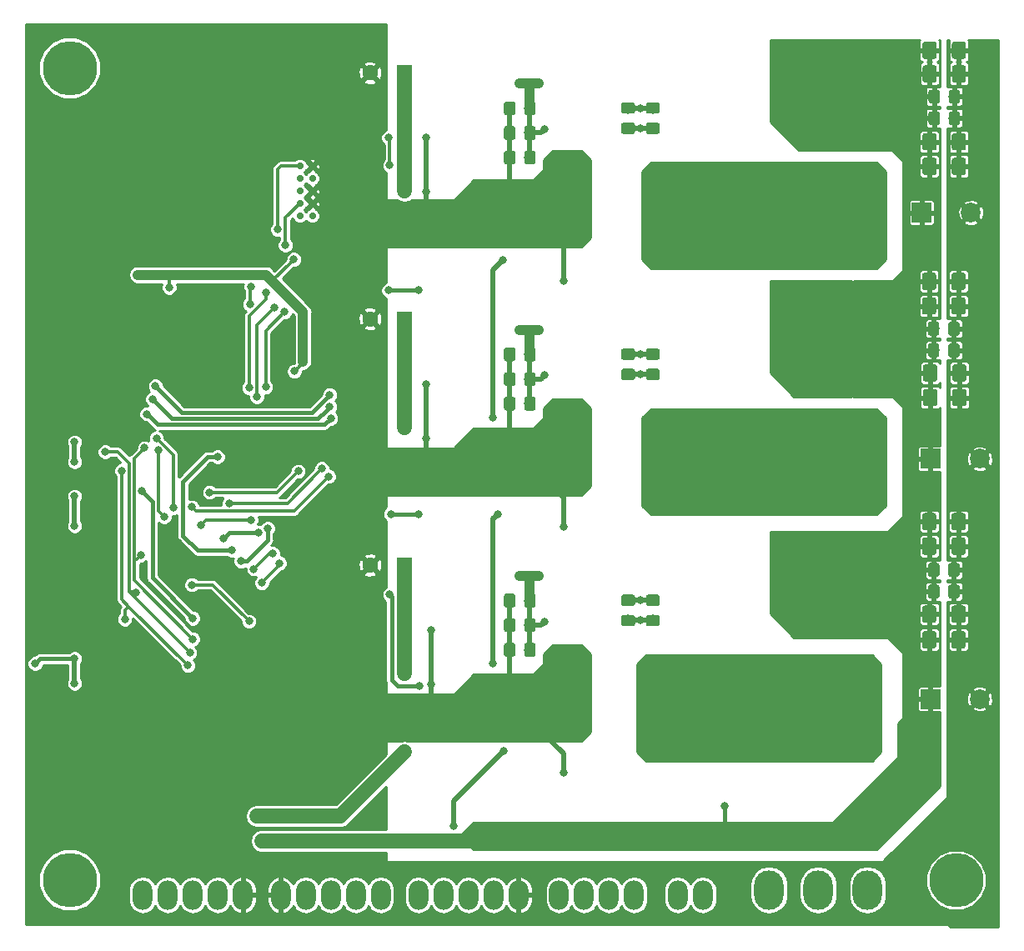
<source format=gbr>
G04 #@! TF.GenerationSoftware,KiCad,Pcbnew,5.0.2+dfsg1-1~bpo9+1*
G04 #@! TF.CreationDate,2020-01-12T11:13:13-05:00*
G04 #@! TF.ProjectId,SCARAMotorFeedbackController,53434152-414d-46f7-946f-724665656462,rev?*
G04 #@! TF.SameCoordinates,Original*
G04 #@! TF.FileFunction,Copper,L2,Bot*
G04 #@! TF.FilePolarity,Positive*
%FSLAX46Y46*%
G04 Gerber Fmt 4.6, Leading zero omitted, Abs format (unit mm)*
G04 Created by KiCad (PCBNEW 5.0.2+dfsg1-1~bpo9+1) date Sun 12 Jan 2020 11:13:13 AM EST*
%MOMM*%
%LPD*%
G01*
G04 APERTURE LIST*
G04 #@! TA.AperFunction,ComponentPad*
%ADD10C,5.500000*%
G04 #@! TD*
G04 #@! TA.AperFunction,Conductor*
%ADD11C,0.100000*%
G04 #@! TD*
G04 #@! TA.AperFunction,SMDPad,CuDef*
%ADD12C,1.150000*%
G04 #@! TD*
G04 #@! TA.AperFunction,ComponentPad*
%ADD13C,0.700000*%
G04 #@! TD*
G04 #@! TA.AperFunction,ComponentPad*
%ADD14O,2.000000X3.000000*%
G04 #@! TD*
G04 #@! TA.AperFunction,ComponentPad*
%ADD15O,3.000000X4.000000*%
G04 #@! TD*
G04 #@! TA.AperFunction,ComponentPad*
%ADD16C,1.600000*%
G04 #@! TD*
G04 #@! TA.AperFunction,ComponentPad*
%ADD17R,1.600000X1.600000*%
G04 #@! TD*
G04 #@! TA.AperFunction,ComponentPad*
%ADD18R,2.000000X2.000000*%
G04 #@! TD*
G04 #@! TA.AperFunction,ComponentPad*
%ADD19C,2.000000*%
G04 #@! TD*
G04 #@! TA.AperFunction,SMDPad,CuDef*
%ADD20C,1.425000*%
G04 #@! TD*
G04 #@! TA.AperFunction,ViaPad*
%ADD21C,0.800000*%
G04 #@! TD*
G04 #@! TA.AperFunction,Conductor*
%ADD22C,0.500000*%
G04 #@! TD*
G04 #@! TA.AperFunction,Conductor*
%ADD23C,1.000000*%
G04 #@! TD*
G04 #@! TA.AperFunction,Conductor*
%ADD24C,0.300000*%
G04 #@! TD*
G04 #@! TA.AperFunction,Conductor*
%ADD25C,1.500000*%
G04 #@! TD*
G04 #@! TA.AperFunction,Conductor*
%ADD26C,0.400000*%
G04 #@! TD*
G04 #@! TA.AperFunction,Conductor*
%ADD27C,0.254000*%
G04 #@! TD*
G04 APERTURE END LIST*
D10*
G04 #@! TO.P,,1*
G04 #@! TO.N,N/C*
X95000000Y5000000D03*
G04 #@! TD*
G04 #@! TO.P,,1*
G04 #@! TO.N,N/C*
X5000000Y87500000D03*
G04 #@! TD*
D11*
G04 #@! TO.N,GND*
G04 #@! TO.C,C18*
G36*
X50024505Y56598796D02*
X50048773Y56595196D01*
X50072572Y56589235D01*
X50095671Y56580970D01*
X50117850Y56570480D01*
X50138893Y56557868D01*
X50158599Y56543253D01*
X50176777Y56526777D01*
X50193253Y56508599D01*
X50207868Y56488893D01*
X50220480Y56467850D01*
X50230970Y56445671D01*
X50239235Y56422572D01*
X50245196Y56398773D01*
X50248796Y56374505D01*
X50250000Y56350001D01*
X50250000Y55449999D01*
X50248796Y55425495D01*
X50245196Y55401227D01*
X50239235Y55377428D01*
X50230970Y55354329D01*
X50220480Y55332150D01*
X50207868Y55311107D01*
X50193253Y55291401D01*
X50176777Y55273223D01*
X50158599Y55256747D01*
X50138893Y55242132D01*
X50117850Y55229520D01*
X50095671Y55219030D01*
X50072572Y55210765D01*
X50048773Y55204804D01*
X50024505Y55201204D01*
X50000001Y55200000D01*
X49349999Y55200000D01*
X49325495Y55201204D01*
X49301227Y55204804D01*
X49277428Y55210765D01*
X49254329Y55219030D01*
X49232150Y55229520D01*
X49211107Y55242132D01*
X49191401Y55256747D01*
X49173223Y55273223D01*
X49156747Y55291401D01*
X49142132Y55311107D01*
X49129520Y55332150D01*
X49119030Y55354329D01*
X49110765Y55377428D01*
X49104804Y55401227D01*
X49101204Y55425495D01*
X49100000Y55449999D01*
X49100000Y56350001D01*
X49101204Y56374505D01*
X49104804Y56398773D01*
X49110765Y56422572D01*
X49119030Y56445671D01*
X49129520Y56467850D01*
X49142132Y56488893D01*
X49156747Y56508599D01*
X49173223Y56526777D01*
X49191401Y56543253D01*
X49211107Y56557868D01*
X49232150Y56570480D01*
X49254329Y56580970D01*
X49277428Y56589235D01*
X49301227Y56595196D01*
X49325495Y56598796D01*
X49349999Y56600000D01*
X50000001Y56600000D01*
X50024505Y56598796D01*
X50024505Y56598796D01*
G37*
D12*
G04 #@! TD*
G04 #@! TO.P,C18,2*
G04 #@! TO.N,GND*
X49675000Y55900000D03*
D11*
G04 #@! TO.N,Net-(C18-Pad1)*
G04 #@! TO.C,C18*
G36*
X52074505Y56598796D02*
X52098773Y56595196D01*
X52122572Y56589235D01*
X52145671Y56580970D01*
X52167850Y56570480D01*
X52188893Y56557868D01*
X52208599Y56543253D01*
X52226777Y56526777D01*
X52243253Y56508599D01*
X52257868Y56488893D01*
X52270480Y56467850D01*
X52280970Y56445671D01*
X52289235Y56422572D01*
X52295196Y56398773D01*
X52298796Y56374505D01*
X52300000Y56350001D01*
X52300000Y55449999D01*
X52298796Y55425495D01*
X52295196Y55401227D01*
X52289235Y55377428D01*
X52280970Y55354329D01*
X52270480Y55332150D01*
X52257868Y55311107D01*
X52243253Y55291401D01*
X52226777Y55273223D01*
X52208599Y55256747D01*
X52188893Y55242132D01*
X52167850Y55229520D01*
X52145671Y55219030D01*
X52122572Y55210765D01*
X52098773Y55204804D01*
X52074505Y55201204D01*
X52050001Y55200000D01*
X51399999Y55200000D01*
X51375495Y55201204D01*
X51351227Y55204804D01*
X51327428Y55210765D01*
X51304329Y55219030D01*
X51282150Y55229520D01*
X51261107Y55242132D01*
X51241401Y55256747D01*
X51223223Y55273223D01*
X51206747Y55291401D01*
X51192132Y55311107D01*
X51179520Y55332150D01*
X51169030Y55354329D01*
X51160765Y55377428D01*
X51154804Y55401227D01*
X51151204Y55425495D01*
X51150000Y55449999D01*
X51150000Y56350001D01*
X51151204Y56374505D01*
X51154804Y56398773D01*
X51160765Y56422572D01*
X51169030Y56445671D01*
X51179520Y56467850D01*
X51192132Y56488893D01*
X51206747Y56508599D01*
X51223223Y56526777D01*
X51241401Y56543253D01*
X51261107Y56557868D01*
X51282150Y56570480D01*
X51304329Y56580970D01*
X51327428Y56589235D01*
X51351227Y56595196D01*
X51375495Y56598796D01*
X51399999Y56600000D01*
X52050001Y56600000D01*
X52074505Y56598796D01*
X52074505Y56598796D01*
G37*
D12*
G04 #@! TD*
G04 #@! TO.P,C18,1*
G04 #@! TO.N,Net-(C18-Pad1)*
X51725000Y55900000D03*
D13*
G04 #@! TO.P,J3,1*
G04 #@! TO.N,3V3*
X29635000Y72460000D03*
G04 #@! TO.P,J3,2*
G04 #@! TO.N,SWDIO*
X28365000Y72460000D03*
G04 #@! TO.P,J3,3*
G04 #@! TO.N,GND*
X29635000Y73730000D03*
G04 #@! TO.P,J3,4*
G04 #@! TO.N,SWDCLK*
X28365000Y73730000D03*
G04 #@! TO.P,J3,5*
G04 #@! TO.N,GND*
X29635000Y75000000D03*
G04 #@! TO.P,J3,6*
G04 #@! TO.N,SWO*
X28365000Y75000000D03*
G04 #@! TO.P,J3,7*
G04 #@! TO.N,Net-(J3-Pad7)*
X29635000Y76270000D03*
G04 #@! TO.P,J3,8*
G04 #@! TO.N,Net-(J3-Pad8)*
X28365000Y76270000D03*
G04 #@! TO.P,J3,9*
G04 #@! TO.N,GND*
X29635000Y77540000D03*
G04 #@! TO.P,J3,10*
G04 #@! TO.N,nRESET*
X28365000Y77540000D03*
G04 #@! TD*
D14*
G04 #@! TO.P,J2,1*
G04 #@! TO.N,GND*
X22580000Y3500000D03*
G04 #@! TO.P,J2,2*
G04 #@! TO.N,24V*
X20040000Y3500000D03*
G04 #@! TO.P,J2,3*
G04 #@! TO.N,12V*
X17500000Y3500000D03*
G04 #@! TO.P,J2,4*
G04 #@! TO.N,5V*
X14960000Y3500000D03*
G04 #@! TO.P,J2,5*
G04 #@! TO.N,3V3*
X12420000Y3500000D03*
G04 #@! TD*
G04 #@! TO.P,J5,5*
G04 #@! TO.N,GND*
X26420000Y3500000D03*
G04 #@! TO.P,J5,4*
G04 #@! TO.N,5V*
X28960000Y3500000D03*
G04 #@! TO.P,J5,3*
G04 #@! TO.N,Index*
X31500000Y3500000D03*
G04 #@! TO.P,J5,2*
G04 #@! TO.N,ChannelB*
X34040000Y3500000D03*
G04 #@! TO.P,J5,1*
G04 #@! TO.N,ChannelA*
X36580000Y3500000D03*
G04 #@! TD*
G04 #@! TO.P,J6,1*
G04 #@! TO.N,GND*
X50580000Y3500000D03*
G04 #@! TO.P,J6,2*
G04 #@! TO.N,5V*
X48040000Y3500000D03*
G04 #@! TO.P,J6,3*
G04 #@! TO.N,HallU*
X45500000Y3500000D03*
G04 #@! TO.P,J6,4*
G04 #@! TO.N,HallV*
X42960000Y3500000D03*
G04 #@! TO.P,J6,5*
G04 #@! TO.N,HallW*
X40420000Y3500000D03*
G04 #@! TD*
G04 #@! TO.P,J4,1*
G04 #@! TO.N,SS*
X62310000Y3500000D03*
G04 #@! TO.P,J4,2*
G04 #@! TO.N,MISO*
X59770000Y3500000D03*
G04 #@! TO.P,J4,3*
G04 #@! TO.N,SCLK*
X57230000Y3500000D03*
G04 #@! TO.P,J4,4*
G04 #@! TO.N,MOSI*
X54690000Y3500000D03*
G04 #@! TD*
D11*
G04 #@! TO.N,GND*
G04 #@! TO.C,C59*
G36*
X50024505Y84098796D02*
X50048773Y84095196D01*
X50072572Y84089235D01*
X50095671Y84080970D01*
X50117850Y84070480D01*
X50138893Y84057868D01*
X50158599Y84043253D01*
X50176777Y84026777D01*
X50193253Y84008599D01*
X50207868Y83988893D01*
X50220480Y83967850D01*
X50230970Y83945671D01*
X50239235Y83922572D01*
X50245196Y83898773D01*
X50248796Y83874505D01*
X50250000Y83850001D01*
X50250000Y82949999D01*
X50248796Y82925495D01*
X50245196Y82901227D01*
X50239235Y82877428D01*
X50230970Y82854329D01*
X50220480Y82832150D01*
X50207868Y82811107D01*
X50193253Y82791401D01*
X50176777Y82773223D01*
X50158599Y82756747D01*
X50138893Y82742132D01*
X50117850Y82729520D01*
X50095671Y82719030D01*
X50072572Y82710765D01*
X50048773Y82704804D01*
X50024505Y82701204D01*
X50000001Y82700000D01*
X49349999Y82700000D01*
X49325495Y82701204D01*
X49301227Y82704804D01*
X49277428Y82710765D01*
X49254329Y82719030D01*
X49232150Y82729520D01*
X49211107Y82742132D01*
X49191401Y82756747D01*
X49173223Y82773223D01*
X49156747Y82791401D01*
X49142132Y82811107D01*
X49129520Y82832150D01*
X49119030Y82854329D01*
X49110765Y82877428D01*
X49104804Y82901227D01*
X49101204Y82925495D01*
X49100000Y82949999D01*
X49100000Y83850001D01*
X49101204Y83874505D01*
X49104804Y83898773D01*
X49110765Y83922572D01*
X49119030Y83945671D01*
X49129520Y83967850D01*
X49142132Y83988893D01*
X49156747Y84008599D01*
X49173223Y84026777D01*
X49191401Y84043253D01*
X49211107Y84057868D01*
X49232150Y84070480D01*
X49254329Y84080970D01*
X49277428Y84089235D01*
X49301227Y84095196D01*
X49325495Y84098796D01*
X49349999Y84100000D01*
X50000001Y84100000D01*
X50024505Y84098796D01*
X50024505Y84098796D01*
G37*
D12*
G04 #@! TD*
G04 #@! TO.P,C59,2*
G04 #@! TO.N,GND*
X49675000Y83400000D03*
D11*
G04 #@! TO.N,Net-(C45-Pad1)*
G04 #@! TO.C,C59*
G36*
X52074505Y84098796D02*
X52098773Y84095196D01*
X52122572Y84089235D01*
X52145671Y84080970D01*
X52167850Y84070480D01*
X52188893Y84057868D01*
X52208599Y84043253D01*
X52226777Y84026777D01*
X52243253Y84008599D01*
X52257868Y83988893D01*
X52270480Y83967850D01*
X52280970Y83945671D01*
X52289235Y83922572D01*
X52295196Y83898773D01*
X52298796Y83874505D01*
X52300000Y83850001D01*
X52300000Y82949999D01*
X52298796Y82925495D01*
X52295196Y82901227D01*
X52289235Y82877428D01*
X52280970Y82854329D01*
X52270480Y82832150D01*
X52257868Y82811107D01*
X52243253Y82791401D01*
X52226777Y82773223D01*
X52208599Y82756747D01*
X52188893Y82742132D01*
X52167850Y82729520D01*
X52145671Y82719030D01*
X52122572Y82710765D01*
X52098773Y82704804D01*
X52074505Y82701204D01*
X52050001Y82700000D01*
X51399999Y82700000D01*
X51375495Y82701204D01*
X51351227Y82704804D01*
X51327428Y82710765D01*
X51304329Y82719030D01*
X51282150Y82729520D01*
X51261107Y82742132D01*
X51241401Y82756747D01*
X51223223Y82773223D01*
X51206747Y82791401D01*
X51192132Y82811107D01*
X51179520Y82832150D01*
X51169030Y82854329D01*
X51160765Y82877428D01*
X51154804Y82901227D01*
X51151204Y82925495D01*
X51150000Y82949999D01*
X51150000Y83850001D01*
X51151204Y83874505D01*
X51154804Y83898773D01*
X51160765Y83922572D01*
X51169030Y83945671D01*
X51179520Y83967850D01*
X51192132Y83988893D01*
X51206747Y84008599D01*
X51223223Y84026777D01*
X51241401Y84043253D01*
X51261107Y84057868D01*
X51282150Y84070480D01*
X51304329Y84080970D01*
X51327428Y84089235D01*
X51351227Y84095196D01*
X51375495Y84098796D01*
X51399999Y84100000D01*
X52050001Y84100000D01*
X52074505Y84098796D01*
X52074505Y84098796D01*
G37*
D12*
G04 #@! TD*
G04 #@! TO.P,C59,1*
G04 #@! TO.N,Net-(C45-Pad1)*
X51725000Y83400000D03*
D11*
G04 #@! TO.N,PhaseUOutput*
G04 #@! TO.C,C61*
G36*
X64674505Y81948796D02*
X64698773Y81945196D01*
X64722572Y81939235D01*
X64745671Y81930970D01*
X64767850Y81920480D01*
X64788893Y81907868D01*
X64808599Y81893253D01*
X64826777Y81876777D01*
X64843253Y81858599D01*
X64857868Y81838893D01*
X64870480Y81817850D01*
X64880970Y81795671D01*
X64889235Y81772572D01*
X64895196Y81748773D01*
X64898796Y81724505D01*
X64900000Y81700001D01*
X64900000Y81049999D01*
X64898796Y81025495D01*
X64895196Y81001227D01*
X64889235Y80977428D01*
X64880970Y80954329D01*
X64870480Y80932150D01*
X64857868Y80911107D01*
X64843253Y80891401D01*
X64826777Y80873223D01*
X64808599Y80856747D01*
X64788893Y80842132D01*
X64767850Y80829520D01*
X64745671Y80819030D01*
X64722572Y80810765D01*
X64698773Y80804804D01*
X64674505Y80801204D01*
X64650001Y80800000D01*
X63749999Y80800000D01*
X63725495Y80801204D01*
X63701227Y80804804D01*
X63677428Y80810765D01*
X63654329Y80819030D01*
X63632150Y80829520D01*
X63611107Y80842132D01*
X63591401Y80856747D01*
X63573223Y80873223D01*
X63556747Y80891401D01*
X63542132Y80911107D01*
X63529520Y80932150D01*
X63519030Y80954329D01*
X63510765Y80977428D01*
X63504804Y81001227D01*
X63501204Y81025495D01*
X63500000Y81049999D01*
X63500000Y81700001D01*
X63501204Y81724505D01*
X63504804Y81748773D01*
X63510765Y81772572D01*
X63519030Y81795671D01*
X63529520Y81817850D01*
X63542132Y81838893D01*
X63556747Y81858599D01*
X63573223Y81876777D01*
X63591401Y81893253D01*
X63611107Y81907868D01*
X63632150Y81920480D01*
X63654329Y81930970D01*
X63677428Y81939235D01*
X63701227Y81945196D01*
X63725495Y81948796D01*
X63749999Y81950000D01*
X64650001Y81950000D01*
X64674505Y81948796D01*
X64674505Y81948796D01*
G37*
D12*
G04 #@! TD*
G04 #@! TO.P,C61,1*
G04 #@! TO.N,PhaseUOutput*
X64200000Y81375000D03*
D11*
G04 #@! TO.N,Net-(C61-Pad2)*
G04 #@! TO.C,C61*
G36*
X64674505Y83998796D02*
X64698773Y83995196D01*
X64722572Y83989235D01*
X64745671Y83980970D01*
X64767850Y83970480D01*
X64788893Y83957868D01*
X64808599Y83943253D01*
X64826777Y83926777D01*
X64843253Y83908599D01*
X64857868Y83888893D01*
X64870480Y83867850D01*
X64880970Y83845671D01*
X64889235Y83822572D01*
X64895196Y83798773D01*
X64898796Y83774505D01*
X64900000Y83750001D01*
X64900000Y83099999D01*
X64898796Y83075495D01*
X64895196Y83051227D01*
X64889235Y83027428D01*
X64880970Y83004329D01*
X64870480Y82982150D01*
X64857868Y82961107D01*
X64843253Y82941401D01*
X64826777Y82923223D01*
X64808599Y82906747D01*
X64788893Y82892132D01*
X64767850Y82879520D01*
X64745671Y82869030D01*
X64722572Y82860765D01*
X64698773Y82854804D01*
X64674505Y82851204D01*
X64650001Y82850000D01*
X63749999Y82850000D01*
X63725495Y82851204D01*
X63701227Y82854804D01*
X63677428Y82860765D01*
X63654329Y82869030D01*
X63632150Y82879520D01*
X63611107Y82892132D01*
X63591401Y82906747D01*
X63573223Y82923223D01*
X63556747Y82941401D01*
X63542132Y82961107D01*
X63529520Y82982150D01*
X63519030Y83004329D01*
X63510765Y83027428D01*
X63504804Y83051227D01*
X63501204Y83075495D01*
X63500000Y83099999D01*
X63500000Y83750001D01*
X63501204Y83774505D01*
X63504804Y83798773D01*
X63510765Y83822572D01*
X63519030Y83845671D01*
X63529520Y83867850D01*
X63542132Y83888893D01*
X63556747Y83908599D01*
X63573223Y83926777D01*
X63591401Y83943253D01*
X63611107Y83957868D01*
X63632150Y83970480D01*
X63654329Y83980970D01*
X63677428Y83989235D01*
X63701227Y83995196D01*
X63725495Y83998796D01*
X63749999Y84000000D01*
X64650001Y84000000D01*
X64674505Y83998796D01*
X64674505Y83998796D01*
G37*
D12*
G04 #@! TD*
G04 #@! TO.P,C61,2*
G04 #@! TO.N,Net-(C61-Pad2)*
X64200000Y83425000D03*
D11*
G04 #@! TO.N,PhaseUOutput*
G04 #@! TO.C,C62*
G36*
X62174505Y81948796D02*
X62198773Y81945196D01*
X62222572Y81939235D01*
X62245671Y81930970D01*
X62267850Y81920480D01*
X62288893Y81907868D01*
X62308599Y81893253D01*
X62326777Y81876777D01*
X62343253Y81858599D01*
X62357868Y81838893D01*
X62370480Y81817850D01*
X62380970Y81795671D01*
X62389235Y81772572D01*
X62395196Y81748773D01*
X62398796Y81724505D01*
X62400000Y81700001D01*
X62400000Y81049999D01*
X62398796Y81025495D01*
X62395196Y81001227D01*
X62389235Y80977428D01*
X62380970Y80954329D01*
X62370480Y80932150D01*
X62357868Y80911107D01*
X62343253Y80891401D01*
X62326777Y80873223D01*
X62308599Y80856747D01*
X62288893Y80842132D01*
X62267850Y80829520D01*
X62245671Y80819030D01*
X62222572Y80810765D01*
X62198773Y80804804D01*
X62174505Y80801204D01*
X62150001Y80800000D01*
X61249999Y80800000D01*
X61225495Y80801204D01*
X61201227Y80804804D01*
X61177428Y80810765D01*
X61154329Y80819030D01*
X61132150Y80829520D01*
X61111107Y80842132D01*
X61091401Y80856747D01*
X61073223Y80873223D01*
X61056747Y80891401D01*
X61042132Y80911107D01*
X61029520Y80932150D01*
X61019030Y80954329D01*
X61010765Y80977428D01*
X61004804Y81001227D01*
X61001204Y81025495D01*
X61000000Y81049999D01*
X61000000Y81700001D01*
X61001204Y81724505D01*
X61004804Y81748773D01*
X61010765Y81772572D01*
X61019030Y81795671D01*
X61029520Y81817850D01*
X61042132Y81838893D01*
X61056747Y81858599D01*
X61073223Y81876777D01*
X61091401Y81893253D01*
X61111107Y81907868D01*
X61132150Y81920480D01*
X61154329Y81930970D01*
X61177428Y81939235D01*
X61201227Y81945196D01*
X61225495Y81948796D01*
X61249999Y81950000D01*
X62150001Y81950000D01*
X62174505Y81948796D01*
X62174505Y81948796D01*
G37*
D12*
G04 #@! TD*
G04 #@! TO.P,C62,1*
G04 #@! TO.N,PhaseUOutput*
X61700000Y81375000D03*
D11*
G04 #@! TO.N,Net-(C61-Pad2)*
G04 #@! TO.C,C62*
G36*
X62174505Y83998796D02*
X62198773Y83995196D01*
X62222572Y83989235D01*
X62245671Y83980970D01*
X62267850Y83970480D01*
X62288893Y83957868D01*
X62308599Y83943253D01*
X62326777Y83926777D01*
X62343253Y83908599D01*
X62357868Y83888893D01*
X62370480Y83867850D01*
X62380970Y83845671D01*
X62389235Y83822572D01*
X62395196Y83798773D01*
X62398796Y83774505D01*
X62400000Y83750001D01*
X62400000Y83099999D01*
X62398796Y83075495D01*
X62395196Y83051227D01*
X62389235Y83027428D01*
X62380970Y83004329D01*
X62370480Y82982150D01*
X62357868Y82961107D01*
X62343253Y82941401D01*
X62326777Y82923223D01*
X62308599Y82906747D01*
X62288893Y82892132D01*
X62267850Y82879520D01*
X62245671Y82869030D01*
X62222572Y82860765D01*
X62198773Y82854804D01*
X62174505Y82851204D01*
X62150001Y82850000D01*
X61249999Y82850000D01*
X61225495Y82851204D01*
X61201227Y82854804D01*
X61177428Y82860765D01*
X61154329Y82869030D01*
X61132150Y82879520D01*
X61111107Y82892132D01*
X61091401Y82906747D01*
X61073223Y82923223D01*
X61056747Y82941401D01*
X61042132Y82961107D01*
X61029520Y82982150D01*
X61019030Y83004329D01*
X61010765Y83027428D01*
X61004804Y83051227D01*
X61001204Y83075495D01*
X61000000Y83099999D01*
X61000000Y83750001D01*
X61001204Y83774505D01*
X61004804Y83798773D01*
X61010765Y83822572D01*
X61019030Y83845671D01*
X61029520Y83867850D01*
X61042132Y83888893D01*
X61056747Y83908599D01*
X61073223Y83926777D01*
X61091401Y83943253D01*
X61111107Y83957868D01*
X61132150Y83970480D01*
X61154329Y83980970D01*
X61177428Y83989235D01*
X61201227Y83995196D01*
X61225495Y83998796D01*
X61249999Y84000000D01*
X62150001Y84000000D01*
X62174505Y83998796D01*
X62174505Y83998796D01*
G37*
D12*
G04 #@! TD*
G04 #@! TO.P,C62,2*
G04 #@! TO.N,Net-(C61-Pad2)*
X61700000Y83425000D03*
D15*
G04 #@! TO.P,J9,1*
G04 #@! TO.N,PhaseWOutput*
X76000000Y4000000D03*
G04 #@! TO.P,J9,2*
G04 #@! TO.N,PhaseVOutput*
X81000000Y4000000D03*
G04 #@! TO.P,J9,3*
G04 #@! TO.N,PhaseUOutput*
X86000000Y4000000D03*
G04 #@! TD*
D16*
G04 #@! TO.P,C15,2*
G04 #@! TO.N,GND*
X35500000Y62000000D03*
D17*
G04 #@! TO.P,C15,1*
G04 #@! TO.N,12V*
X39000000Y62000000D03*
G04 #@! TD*
D11*
G04 #@! TO.N,GND*
G04 #@! TO.C,C20*
G36*
X50024505Y59098796D02*
X50048773Y59095196D01*
X50072572Y59089235D01*
X50095671Y59080970D01*
X50117850Y59070480D01*
X50138893Y59057868D01*
X50158599Y59043253D01*
X50176777Y59026777D01*
X50193253Y59008599D01*
X50207868Y58988893D01*
X50220480Y58967850D01*
X50230970Y58945671D01*
X50239235Y58922572D01*
X50245196Y58898773D01*
X50248796Y58874505D01*
X50250000Y58850001D01*
X50250000Y57949999D01*
X50248796Y57925495D01*
X50245196Y57901227D01*
X50239235Y57877428D01*
X50230970Y57854329D01*
X50220480Y57832150D01*
X50207868Y57811107D01*
X50193253Y57791401D01*
X50176777Y57773223D01*
X50158599Y57756747D01*
X50138893Y57742132D01*
X50117850Y57729520D01*
X50095671Y57719030D01*
X50072572Y57710765D01*
X50048773Y57704804D01*
X50024505Y57701204D01*
X50000001Y57700000D01*
X49349999Y57700000D01*
X49325495Y57701204D01*
X49301227Y57704804D01*
X49277428Y57710765D01*
X49254329Y57719030D01*
X49232150Y57729520D01*
X49211107Y57742132D01*
X49191401Y57756747D01*
X49173223Y57773223D01*
X49156747Y57791401D01*
X49142132Y57811107D01*
X49129520Y57832150D01*
X49119030Y57854329D01*
X49110765Y57877428D01*
X49104804Y57901227D01*
X49101204Y57925495D01*
X49100000Y57949999D01*
X49100000Y58850001D01*
X49101204Y58874505D01*
X49104804Y58898773D01*
X49110765Y58922572D01*
X49119030Y58945671D01*
X49129520Y58967850D01*
X49142132Y58988893D01*
X49156747Y59008599D01*
X49173223Y59026777D01*
X49191401Y59043253D01*
X49211107Y59057868D01*
X49232150Y59070480D01*
X49254329Y59080970D01*
X49277428Y59089235D01*
X49301227Y59095196D01*
X49325495Y59098796D01*
X49349999Y59100000D01*
X50000001Y59100000D01*
X50024505Y59098796D01*
X50024505Y59098796D01*
G37*
D12*
G04 #@! TD*
G04 #@! TO.P,C20,2*
G04 #@! TO.N,GND*
X49675000Y58400000D03*
D11*
G04 #@! TO.N,Net-(C18-Pad1)*
G04 #@! TO.C,C20*
G36*
X52074505Y59098796D02*
X52098773Y59095196D01*
X52122572Y59089235D01*
X52145671Y59080970D01*
X52167850Y59070480D01*
X52188893Y59057868D01*
X52208599Y59043253D01*
X52226777Y59026777D01*
X52243253Y59008599D01*
X52257868Y58988893D01*
X52270480Y58967850D01*
X52280970Y58945671D01*
X52289235Y58922572D01*
X52295196Y58898773D01*
X52298796Y58874505D01*
X52300000Y58850001D01*
X52300000Y57949999D01*
X52298796Y57925495D01*
X52295196Y57901227D01*
X52289235Y57877428D01*
X52280970Y57854329D01*
X52270480Y57832150D01*
X52257868Y57811107D01*
X52243253Y57791401D01*
X52226777Y57773223D01*
X52208599Y57756747D01*
X52188893Y57742132D01*
X52167850Y57729520D01*
X52145671Y57719030D01*
X52122572Y57710765D01*
X52098773Y57704804D01*
X52074505Y57701204D01*
X52050001Y57700000D01*
X51399999Y57700000D01*
X51375495Y57701204D01*
X51351227Y57704804D01*
X51327428Y57710765D01*
X51304329Y57719030D01*
X51282150Y57729520D01*
X51261107Y57742132D01*
X51241401Y57756747D01*
X51223223Y57773223D01*
X51206747Y57791401D01*
X51192132Y57811107D01*
X51179520Y57832150D01*
X51169030Y57854329D01*
X51160765Y57877428D01*
X51154804Y57901227D01*
X51151204Y57925495D01*
X51150000Y57949999D01*
X51150000Y58850001D01*
X51151204Y58874505D01*
X51154804Y58898773D01*
X51160765Y58922572D01*
X51169030Y58945671D01*
X51179520Y58967850D01*
X51192132Y58988893D01*
X51206747Y59008599D01*
X51223223Y59026777D01*
X51241401Y59043253D01*
X51261107Y59057868D01*
X51282150Y59070480D01*
X51304329Y59080970D01*
X51327428Y59089235D01*
X51351227Y59095196D01*
X51375495Y59098796D01*
X51399999Y59100000D01*
X52050001Y59100000D01*
X52074505Y59098796D01*
X52074505Y59098796D01*
G37*
D12*
G04 #@! TD*
G04 #@! TO.P,C20,1*
G04 #@! TO.N,Net-(C18-Pad1)*
X51725000Y58400000D03*
D17*
G04 #@! TO.P,C22,1*
G04 #@! TO.N,12V*
X39000000Y87000000D03*
D16*
G04 #@! TO.P,C22,2*
G04 #@! TO.N,GND*
X35500000Y87000000D03*
G04 #@! TD*
D11*
G04 #@! TO.N,PhaseVOutput*
G04 #@! TO.C,C27*
G36*
X62174505Y56948796D02*
X62198773Y56945196D01*
X62222572Y56939235D01*
X62245671Y56930970D01*
X62267850Y56920480D01*
X62288893Y56907868D01*
X62308599Y56893253D01*
X62326777Y56876777D01*
X62343253Y56858599D01*
X62357868Y56838893D01*
X62370480Y56817850D01*
X62380970Y56795671D01*
X62389235Y56772572D01*
X62395196Y56748773D01*
X62398796Y56724505D01*
X62400000Y56700001D01*
X62400000Y56049999D01*
X62398796Y56025495D01*
X62395196Y56001227D01*
X62389235Y55977428D01*
X62380970Y55954329D01*
X62370480Y55932150D01*
X62357868Y55911107D01*
X62343253Y55891401D01*
X62326777Y55873223D01*
X62308599Y55856747D01*
X62288893Y55842132D01*
X62267850Y55829520D01*
X62245671Y55819030D01*
X62222572Y55810765D01*
X62198773Y55804804D01*
X62174505Y55801204D01*
X62150001Y55800000D01*
X61249999Y55800000D01*
X61225495Y55801204D01*
X61201227Y55804804D01*
X61177428Y55810765D01*
X61154329Y55819030D01*
X61132150Y55829520D01*
X61111107Y55842132D01*
X61091401Y55856747D01*
X61073223Y55873223D01*
X61056747Y55891401D01*
X61042132Y55911107D01*
X61029520Y55932150D01*
X61019030Y55954329D01*
X61010765Y55977428D01*
X61004804Y56001227D01*
X61001204Y56025495D01*
X61000000Y56049999D01*
X61000000Y56700001D01*
X61001204Y56724505D01*
X61004804Y56748773D01*
X61010765Y56772572D01*
X61019030Y56795671D01*
X61029520Y56817850D01*
X61042132Y56838893D01*
X61056747Y56858599D01*
X61073223Y56876777D01*
X61091401Y56893253D01*
X61111107Y56907868D01*
X61132150Y56920480D01*
X61154329Y56930970D01*
X61177428Y56939235D01*
X61201227Y56945196D01*
X61225495Y56948796D01*
X61249999Y56950000D01*
X62150001Y56950000D01*
X62174505Y56948796D01*
X62174505Y56948796D01*
G37*
D12*
G04 #@! TD*
G04 #@! TO.P,C27,1*
G04 #@! TO.N,PhaseVOutput*
X61700000Y56375000D03*
D11*
G04 #@! TO.N,Net-(C27-Pad2)*
G04 #@! TO.C,C27*
G36*
X62174505Y58998796D02*
X62198773Y58995196D01*
X62222572Y58989235D01*
X62245671Y58980970D01*
X62267850Y58970480D01*
X62288893Y58957868D01*
X62308599Y58943253D01*
X62326777Y58926777D01*
X62343253Y58908599D01*
X62357868Y58888893D01*
X62370480Y58867850D01*
X62380970Y58845671D01*
X62389235Y58822572D01*
X62395196Y58798773D01*
X62398796Y58774505D01*
X62400000Y58750001D01*
X62400000Y58099999D01*
X62398796Y58075495D01*
X62395196Y58051227D01*
X62389235Y58027428D01*
X62380970Y58004329D01*
X62370480Y57982150D01*
X62357868Y57961107D01*
X62343253Y57941401D01*
X62326777Y57923223D01*
X62308599Y57906747D01*
X62288893Y57892132D01*
X62267850Y57879520D01*
X62245671Y57869030D01*
X62222572Y57860765D01*
X62198773Y57854804D01*
X62174505Y57851204D01*
X62150001Y57850000D01*
X61249999Y57850000D01*
X61225495Y57851204D01*
X61201227Y57854804D01*
X61177428Y57860765D01*
X61154329Y57869030D01*
X61132150Y57879520D01*
X61111107Y57892132D01*
X61091401Y57906747D01*
X61073223Y57923223D01*
X61056747Y57941401D01*
X61042132Y57961107D01*
X61029520Y57982150D01*
X61019030Y58004329D01*
X61010765Y58027428D01*
X61004804Y58051227D01*
X61001204Y58075495D01*
X61000000Y58099999D01*
X61000000Y58750001D01*
X61001204Y58774505D01*
X61004804Y58798773D01*
X61010765Y58822572D01*
X61019030Y58845671D01*
X61029520Y58867850D01*
X61042132Y58888893D01*
X61056747Y58908599D01*
X61073223Y58926777D01*
X61091401Y58943253D01*
X61111107Y58957868D01*
X61132150Y58970480D01*
X61154329Y58980970D01*
X61177428Y58989235D01*
X61201227Y58995196D01*
X61225495Y58998796D01*
X61249999Y59000000D01*
X62150001Y59000000D01*
X62174505Y58998796D01*
X62174505Y58998796D01*
G37*
D12*
G04 #@! TD*
G04 #@! TO.P,C27,2*
G04 #@! TO.N,Net-(C27-Pad2)*
X61700000Y58425000D03*
D11*
G04 #@! TO.N,Net-(C27-Pad2)*
G04 #@! TO.C,C28*
G36*
X64674505Y58998796D02*
X64698773Y58995196D01*
X64722572Y58989235D01*
X64745671Y58980970D01*
X64767850Y58970480D01*
X64788893Y58957868D01*
X64808599Y58943253D01*
X64826777Y58926777D01*
X64843253Y58908599D01*
X64857868Y58888893D01*
X64870480Y58867850D01*
X64880970Y58845671D01*
X64889235Y58822572D01*
X64895196Y58798773D01*
X64898796Y58774505D01*
X64900000Y58750001D01*
X64900000Y58099999D01*
X64898796Y58075495D01*
X64895196Y58051227D01*
X64889235Y58027428D01*
X64880970Y58004329D01*
X64870480Y57982150D01*
X64857868Y57961107D01*
X64843253Y57941401D01*
X64826777Y57923223D01*
X64808599Y57906747D01*
X64788893Y57892132D01*
X64767850Y57879520D01*
X64745671Y57869030D01*
X64722572Y57860765D01*
X64698773Y57854804D01*
X64674505Y57851204D01*
X64650001Y57850000D01*
X63749999Y57850000D01*
X63725495Y57851204D01*
X63701227Y57854804D01*
X63677428Y57860765D01*
X63654329Y57869030D01*
X63632150Y57879520D01*
X63611107Y57892132D01*
X63591401Y57906747D01*
X63573223Y57923223D01*
X63556747Y57941401D01*
X63542132Y57961107D01*
X63529520Y57982150D01*
X63519030Y58004329D01*
X63510765Y58027428D01*
X63504804Y58051227D01*
X63501204Y58075495D01*
X63500000Y58099999D01*
X63500000Y58750001D01*
X63501204Y58774505D01*
X63504804Y58798773D01*
X63510765Y58822572D01*
X63519030Y58845671D01*
X63529520Y58867850D01*
X63542132Y58888893D01*
X63556747Y58908599D01*
X63573223Y58926777D01*
X63591401Y58943253D01*
X63611107Y58957868D01*
X63632150Y58970480D01*
X63654329Y58980970D01*
X63677428Y58989235D01*
X63701227Y58995196D01*
X63725495Y58998796D01*
X63749999Y59000000D01*
X64650001Y59000000D01*
X64674505Y58998796D01*
X64674505Y58998796D01*
G37*
D12*
G04 #@! TD*
G04 #@! TO.P,C28,2*
G04 #@! TO.N,Net-(C27-Pad2)*
X64200000Y58425000D03*
D11*
G04 #@! TO.N,PhaseVOutput*
G04 #@! TO.C,C28*
G36*
X64674505Y56948796D02*
X64698773Y56945196D01*
X64722572Y56939235D01*
X64745671Y56930970D01*
X64767850Y56920480D01*
X64788893Y56907868D01*
X64808599Y56893253D01*
X64826777Y56876777D01*
X64843253Y56858599D01*
X64857868Y56838893D01*
X64870480Y56817850D01*
X64880970Y56795671D01*
X64889235Y56772572D01*
X64895196Y56748773D01*
X64898796Y56724505D01*
X64900000Y56700001D01*
X64900000Y56049999D01*
X64898796Y56025495D01*
X64895196Y56001227D01*
X64889235Y55977428D01*
X64880970Y55954329D01*
X64870480Y55932150D01*
X64857868Y55911107D01*
X64843253Y55891401D01*
X64826777Y55873223D01*
X64808599Y55856747D01*
X64788893Y55842132D01*
X64767850Y55829520D01*
X64745671Y55819030D01*
X64722572Y55810765D01*
X64698773Y55804804D01*
X64674505Y55801204D01*
X64650001Y55800000D01*
X63749999Y55800000D01*
X63725495Y55801204D01*
X63701227Y55804804D01*
X63677428Y55810765D01*
X63654329Y55819030D01*
X63632150Y55829520D01*
X63611107Y55842132D01*
X63591401Y55856747D01*
X63573223Y55873223D01*
X63556747Y55891401D01*
X63542132Y55911107D01*
X63529520Y55932150D01*
X63519030Y55954329D01*
X63510765Y55977428D01*
X63504804Y56001227D01*
X63501204Y56025495D01*
X63500000Y56049999D01*
X63500000Y56700001D01*
X63501204Y56724505D01*
X63504804Y56748773D01*
X63510765Y56772572D01*
X63519030Y56795671D01*
X63529520Y56817850D01*
X63542132Y56838893D01*
X63556747Y56858599D01*
X63573223Y56876777D01*
X63591401Y56893253D01*
X63611107Y56907868D01*
X63632150Y56920480D01*
X63654329Y56930970D01*
X63677428Y56939235D01*
X63701227Y56945196D01*
X63725495Y56948796D01*
X63749999Y56950000D01*
X64650001Y56950000D01*
X64674505Y56948796D01*
X64674505Y56948796D01*
G37*
D12*
G04 #@! TD*
G04 #@! TO.P,C28,1*
G04 #@! TO.N,PhaseVOutput*
X64200000Y56375000D03*
D17*
G04 #@! TO.P,C30,1*
G04 #@! TO.N,12V*
X39000000Y37000000D03*
D16*
G04 #@! TO.P,C30,2*
G04 #@! TO.N,GND*
X35500000Y37000000D03*
G04 #@! TD*
D11*
G04 #@! TO.N,GND*
G04 #@! TO.C,C40*
G36*
X50024505Y29098796D02*
X50048773Y29095196D01*
X50072572Y29089235D01*
X50095671Y29080970D01*
X50117850Y29070480D01*
X50138893Y29057868D01*
X50158599Y29043253D01*
X50176777Y29026777D01*
X50193253Y29008599D01*
X50207868Y28988893D01*
X50220480Y28967850D01*
X50230970Y28945671D01*
X50239235Y28922572D01*
X50245196Y28898773D01*
X50248796Y28874505D01*
X50250000Y28850001D01*
X50250000Y27949999D01*
X50248796Y27925495D01*
X50245196Y27901227D01*
X50239235Y27877428D01*
X50230970Y27854329D01*
X50220480Y27832150D01*
X50207868Y27811107D01*
X50193253Y27791401D01*
X50176777Y27773223D01*
X50158599Y27756747D01*
X50138893Y27742132D01*
X50117850Y27729520D01*
X50095671Y27719030D01*
X50072572Y27710765D01*
X50048773Y27704804D01*
X50024505Y27701204D01*
X50000001Y27700000D01*
X49349999Y27700000D01*
X49325495Y27701204D01*
X49301227Y27704804D01*
X49277428Y27710765D01*
X49254329Y27719030D01*
X49232150Y27729520D01*
X49211107Y27742132D01*
X49191401Y27756747D01*
X49173223Y27773223D01*
X49156747Y27791401D01*
X49142132Y27811107D01*
X49129520Y27832150D01*
X49119030Y27854329D01*
X49110765Y27877428D01*
X49104804Y27901227D01*
X49101204Y27925495D01*
X49100000Y27949999D01*
X49100000Y28850001D01*
X49101204Y28874505D01*
X49104804Y28898773D01*
X49110765Y28922572D01*
X49119030Y28945671D01*
X49129520Y28967850D01*
X49142132Y28988893D01*
X49156747Y29008599D01*
X49173223Y29026777D01*
X49191401Y29043253D01*
X49211107Y29057868D01*
X49232150Y29070480D01*
X49254329Y29080970D01*
X49277428Y29089235D01*
X49301227Y29095196D01*
X49325495Y29098796D01*
X49349999Y29100000D01*
X50000001Y29100000D01*
X50024505Y29098796D01*
X50024505Y29098796D01*
G37*
D12*
G04 #@! TD*
G04 #@! TO.P,C40,2*
G04 #@! TO.N,GND*
X49675000Y28400000D03*
D11*
G04 #@! TO.N,Net-(C37-Pad1)*
G04 #@! TO.C,C40*
G36*
X52074505Y29098796D02*
X52098773Y29095196D01*
X52122572Y29089235D01*
X52145671Y29080970D01*
X52167850Y29070480D01*
X52188893Y29057868D01*
X52208599Y29043253D01*
X52226777Y29026777D01*
X52243253Y29008599D01*
X52257868Y28988893D01*
X52270480Y28967850D01*
X52280970Y28945671D01*
X52289235Y28922572D01*
X52295196Y28898773D01*
X52298796Y28874505D01*
X52300000Y28850001D01*
X52300000Y27949999D01*
X52298796Y27925495D01*
X52295196Y27901227D01*
X52289235Y27877428D01*
X52280970Y27854329D01*
X52270480Y27832150D01*
X52257868Y27811107D01*
X52243253Y27791401D01*
X52226777Y27773223D01*
X52208599Y27756747D01*
X52188893Y27742132D01*
X52167850Y27729520D01*
X52145671Y27719030D01*
X52122572Y27710765D01*
X52098773Y27704804D01*
X52074505Y27701204D01*
X52050001Y27700000D01*
X51399999Y27700000D01*
X51375495Y27701204D01*
X51351227Y27704804D01*
X51327428Y27710765D01*
X51304329Y27719030D01*
X51282150Y27729520D01*
X51261107Y27742132D01*
X51241401Y27756747D01*
X51223223Y27773223D01*
X51206747Y27791401D01*
X51192132Y27811107D01*
X51179520Y27832150D01*
X51169030Y27854329D01*
X51160765Y27877428D01*
X51154804Y27901227D01*
X51151204Y27925495D01*
X51150000Y27949999D01*
X51150000Y28850001D01*
X51151204Y28874505D01*
X51154804Y28898773D01*
X51160765Y28922572D01*
X51169030Y28945671D01*
X51179520Y28967850D01*
X51192132Y28988893D01*
X51206747Y29008599D01*
X51223223Y29026777D01*
X51241401Y29043253D01*
X51261107Y29057868D01*
X51282150Y29070480D01*
X51304329Y29080970D01*
X51327428Y29089235D01*
X51351227Y29095196D01*
X51375495Y29098796D01*
X51399999Y29100000D01*
X52050001Y29100000D01*
X52074505Y29098796D01*
X52074505Y29098796D01*
G37*
D12*
G04 #@! TD*
G04 #@! TO.P,C40,1*
G04 #@! TO.N,Net-(C37-Pad1)*
X51725000Y28400000D03*
D11*
G04 #@! TO.N,PhaseWOutput*
G04 #@! TO.C,C43*
G36*
X62174505Y31948796D02*
X62198773Y31945196D01*
X62222572Y31939235D01*
X62245671Y31930970D01*
X62267850Y31920480D01*
X62288893Y31907868D01*
X62308599Y31893253D01*
X62326777Y31876777D01*
X62343253Y31858599D01*
X62357868Y31838893D01*
X62370480Y31817850D01*
X62380970Y31795671D01*
X62389235Y31772572D01*
X62395196Y31748773D01*
X62398796Y31724505D01*
X62400000Y31700001D01*
X62400000Y31049999D01*
X62398796Y31025495D01*
X62395196Y31001227D01*
X62389235Y30977428D01*
X62380970Y30954329D01*
X62370480Y30932150D01*
X62357868Y30911107D01*
X62343253Y30891401D01*
X62326777Y30873223D01*
X62308599Y30856747D01*
X62288893Y30842132D01*
X62267850Y30829520D01*
X62245671Y30819030D01*
X62222572Y30810765D01*
X62198773Y30804804D01*
X62174505Y30801204D01*
X62150001Y30800000D01*
X61249999Y30800000D01*
X61225495Y30801204D01*
X61201227Y30804804D01*
X61177428Y30810765D01*
X61154329Y30819030D01*
X61132150Y30829520D01*
X61111107Y30842132D01*
X61091401Y30856747D01*
X61073223Y30873223D01*
X61056747Y30891401D01*
X61042132Y30911107D01*
X61029520Y30932150D01*
X61019030Y30954329D01*
X61010765Y30977428D01*
X61004804Y31001227D01*
X61001204Y31025495D01*
X61000000Y31049999D01*
X61000000Y31700001D01*
X61001204Y31724505D01*
X61004804Y31748773D01*
X61010765Y31772572D01*
X61019030Y31795671D01*
X61029520Y31817850D01*
X61042132Y31838893D01*
X61056747Y31858599D01*
X61073223Y31876777D01*
X61091401Y31893253D01*
X61111107Y31907868D01*
X61132150Y31920480D01*
X61154329Y31930970D01*
X61177428Y31939235D01*
X61201227Y31945196D01*
X61225495Y31948796D01*
X61249999Y31950000D01*
X62150001Y31950000D01*
X62174505Y31948796D01*
X62174505Y31948796D01*
G37*
D12*
G04 #@! TD*
G04 #@! TO.P,C43,1*
G04 #@! TO.N,PhaseWOutput*
X61700000Y31375000D03*
D11*
G04 #@! TO.N,Net-(C43-Pad2)*
G04 #@! TO.C,C43*
G36*
X62174505Y33998796D02*
X62198773Y33995196D01*
X62222572Y33989235D01*
X62245671Y33980970D01*
X62267850Y33970480D01*
X62288893Y33957868D01*
X62308599Y33943253D01*
X62326777Y33926777D01*
X62343253Y33908599D01*
X62357868Y33888893D01*
X62370480Y33867850D01*
X62380970Y33845671D01*
X62389235Y33822572D01*
X62395196Y33798773D01*
X62398796Y33774505D01*
X62400000Y33750001D01*
X62400000Y33099999D01*
X62398796Y33075495D01*
X62395196Y33051227D01*
X62389235Y33027428D01*
X62380970Y33004329D01*
X62370480Y32982150D01*
X62357868Y32961107D01*
X62343253Y32941401D01*
X62326777Y32923223D01*
X62308599Y32906747D01*
X62288893Y32892132D01*
X62267850Y32879520D01*
X62245671Y32869030D01*
X62222572Y32860765D01*
X62198773Y32854804D01*
X62174505Y32851204D01*
X62150001Y32850000D01*
X61249999Y32850000D01*
X61225495Y32851204D01*
X61201227Y32854804D01*
X61177428Y32860765D01*
X61154329Y32869030D01*
X61132150Y32879520D01*
X61111107Y32892132D01*
X61091401Y32906747D01*
X61073223Y32923223D01*
X61056747Y32941401D01*
X61042132Y32961107D01*
X61029520Y32982150D01*
X61019030Y33004329D01*
X61010765Y33027428D01*
X61004804Y33051227D01*
X61001204Y33075495D01*
X61000000Y33099999D01*
X61000000Y33750001D01*
X61001204Y33774505D01*
X61004804Y33798773D01*
X61010765Y33822572D01*
X61019030Y33845671D01*
X61029520Y33867850D01*
X61042132Y33888893D01*
X61056747Y33908599D01*
X61073223Y33926777D01*
X61091401Y33943253D01*
X61111107Y33957868D01*
X61132150Y33970480D01*
X61154329Y33980970D01*
X61177428Y33989235D01*
X61201227Y33995196D01*
X61225495Y33998796D01*
X61249999Y34000000D01*
X62150001Y34000000D01*
X62174505Y33998796D01*
X62174505Y33998796D01*
G37*
D12*
G04 #@! TD*
G04 #@! TO.P,C43,2*
G04 #@! TO.N,Net-(C43-Pad2)*
X61700000Y33425000D03*
D11*
G04 #@! TO.N,Net-(C43-Pad2)*
G04 #@! TO.C,C44*
G36*
X64674505Y33998796D02*
X64698773Y33995196D01*
X64722572Y33989235D01*
X64745671Y33980970D01*
X64767850Y33970480D01*
X64788893Y33957868D01*
X64808599Y33943253D01*
X64826777Y33926777D01*
X64843253Y33908599D01*
X64857868Y33888893D01*
X64870480Y33867850D01*
X64880970Y33845671D01*
X64889235Y33822572D01*
X64895196Y33798773D01*
X64898796Y33774505D01*
X64900000Y33750001D01*
X64900000Y33099999D01*
X64898796Y33075495D01*
X64895196Y33051227D01*
X64889235Y33027428D01*
X64880970Y33004329D01*
X64870480Y32982150D01*
X64857868Y32961107D01*
X64843253Y32941401D01*
X64826777Y32923223D01*
X64808599Y32906747D01*
X64788893Y32892132D01*
X64767850Y32879520D01*
X64745671Y32869030D01*
X64722572Y32860765D01*
X64698773Y32854804D01*
X64674505Y32851204D01*
X64650001Y32850000D01*
X63749999Y32850000D01*
X63725495Y32851204D01*
X63701227Y32854804D01*
X63677428Y32860765D01*
X63654329Y32869030D01*
X63632150Y32879520D01*
X63611107Y32892132D01*
X63591401Y32906747D01*
X63573223Y32923223D01*
X63556747Y32941401D01*
X63542132Y32961107D01*
X63529520Y32982150D01*
X63519030Y33004329D01*
X63510765Y33027428D01*
X63504804Y33051227D01*
X63501204Y33075495D01*
X63500000Y33099999D01*
X63500000Y33750001D01*
X63501204Y33774505D01*
X63504804Y33798773D01*
X63510765Y33822572D01*
X63519030Y33845671D01*
X63529520Y33867850D01*
X63542132Y33888893D01*
X63556747Y33908599D01*
X63573223Y33926777D01*
X63591401Y33943253D01*
X63611107Y33957868D01*
X63632150Y33970480D01*
X63654329Y33980970D01*
X63677428Y33989235D01*
X63701227Y33995196D01*
X63725495Y33998796D01*
X63749999Y34000000D01*
X64650001Y34000000D01*
X64674505Y33998796D01*
X64674505Y33998796D01*
G37*
D12*
G04 #@! TD*
G04 #@! TO.P,C44,2*
G04 #@! TO.N,Net-(C43-Pad2)*
X64200000Y33425000D03*
D11*
G04 #@! TO.N,PhaseWOutput*
G04 #@! TO.C,C44*
G36*
X64674505Y31948796D02*
X64698773Y31945196D01*
X64722572Y31939235D01*
X64745671Y31930970D01*
X64767850Y31920480D01*
X64788893Y31907868D01*
X64808599Y31893253D01*
X64826777Y31876777D01*
X64843253Y31858599D01*
X64857868Y31838893D01*
X64870480Y31817850D01*
X64880970Y31795671D01*
X64889235Y31772572D01*
X64895196Y31748773D01*
X64898796Y31724505D01*
X64900000Y31700001D01*
X64900000Y31049999D01*
X64898796Y31025495D01*
X64895196Y31001227D01*
X64889235Y30977428D01*
X64880970Y30954329D01*
X64870480Y30932150D01*
X64857868Y30911107D01*
X64843253Y30891401D01*
X64826777Y30873223D01*
X64808599Y30856747D01*
X64788893Y30842132D01*
X64767850Y30829520D01*
X64745671Y30819030D01*
X64722572Y30810765D01*
X64698773Y30804804D01*
X64674505Y30801204D01*
X64650001Y30800000D01*
X63749999Y30800000D01*
X63725495Y30801204D01*
X63701227Y30804804D01*
X63677428Y30810765D01*
X63654329Y30819030D01*
X63632150Y30829520D01*
X63611107Y30842132D01*
X63591401Y30856747D01*
X63573223Y30873223D01*
X63556747Y30891401D01*
X63542132Y30911107D01*
X63529520Y30932150D01*
X63519030Y30954329D01*
X63510765Y30977428D01*
X63504804Y31001227D01*
X63501204Y31025495D01*
X63500000Y31049999D01*
X63500000Y31700001D01*
X63501204Y31724505D01*
X63504804Y31748773D01*
X63510765Y31772572D01*
X63519030Y31795671D01*
X63529520Y31817850D01*
X63542132Y31838893D01*
X63556747Y31858599D01*
X63573223Y31876777D01*
X63591401Y31893253D01*
X63611107Y31907868D01*
X63632150Y31920480D01*
X63654329Y31930970D01*
X63677428Y31939235D01*
X63701227Y31945196D01*
X63725495Y31948796D01*
X63749999Y31950000D01*
X64650001Y31950000D01*
X64674505Y31948796D01*
X64674505Y31948796D01*
G37*
D12*
G04 #@! TD*
G04 #@! TO.P,C44,1*
G04 #@! TO.N,PhaseWOutput*
X64200000Y31375000D03*
D11*
G04 #@! TO.N,Net-(C45-Pad1)*
G04 #@! TO.C,C45*
G36*
X52074505Y81598796D02*
X52098773Y81595196D01*
X52122572Y81589235D01*
X52145671Y81580970D01*
X52167850Y81570480D01*
X52188893Y81557868D01*
X52208599Y81543253D01*
X52226777Y81526777D01*
X52243253Y81508599D01*
X52257868Y81488893D01*
X52270480Y81467850D01*
X52280970Y81445671D01*
X52289235Y81422572D01*
X52295196Y81398773D01*
X52298796Y81374505D01*
X52300000Y81350001D01*
X52300000Y80449999D01*
X52298796Y80425495D01*
X52295196Y80401227D01*
X52289235Y80377428D01*
X52280970Y80354329D01*
X52270480Y80332150D01*
X52257868Y80311107D01*
X52243253Y80291401D01*
X52226777Y80273223D01*
X52208599Y80256747D01*
X52188893Y80242132D01*
X52167850Y80229520D01*
X52145671Y80219030D01*
X52122572Y80210765D01*
X52098773Y80204804D01*
X52074505Y80201204D01*
X52050001Y80200000D01*
X51399999Y80200000D01*
X51375495Y80201204D01*
X51351227Y80204804D01*
X51327428Y80210765D01*
X51304329Y80219030D01*
X51282150Y80229520D01*
X51261107Y80242132D01*
X51241401Y80256747D01*
X51223223Y80273223D01*
X51206747Y80291401D01*
X51192132Y80311107D01*
X51179520Y80332150D01*
X51169030Y80354329D01*
X51160765Y80377428D01*
X51154804Y80401227D01*
X51151204Y80425495D01*
X51150000Y80449999D01*
X51150000Y81350001D01*
X51151204Y81374505D01*
X51154804Y81398773D01*
X51160765Y81422572D01*
X51169030Y81445671D01*
X51179520Y81467850D01*
X51192132Y81488893D01*
X51206747Y81508599D01*
X51223223Y81526777D01*
X51241401Y81543253D01*
X51261107Y81557868D01*
X51282150Y81570480D01*
X51304329Y81580970D01*
X51327428Y81589235D01*
X51351227Y81595196D01*
X51375495Y81598796D01*
X51399999Y81600000D01*
X52050001Y81600000D01*
X52074505Y81598796D01*
X52074505Y81598796D01*
G37*
D12*
G04 #@! TD*
G04 #@! TO.P,C45,1*
G04 #@! TO.N,Net-(C45-Pad1)*
X51725000Y80900000D03*
D11*
G04 #@! TO.N,GND*
G04 #@! TO.C,C45*
G36*
X50024505Y81598796D02*
X50048773Y81595196D01*
X50072572Y81589235D01*
X50095671Y81580970D01*
X50117850Y81570480D01*
X50138893Y81557868D01*
X50158599Y81543253D01*
X50176777Y81526777D01*
X50193253Y81508599D01*
X50207868Y81488893D01*
X50220480Y81467850D01*
X50230970Y81445671D01*
X50239235Y81422572D01*
X50245196Y81398773D01*
X50248796Y81374505D01*
X50250000Y81350001D01*
X50250000Y80449999D01*
X50248796Y80425495D01*
X50245196Y80401227D01*
X50239235Y80377428D01*
X50230970Y80354329D01*
X50220480Y80332150D01*
X50207868Y80311107D01*
X50193253Y80291401D01*
X50176777Y80273223D01*
X50158599Y80256747D01*
X50138893Y80242132D01*
X50117850Y80229520D01*
X50095671Y80219030D01*
X50072572Y80210765D01*
X50048773Y80204804D01*
X50024505Y80201204D01*
X50000001Y80200000D01*
X49349999Y80200000D01*
X49325495Y80201204D01*
X49301227Y80204804D01*
X49277428Y80210765D01*
X49254329Y80219030D01*
X49232150Y80229520D01*
X49211107Y80242132D01*
X49191401Y80256747D01*
X49173223Y80273223D01*
X49156747Y80291401D01*
X49142132Y80311107D01*
X49129520Y80332150D01*
X49119030Y80354329D01*
X49110765Y80377428D01*
X49104804Y80401227D01*
X49101204Y80425495D01*
X49100000Y80449999D01*
X49100000Y81350001D01*
X49101204Y81374505D01*
X49104804Y81398773D01*
X49110765Y81422572D01*
X49119030Y81445671D01*
X49129520Y81467850D01*
X49142132Y81488893D01*
X49156747Y81508599D01*
X49173223Y81526777D01*
X49191401Y81543253D01*
X49211107Y81557868D01*
X49232150Y81570480D01*
X49254329Y81580970D01*
X49277428Y81589235D01*
X49301227Y81595196D01*
X49325495Y81598796D01*
X49349999Y81600000D01*
X50000001Y81600000D01*
X50024505Y81598796D01*
X50024505Y81598796D01*
G37*
D12*
G04 #@! TD*
G04 #@! TO.P,C45,2*
G04 #@! TO.N,GND*
X49675000Y80900000D03*
D11*
G04 #@! TO.N,GND*
G04 #@! TO.C,C46*
G36*
X50024505Y79098796D02*
X50048773Y79095196D01*
X50072572Y79089235D01*
X50095671Y79080970D01*
X50117850Y79070480D01*
X50138893Y79057868D01*
X50158599Y79043253D01*
X50176777Y79026777D01*
X50193253Y79008599D01*
X50207868Y78988893D01*
X50220480Y78967850D01*
X50230970Y78945671D01*
X50239235Y78922572D01*
X50245196Y78898773D01*
X50248796Y78874505D01*
X50250000Y78850001D01*
X50250000Y77949999D01*
X50248796Y77925495D01*
X50245196Y77901227D01*
X50239235Y77877428D01*
X50230970Y77854329D01*
X50220480Y77832150D01*
X50207868Y77811107D01*
X50193253Y77791401D01*
X50176777Y77773223D01*
X50158599Y77756747D01*
X50138893Y77742132D01*
X50117850Y77729520D01*
X50095671Y77719030D01*
X50072572Y77710765D01*
X50048773Y77704804D01*
X50024505Y77701204D01*
X50000001Y77700000D01*
X49349999Y77700000D01*
X49325495Y77701204D01*
X49301227Y77704804D01*
X49277428Y77710765D01*
X49254329Y77719030D01*
X49232150Y77729520D01*
X49211107Y77742132D01*
X49191401Y77756747D01*
X49173223Y77773223D01*
X49156747Y77791401D01*
X49142132Y77811107D01*
X49129520Y77832150D01*
X49119030Y77854329D01*
X49110765Y77877428D01*
X49104804Y77901227D01*
X49101204Y77925495D01*
X49100000Y77949999D01*
X49100000Y78850001D01*
X49101204Y78874505D01*
X49104804Y78898773D01*
X49110765Y78922572D01*
X49119030Y78945671D01*
X49129520Y78967850D01*
X49142132Y78988893D01*
X49156747Y79008599D01*
X49173223Y79026777D01*
X49191401Y79043253D01*
X49211107Y79057868D01*
X49232150Y79070480D01*
X49254329Y79080970D01*
X49277428Y79089235D01*
X49301227Y79095196D01*
X49325495Y79098796D01*
X49349999Y79100000D01*
X50000001Y79100000D01*
X50024505Y79098796D01*
X50024505Y79098796D01*
G37*
D12*
G04 #@! TD*
G04 #@! TO.P,C46,2*
G04 #@! TO.N,GND*
X49675000Y78400000D03*
D11*
G04 #@! TO.N,Net-(C45-Pad1)*
G04 #@! TO.C,C46*
G36*
X52074505Y79098796D02*
X52098773Y79095196D01*
X52122572Y79089235D01*
X52145671Y79080970D01*
X52167850Y79070480D01*
X52188893Y79057868D01*
X52208599Y79043253D01*
X52226777Y79026777D01*
X52243253Y79008599D01*
X52257868Y78988893D01*
X52270480Y78967850D01*
X52280970Y78945671D01*
X52289235Y78922572D01*
X52295196Y78898773D01*
X52298796Y78874505D01*
X52300000Y78850001D01*
X52300000Y77949999D01*
X52298796Y77925495D01*
X52295196Y77901227D01*
X52289235Y77877428D01*
X52280970Y77854329D01*
X52270480Y77832150D01*
X52257868Y77811107D01*
X52243253Y77791401D01*
X52226777Y77773223D01*
X52208599Y77756747D01*
X52188893Y77742132D01*
X52167850Y77729520D01*
X52145671Y77719030D01*
X52122572Y77710765D01*
X52098773Y77704804D01*
X52074505Y77701204D01*
X52050001Y77700000D01*
X51399999Y77700000D01*
X51375495Y77701204D01*
X51351227Y77704804D01*
X51327428Y77710765D01*
X51304329Y77719030D01*
X51282150Y77729520D01*
X51261107Y77742132D01*
X51241401Y77756747D01*
X51223223Y77773223D01*
X51206747Y77791401D01*
X51192132Y77811107D01*
X51179520Y77832150D01*
X51169030Y77854329D01*
X51160765Y77877428D01*
X51154804Y77901227D01*
X51151204Y77925495D01*
X51150000Y77949999D01*
X51150000Y78850001D01*
X51151204Y78874505D01*
X51154804Y78898773D01*
X51160765Y78922572D01*
X51169030Y78945671D01*
X51179520Y78967850D01*
X51192132Y78988893D01*
X51206747Y79008599D01*
X51223223Y79026777D01*
X51241401Y79043253D01*
X51261107Y79057868D01*
X51282150Y79070480D01*
X51304329Y79080970D01*
X51327428Y79089235D01*
X51351227Y79095196D01*
X51375495Y79098796D01*
X51399999Y79100000D01*
X52050001Y79100000D01*
X52074505Y79098796D01*
X52074505Y79098796D01*
G37*
D12*
G04 #@! TD*
G04 #@! TO.P,C46,1*
G04 #@! TO.N,Net-(C45-Pad1)*
X51725000Y78400000D03*
D11*
G04 #@! TO.N,GND*
G04 #@! TO.C,C37*
G36*
X50024505Y34098796D02*
X50048773Y34095196D01*
X50072572Y34089235D01*
X50095671Y34080970D01*
X50117850Y34070480D01*
X50138893Y34057868D01*
X50158599Y34043253D01*
X50176777Y34026777D01*
X50193253Y34008599D01*
X50207868Y33988893D01*
X50220480Y33967850D01*
X50230970Y33945671D01*
X50239235Y33922572D01*
X50245196Y33898773D01*
X50248796Y33874505D01*
X50250000Y33850001D01*
X50250000Y32949999D01*
X50248796Y32925495D01*
X50245196Y32901227D01*
X50239235Y32877428D01*
X50230970Y32854329D01*
X50220480Y32832150D01*
X50207868Y32811107D01*
X50193253Y32791401D01*
X50176777Y32773223D01*
X50158599Y32756747D01*
X50138893Y32742132D01*
X50117850Y32729520D01*
X50095671Y32719030D01*
X50072572Y32710765D01*
X50048773Y32704804D01*
X50024505Y32701204D01*
X50000001Y32700000D01*
X49349999Y32700000D01*
X49325495Y32701204D01*
X49301227Y32704804D01*
X49277428Y32710765D01*
X49254329Y32719030D01*
X49232150Y32729520D01*
X49211107Y32742132D01*
X49191401Y32756747D01*
X49173223Y32773223D01*
X49156747Y32791401D01*
X49142132Y32811107D01*
X49129520Y32832150D01*
X49119030Y32854329D01*
X49110765Y32877428D01*
X49104804Y32901227D01*
X49101204Y32925495D01*
X49100000Y32949999D01*
X49100000Y33850001D01*
X49101204Y33874505D01*
X49104804Y33898773D01*
X49110765Y33922572D01*
X49119030Y33945671D01*
X49129520Y33967850D01*
X49142132Y33988893D01*
X49156747Y34008599D01*
X49173223Y34026777D01*
X49191401Y34043253D01*
X49211107Y34057868D01*
X49232150Y34070480D01*
X49254329Y34080970D01*
X49277428Y34089235D01*
X49301227Y34095196D01*
X49325495Y34098796D01*
X49349999Y34100000D01*
X50000001Y34100000D01*
X50024505Y34098796D01*
X50024505Y34098796D01*
G37*
D12*
G04 #@! TD*
G04 #@! TO.P,C37,2*
G04 #@! TO.N,GND*
X49675000Y33400000D03*
D11*
G04 #@! TO.N,Net-(C37-Pad1)*
G04 #@! TO.C,C37*
G36*
X52074505Y34098796D02*
X52098773Y34095196D01*
X52122572Y34089235D01*
X52145671Y34080970D01*
X52167850Y34070480D01*
X52188893Y34057868D01*
X52208599Y34043253D01*
X52226777Y34026777D01*
X52243253Y34008599D01*
X52257868Y33988893D01*
X52270480Y33967850D01*
X52280970Y33945671D01*
X52289235Y33922572D01*
X52295196Y33898773D01*
X52298796Y33874505D01*
X52300000Y33850001D01*
X52300000Y32949999D01*
X52298796Y32925495D01*
X52295196Y32901227D01*
X52289235Y32877428D01*
X52280970Y32854329D01*
X52270480Y32832150D01*
X52257868Y32811107D01*
X52243253Y32791401D01*
X52226777Y32773223D01*
X52208599Y32756747D01*
X52188893Y32742132D01*
X52167850Y32729520D01*
X52145671Y32719030D01*
X52122572Y32710765D01*
X52098773Y32704804D01*
X52074505Y32701204D01*
X52050001Y32700000D01*
X51399999Y32700000D01*
X51375495Y32701204D01*
X51351227Y32704804D01*
X51327428Y32710765D01*
X51304329Y32719030D01*
X51282150Y32729520D01*
X51261107Y32742132D01*
X51241401Y32756747D01*
X51223223Y32773223D01*
X51206747Y32791401D01*
X51192132Y32811107D01*
X51179520Y32832150D01*
X51169030Y32854329D01*
X51160765Y32877428D01*
X51154804Y32901227D01*
X51151204Y32925495D01*
X51150000Y32949999D01*
X51150000Y33850001D01*
X51151204Y33874505D01*
X51154804Y33898773D01*
X51160765Y33922572D01*
X51169030Y33945671D01*
X51179520Y33967850D01*
X51192132Y33988893D01*
X51206747Y34008599D01*
X51223223Y34026777D01*
X51241401Y34043253D01*
X51261107Y34057868D01*
X51282150Y34070480D01*
X51304329Y34080970D01*
X51327428Y34089235D01*
X51351227Y34095196D01*
X51375495Y34098796D01*
X51399999Y34100000D01*
X52050001Y34100000D01*
X52074505Y34098796D01*
X52074505Y34098796D01*
G37*
D12*
G04 #@! TD*
G04 #@! TO.P,C37,1*
G04 #@! TO.N,Net-(C37-Pad1)*
X51725000Y33400000D03*
D11*
G04 #@! TO.N,Net-(C37-Pad1)*
G04 #@! TO.C,C38*
G36*
X52074505Y31598796D02*
X52098773Y31595196D01*
X52122572Y31589235D01*
X52145671Y31580970D01*
X52167850Y31570480D01*
X52188893Y31557868D01*
X52208599Y31543253D01*
X52226777Y31526777D01*
X52243253Y31508599D01*
X52257868Y31488893D01*
X52270480Y31467850D01*
X52280970Y31445671D01*
X52289235Y31422572D01*
X52295196Y31398773D01*
X52298796Y31374505D01*
X52300000Y31350001D01*
X52300000Y30449999D01*
X52298796Y30425495D01*
X52295196Y30401227D01*
X52289235Y30377428D01*
X52280970Y30354329D01*
X52270480Y30332150D01*
X52257868Y30311107D01*
X52243253Y30291401D01*
X52226777Y30273223D01*
X52208599Y30256747D01*
X52188893Y30242132D01*
X52167850Y30229520D01*
X52145671Y30219030D01*
X52122572Y30210765D01*
X52098773Y30204804D01*
X52074505Y30201204D01*
X52050001Y30200000D01*
X51399999Y30200000D01*
X51375495Y30201204D01*
X51351227Y30204804D01*
X51327428Y30210765D01*
X51304329Y30219030D01*
X51282150Y30229520D01*
X51261107Y30242132D01*
X51241401Y30256747D01*
X51223223Y30273223D01*
X51206747Y30291401D01*
X51192132Y30311107D01*
X51179520Y30332150D01*
X51169030Y30354329D01*
X51160765Y30377428D01*
X51154804Y30401227D01*
X51151204Y30425495D01*
X51150000Y30449999D01*
X51150000Y31350001D01*
X51151204Y31374505D01*
X51154804Y31398773D01*
X51160765Y31422572D01*
X51169030Y31445671D01*
X51179520Y31467850D01*
X51192132Y31488893D01*
X51206747Y31508599D01*
X51223223Y31526777D01*
X51241401Y31543253D01*
X51261107Y31557868D01*
X51282150Y31570480D01*
X51304329Y31580970D01*
X51327428Y31589235D01*
X51351227Y31595196D01*
X51375495Y31598796D01*
X51399999Y31600000D01*
X52050001Y31600000D01*
X52074505Y31598796D01*
X52074505Y31598796D01*
G37*
D12*
G04 #@! TD*
G04 #@! TO.P,C38,1*
G04 #@! TO.N,Net-(C37-Pad1)*
X51725000Y30900000D03*
D11*
G04 #@! TO.N,GND*
G04 #@! TO.C,C38*
G36*
X50024505Y31598796D02*
X50048773Y31595196D01*
X50072572Y31589235D01*
X50095671Y31580970D01*
X50117850Y31570480D01*
X50138893Y31557868D01*
X50158599Y31543253D01*
X50176777Y31526777D01*
X50193253Y31508599D01*
X50207868Y31488893D01*
X50220480Y31467850D01*
X50230970Y31445671D01*
X50239235Y31422572D01*
X50245196Y31398773D01*
X50248796Y31374505D01*
X50250000Y31350001D01*
X50250000Y30449999D01*
X50248796Y30425495D01*
X50245196Y30401227D01*
X50239235Y30377428D01*
X50230970Y30354329D01*
X50220480Y30332150D01*
X50207868Y30311107D01*
X50193253Y30291401D01*
X50176777Y30273223D01*
X50158599Y30256747D01*
X50138893Y30242132D01*
X50117850Y30229520D01*
X50095671Y30219030D01*
X50072572Y30210765D01*
X50048773Y30204804D01*
X50024505Y30201204D01*
X50000001Y30200000D01*
X49349999Y30200000D01*
X49325495Y30201204D01*
X49301227Y30204804D01*
X49277428Y30210765D01*
X49254329Y30219030D01*
X49232150Y30229520D01*
X49211107Y30242132D01*
X49191401Y30256747D01*
X49173223Y30273223D01*
X49156747Y30291401D01*
X49142132Y30311107D01*
X49129520Y30332150D01*
X49119030Y30354329D01*
X49110765Y30377428D01*
X49104804Y30401227D01*
X49101204Y30425495D01*
X49100000Y30449999D01*
X49100000Y31350001D01*
X49101204Y31374505D01*
X49104804Y31398773D01*
X49110765Y31422572D01*
X49119030Y31445671D01*
X49129520Y31467850D01*
X49142132Y31488893D01*
X49156747Y31508599D01*
X49173223Y31526777D01*
X49191401Y31543253D01*
X49211107Y31557868D01*
X49232150Y31570480D01*
X49254329Y31580970D01*
X49277428Y31589235D01*
X49301227Y31595196D01*
X49325495Y31598796D01*
X49349999Y31600000D01*
X50000001Y31600000D01*
X50024505Y31598796D01*
X50024505Y31598796D01*
G37*
D12*
G04 #@! TD*
G04 #@! TO.P,C38,2*
G04 #@! TO.N,GND*
X49675000Y30900000D03*
D11*
G04 #@! TO.N,Net-(C18-Pad1)*
G04 #@! TO.C,C19*
G36*
X52074505Y54098796D02*
X52098773Y54095196D01*
X52122572Y54089235D01*
X52145671Y54080970D01*
X52167850Y54070480D01*
X52188893Y54057868D01*
X52208599Y54043253D01*
X52226777Y54026777D01*
X52243253Y54008599D01*
X52257868Y53988893D01*
X52270480Y53967850D01*
X52280970Y53945671D01*
X52289235Y53922572D01*
X52295196Y53898773D01*
X52298796Y53874505D01*
X52300000Y53850001D01*
X52300000Y52949999D01*
X52298796Y52925495D01*
X52295196Y52901227D01*
X52289235Y52877428D01*
X52280970Y52854329D01*
X52270480Y52832150D01*
X52257868Y52811107D01*
X52243253Y52791401D01*
X52226777Y52773223D01*
X52208599Y52756747D01*
X52188893Y52742132D01*
X52167850Y52729520D01*
X52145671Y52719030D01*
X52122572Y52710765D01*
X52098773Y52704804D01*
X52074505Y52701204D01*
X52050001Y52700000D01*
X51399999Y52700000D01*
X51375495Y52701204D01*
X51351227Y52704804D01*
X51327428Y52710765D01*
X51304329Y52719030D01*
X51282150Y52729520D01*
X51261107Y52742132D01*
X51241401Y52756747D01*
X51223223Y52773223D01*
X51206747Y52791401D01*
X51192132Y52811107D01*
X51179520Y52832150D01*
X51169030Y52854329D01*
X51160765Y52877428D01*
X51154804Y52901227D01*
X51151204Y52925495D01*
X51150000Y52949999D01*
X51150000Y53850001D01*
X51151204Y53874505D01*
X51154804Y53898773D01*
X51160765Y53922572D01*
X51169030Y53945671D01*
X51179520Y53967850D01*
X51192132Y53988893D01*
X51206747Y54008599D01*
X51223223Y54026777D01*
X51241401Y54043253D01*
X51261107Y54057868D01*
X51282150Y54070480D01*
X51304329Y54080970D01*
X51327428Y54089235D01*
X51351227Y54095196D01*
X51375495Y54098796D01*
X51399999Y54100000D01*
X52050001Y54100000D01*
X52074505Y54098796D01*
X52074505Y54098796D01*
G37*
D12*
G04 #@! TD*
G04 #@! TO.P,C19,1*
G04 #@! TO.N,Net-(C18-Pad1)*
X51725000Y53400000D03*
D11*
G04 #@! TO.N,GND*
G04 #@! TO.C,C19*
G36*
X50024505Y54098796D02*
X50048773Y54095196D01*
X50072572Y54089235D01*
X50095671Y54080970D01*
X50117850Y54070480D01*
X50138893Y54057868D01*
X50158599Y54043253D01*
X50176777Y54026777D01*
X50193253Y54008599D01*
X50207868Y53988893D01*
X50220480Y53967850D01*
X50230970Y53945671D01*
X50239235Y53922572D01*
X50245196Y53898773D01*
X50248796Y53874505D01*
X50250000Y53850001D01*
X50250000Y52949999D01*
X50248796Y52925495D01*
X50245196Y52901227D01*
X50239235Y52877428D01*
X50230970Y52854329D01*
X50220480Y52832150D01*
X50207868Y52811107D01*
X50193253Y52791401D01*
X50176777Y52773223D01*
X50158599Y52756747D01*
X50138893Y52742132D01*
X50117850Y52729520D01*
X50095671Y52719030D01*
X50072572Y52710765D01*
X50048773Y52704804D01*
X50024505Y52701204D01*
X50000001Y52700000D01*
X49349999Y52700000D01*
X49325495Y52701204D01*
X49301227Y52704804D01*
X49277428Y52710765D01*
X49254329Y52719030D01*
X49232150Y52729520D01*
X49211107Y52742132D01*
X49191401Y52756747D01*
X49173223Y52773223D01*
X49156747Y52791401D01*
X49142132Y52811107D01*
X49129520Y52832150D01*
X49119030Y52854329D01*
X49110765Y52877428D01*
X49104804Y52901227D01*
X49101204Y52925495D01*
X49100000Y52949999D01*
X49100000Y53850001D01*
X49101204Y53874505D01*
X49104804Y53898773D01*
X49110765Y53922572D01*
X49119030Y53945671D01*
X49129520Y53967850D01*
X49142132Y53988893D01*
X49156747Y54008599D01*
X49173223Y54026777D01*
X49191401Y54043253D01*
X49211107Y54057868D01*
X49232150Y54070480D01*
X49254329Y54080970D01*
X49277428Y54089235D01*
X49301227Y54095196D01*
X49325495Y54098796D01*
X49349999Y54100000D01*
X50000001Y54100000D01*
X50024505Y54098796D01*
X50024505Y54098796D01*
G37*
D12*
G04 #@! TD*
G04 #@! TO.P,C19,2*
G04 #@! TO.N,GND*
X49675000Y53400000D03*
D11*
G04 #@! TO.N,24V*
G04 #@! TO.C,C13*
G36*
X93124505Y83098796D02*
X93148773Y83095196D01*
X93172572Y83089235D01*
X93195671Y83080970D01*
X93217850Y83070480D01*
X93238893Y83057868D01*
X93258599Y83043253D01*
X93276777Y83026777D01*
X93293253Y83008599D01*
X93307868Y82988893D01*
X93320480Y82967850D01*
X93330970Y82945671D01*
X93339235Y82922572D01*
X93345196Y82898773D01*
X93348796Y82874505D01*
X93350000Y82850001D01*
X93350000Y81949999D01*
X93348796Y81925495D01*
X93345196Y81901227D01*
X93339235Y81877428D01*
X93330970Y81854329D01*
X93320480Y81832150D01*
X93307868Y81811107D01*
X93293253Y81791401D01*
X93276777Y81773223D01*
X93258599Y81756747D01*
X93238893Y81742132D01*
X93217850Y81729520D01*
X93195671Y81719030D01*
X93172572Y81710765D01*
X93148773Y81704804D01*
X93124505Y81701204D01*
X93100001Y81700000D01*
X92449999Y81700000D01*
X92425495Y81701204D01*
X92401227Y81704804D01*
X92377428Y81710765D01*
X92354329Y81719030D01*
X92332150Y81729520D01*
X92311107Y81742132D01*
X92291401Y81756747D01*
X92273223Y81773223D01*
X92256747Y81791401D01*
X92242132Y81811107D01*
X92229520Y81832150D01*
X92219030Y81854329D01*
X92210765Y81877428D01*
X92204804Y81901227D01*
X92201204Y81925495D01*
X92200000Y81949999D01*
X92200000Y82850001D01*
X92201204Y82874505D01*
X92204804Y82898773D01*
X92210765Y82922572D01*
X92219030Y82945671D01*
X92229520Y82967850D01*
X92242132Y82988893D01*
X92256747Y83008599D01*
X92273223Y83026777D01*
X92291401Y83043253D01*
X92311107Y83057868D01*
X92332150Y83070480D01*
X92354329Y83080970D01*
X92377428Y83089235D01*
X92401227Y83095196D01*
X92425495Y83098796D01*
X92449999Y83100000D01*
X93100001Y83100000D01*
X93124505Y83098796D01*
X93124505Y83098796D01*
G37*
D12*
G04 #@! TD*
G04 #@! TO.P,C13,1*
G04 #@! TO.N,24V*
X92775000Y82400000D03*
D11*
G04 #@! TO.N,GND*
G04 #@! TO.C,C13*
G36*
X95174505Y83098796D02*
X95198773Y83095196D01*
X95222572Y83089235D01*
X95245671Y83080970D01*
X95267850Y83070480D01*
X95288893Y83057868D01*
X95308599Y83043253D01*
X95326777Y83026777D01*
X95343253Y83008599D01*
X95357868Y82988893D01*
X95370480Y82967850D01*
X95380970Y82945671D01*
X95389235Y82922572D01*
X95395196Y82898773D01*
X95398796Y82874505D01*
X95400000Y82850001D01*
X95400000Y81949999D01*
X95398796Y81925495D01*
X95395196Y81901227D01*
X95389235Y81877428D01*
X95380970Y81854329D01*
X95370480Y81832150D01*
X95357868Y81811107D01*
X95343253Y81791401D01*
X95326777Y81773223D01*
X95308599Y81756747D01*
X95288893Y81742132D01*
X95267850Y81729520D01*
X95245671Y81719030D01*
X95222572Y81710765D01*
X95198773Y81704804D01*
X95174505Y81701204D01*
X95150001Y81700000D01*
X94499999Y81700000D01*
X94475495Y81701204D01*
X94451227Y81704804D01*
X94427428Y81710765D01*
X94404329Y81719030D01*
X94382150Y81729520D01*
X94361107Y81742132D01*
X94341401Y81756747D01*
X94323223Y81773223D01*
X94306747Y81791401D01*
X94292132Y81811107D01*
X94279520Y81832150D01*
X94269030Y81854329D01*
X94260765Y81877428D01*
X94254804Y81901227D01*
X94251204Y81925495D01*
X94250000Y81949999D01*
X94250000Y82850001D01*
X94251204Y82874505D01*
X94254804Y82898773D01*
X94260765Y82922572D01*
X94269030Y82945671D01*
X94279520Y82967850D01*
X94292132Y82988893D01*
X94306747Y83008599D01*
X94323223Y83026777D01*
X94341401Y83043253D01*
X94361107Y83057868D01*
X94382150Y83070480D01*
X94404329Y83080970D01*
X94427428Y83089235D01*
X94451227Y83095196D01*
X94475495Y83098796D01*
X94499999Y83100000D01*
X95150001Y83100000D01*
X95174505Y83098796D01*
X95174505Y83098796D01*
G37*
D12*
G04 #@! TD*
G04 #@! TO.P,C13,2*
G04 #@! TO.N,GND*
X94825000Y82400000D03*
D11*
G04 #@! TO.N,GND*
G04 #@! TO.C,C14*
G36*
X95174505Y85298796D02*
X95198773Y85295196D01*
X95222572Y85289235D01*
X95245671Y85280970D01*
X95267850Y85270480D01*
X95288893Y85257868D01*
X95308599Y85243253D01*
X95326777Y85226777D01*
X95343253Y85208599D01*
X95357868Y85188893D01*
X95370480Y85167850D01*
X95380970Y85145671D01*
X95389235Y85122572D01*
X95395196Y85098773D01*
X95398796Y85074505D01*
X95400000Y85050001D01*
X95400000Y84149999D01*
X95398796Y84125495D01*
X95395196Y84101227D01*
X95389235Y84077428D01*
X95380970Y84054329D01*
X95370480Y84032150D01*
X95357868Y84011107D01*
X95343253Y83991401D01*
X95326777Y83973223D01*
X95308599Y83956747D01*
X95288893Y83942132D01*
X95267850Y83929520D01*
X95245671Y83919030D01*
X95222572Y83910765D01*
X95198773Y83904804D01*
X95174505Y83901204D01*
X95150001Y83900000D01*
X94499999Y83900000D01*
X94475495Y83901204D01*
X94451227Y83904804D01*
X94427428Y83910765D01*
X94404329Y83919030D01*
X94382150Y83929520D01*
X94361107Y83942132D01*
X94341401Y83956747D01*
X94323223Y83973223D01*
X94306747Y83991401D01*
X94292132Y84011107D01*
X94279520Y84032150D01*
X94269030Y84054329D01*
X94260765Y84077428D01*
X94254804Y84101227D01*
X94251204Y84125495D01*
X94250000Y84149999D01*
X94250000Y85050001D01*
X94251204Y85074505D01*
X94254804Y85098773D01*
X94260765Y85122572D01*
X94269030Y85145671D01*
X94279520Y85167850D01*
X94292132Y85188893D01*
X94306747Y85208599D01*
X94323223Y85226777D01*
X94341401Y85243253D01*
X94361107Y85257868D01*
X94382150Y85270480D01*
X94404329Y85280970D01*
X94427428Y85289235D01*
X94451227Y85295196D01*
X94475495Y85298796D01*
X94499999Y85300000D01*
X95150001Y85300000D01*
X95174505Y85298796D01*
X95174505Y85298796D01*
G37*
D12*
G04 #@! TD*
G04 #@! TO.P,C14,2*
G04 #@! TO.N,GND*
X94825000Y84600000D03*
D11*
G04 #@! TO.N,24V*
G04 #@! TO.C,C14*
G36*
X93124505Y85298796D02*
X93148773Y85295196D01*
X93172572Y85289235D01*
X93195671Y85280970D01*
X93217850Y85270480D01*
X93238893Y85257868D01*
X93258599Y85243253D01*
X93276777Y85226777D01*
X93293253Y85208599D01*
X93307868Y85188893D01*
X93320480Y85167850D01*
X93330970Y85145671D01*
X93339235Y85122572D01*
X93345196Y85098773D01*
X93348796Y85074505D01*
X93350000Y85050001D01*
X93350000Y84149999D01*
X93348796Y84125495D01*
X93345196Y84101227D01*
X93339235Y84077428D01*
X93330970Y84054329D01*
X93320480Y84032150D01*
X93307868Y84011107D01*
X93293253Y83991401D01*
X93276777Y83973223D01*
X93258599Y83956747D01*
X93238893Y83942132D01*
X93217850Y83929520D01*
X93195671Y83919030D01*
X93172572Y83910765D01*
X93148773Y83904804D01*
X93124505Y83901204D01*
X93100001Y83900000D01*
X92449999Y83900000D01*
X92425495Y83901204D01*
X92401227Y83904804D01*
X92377428Y83910765D01*
X92354329Y83919030D01*
X92332150Y83929520D01*
X92311107Y83942132D01*
X92291401Y83956747D01*
X92273223Y83973223D01*
X92256747Y83991401D01*
X92242132Y84011107D01*
X92229520Y84032150D01*
X92219030Y84054329D01*
X92210765Y84077428D01*
X92204804Y84101227D01*
X92201204Y84125495D01*
X92200000Y84149999D01*
X92200000Y85050001D01*
X92201204Y85074505D01*
X92204804Y85098773D01*
X92210765Y85122572D01*
X92219030Y85145671D01*
X92229520Y85167850D01*
X92242132Y85188893D01*
X92256747Y85208599D01*
X92273223Y85226777D01*
X92291401Y85243253D01*
X92311107Y85257868D01*
X92332150Y85270480D01*
X92354329Y85280970D01*
X92377428Y85289235D01*
X92401227Y85295196D01*
X92425495Y85298796D01*
X92449999Y85300000D01*
X93100001Y85300000D01*
X93124505Y85298796D01*
X93124505Y85298796D01*
G37*
D12*
G04 #@! TD*
G04 #@! TO.P,C14,1*
G04 #@! TO.N,24V*
X92775000Y84600000D03*
D18*
G04 #@! TO.P,C8,1*
G04 #@! TO.N,24V*
X91500000Y72800000D03*
D19*
G04 #@! TO.P,C8,2*
G04 #@! TO.N,GND*
X96500000Y72800000D03*
G04 #@! TD*
G04 #@! TO.P,C24,2*
G04 #@! TO.N,GND*
X97400000Y47800000D03*
D18*
G04 #@! TO.P,C24,1*
G04 #@! TO.N,24V*
X92400000Y47800000D03*
G04 #@! TD*
G04 #@! TO.P,C25,1*
G04 #@! TO.N,24V*
X92400000Y23400000D03*
D19*
G04 #@! TO.P,C25,2*
G04 #@! TO.N,GND*
X97400000Y23400000D03*
G04 #@! TD*
D11*
G04 #@! TO.N,24V*
G04 #@! TO.C,C7*
G36*
X92794333Y78373796D02*
X92818602Y78370196D01*
X92842400Y78364235D01*
X92865500Y78355970D01*
X92887678Y78345480D01*
X92908722Y78332867D01*
X92928427Y78318253D01*
X92946606Y78301777D01*
X92963082Y78283598D01*
X92977696Y78263893D01*
X92990309Y78242849D01*
X93000799Y78220671D01*
X93009064Y78197571D01*
X93015025Y78173773D01*
X93018625Y78149504D01*
X93019829Y78125000D01*
X93019829Y76875000D01*
X93018625Y76850496D01*
X93015025Y76826227D01*
X93009064Y76802429D01*
X93000799Y76779329D01*
X92990309Y76757151D01*
X92977696Y76736107D01*
X92963082Y76716402D01*
X92946606Y76698223D01*
X92928427Y76681747D01*
X92908722Y76667133D01*
X92887678Y76654520D01*
X92865500Y76644030D01*
X92842400Y76635765D01*
X92818602Y76629804D01*
X92794333Y76626204D01*
X92769829Y76625000D01*
X91844829Y76625000D01*
X91820325Y76626204D01*
X91796056Y76629804D01*
X91772258Y76635765D01*
X91749158Y76644030D01*
X91726980Y76654520D01*
X91705936Y76667133D01*
X91686231Y76681747D01*
X91668052Y76698223D01*
X91651576Y76716402D01*
X91636962Y76736107D01*
X91624349Y76757151D01*
X91613859Y76779329D01*
X91605594Y76802429D01*
X91599633Y76826227D01*
X91596033Y76850496D01*
X91594829Y76875000D01*
X91594829Y78125000D01*
X91596033Y78149504D01*
X91599633Y78173773D01*
X91605594Y78197571D01*
X91613859Y78220671D01*
X91624349Y78242849D01*
X91636962Y78263893D01*
X91651576Y78283598D01*
X91668052Y78301777D01*
X91686231Y78318253D01*
X91705936Y78332867D01*
X91726980Y78345480D01*
X91749158Y78355970D01*
X91772258Y78364235D01*
X91796056Y78370196D01*
X91820325Y78373796D01*
X91844829Y78375000D01*
X92769829Y78375000D01*
X92794333Y78373796D01*
X92794333Y78373796D01*
G37*
D20*
G04 #@! TD*
G04 #@! TO.P,C7,1*
G04 #@! TO.N,24V*
X92307329Y77500000D03*
D11*
G04 #@! TO.N,GND*
G04 #@! TO.C,C7*
G36*
X95769333Y78373796D02*
X95793602Y78370196D01*
X95817400Y78364235D01*
X95840500Y78355970D01*
X95862678Y78345480D01*
X95883722Y78332867D01*
X95903427Y78318253D01*
X95921606Y78301777D01*
X95938082Y78283598D01*
X95952696Y78263893D01*
X95965309Y78242849D01*
X95975799Y78220671D01*
X95984064Y78197571D01*
X95990025Y78173773D01*
X95993625Y78149504D01*
X95994829Y78125000D01*
X95994829Y76875000D01*
X95993625Y76850496D01*
X95990025Y76826227D01*
X95984064Y76802429D01*
X95975799Y76779329D01*
X95965309Y76757151D01*
X95952696Y76736107D01*
X95938082Y76716402D01*
X95921606Y76698223D01*
X95903427Y76681747D01*
X95883722Y76667133D01*
X95862678Y76654520D01*
X95840500Y76644030D01*
X95817400Y76635765D01*
X95793602Y76629804D01*
X95769333Y76626204D01*
X95744829Y76625000D01*
X94819829Y76625000D01*
X94795325Y76626204D01*
X94771056Y76629804D01*
X94747258Y76635765D01*
X94724158Y76644030D01*
X94701980Y76654520D01*
X94680936Y76667133D01*
X94661231Y76681747D01*
X94643052Y76698223D01*
X94626576Y76716402D01*
X94611962Y76736107D01*
X94599349Y76757151D01*
X94588859Y76779329D01*
X94580594Y76802429D01*
X94574633Y76826227D01*
X94571033Y76850496D01*
X94569829Y76875000D01*
X94569829Y78125000D01*
X94571033Y78149504D01*
X94574633Y78173773D01*
X94580594Y78197571D01*
X94588859Y78220671D01*
X94599349Y78242849D01*
X94611962Y78263893D01*
X94626576Y78283598D01*
X94643052Y78301777D01*
X94661231Y78318253D01*
X94680936Y78332867D01*
X94701980Y78345480D01*
X94724158Y78355970D01*
X94747258Y78364235D01*
X94771056Y78370196D01*
X94795325Y78373796D01*
X94819829Y78375000D01*
X95744829Y78375000D01*
X95769333Y78373796D01*
X95769333Y78373796D01*
G37*
D20*
G04 #@! TD*
G04 #@! TO.P,C7,2*
G04 #@! TO.N,GND*
X95282329Y77500000D03*
D11*
G04 #@! TO.N,GND*
G04 #@! TO.C,C9*
G36*
X95769333Y90173796D02*
X95793602Y90170196D01*
X95817400Y90164235D01*
X95840500Y90155970D01*
X95862678Y90145480D01*
X95883722Y90132867D01*
X95903427Y90118253D01*
X95921606Y90101777D01*
X95938082Y90083598D01*
X95952696Y90063893D01*
X95965309Y90042849D01*
X95975799Y90020671D01*
X95984064Y89997571D01*
X95990025Y89973773D01*
X95993625Y89949504D01*
X95994829Y89925000D01*
X95994829Y88675000D01*
X95993625Y88650496D01*
X95990025Y88626227D01*
X95984064Y88602429D01*
X95975799Y88579329D01*
X95965309Y88557151D01*
X95952696Y88536107D01*
X95938082Y88516402D01*
X95921606Y88498223D01*
X95903427Y88481747D01*
X95883722Y88467133D01*
X95862678Y88454520D01*
X95840500Y88444030D01*
X95817400Y88435765D01*
X95793602Y88429804D01*
X95769333Y88426204D01*
X95744829Y88425000D01*
X94819829Y88425000D01*
X94795325Y88426204D01*
X94771056Y88429804D01*
X94747258Y88435765D01*
X94724158Y88444030D01*
X94701980Y88454520D01*
X94680936Y88467133D01*
X94661231Y88481747D01*
X94643052Y88498223D01*
X94626576Y88516402D01*
X94611962Y88536107D01*
X94599349Y88557151D01*
X94588859Y88579329D01*
X94580594Y88602429D01*
X94574633Y88626227D01*
X94571033Y88650496D01*
X94569829Y88675000D01*
X94569829Y89925000D01*
X94571033Y89949504D01*
X94574633Y89973773D01*
X94580594Y89997571D01*
X94588859Y90020671D01*
X94599349Y90042849D01*
X94611962Y90063893D01*
X94626576Y90083598D01*
X94643052Y90101777D01*
X94661231Y90118253D01*
X94680936Y90132867D01*
X94701980Y90145480D01*
X94724158Y90155970D01*
X94747258Y90164235D01*
X94771056Y90170196D01*
X94795325Y90173796D01*
X94819829Y90175000D01*
X95744829Y90175000D01*
X95769333Y90173796D01*
X95769333Y90173796D01*
G37*
D20*
G04 #@! TD*
G04 #@! TO.P,C9,2*
G04 #@! TO.N,GND*
X95282329Y89300000D03*
D11*
G04 #@! TO.N,24V*
G04 #@! TO.C,C9*
G36*
X92794333Y90173796D02*
X92818602Y90170196D01*
X92842400Y90164235D01*
X92865500Y90155970D01*
X92887678Y90145480D01*
X92908722Y90132867D01*
X92928427Y90118253D01*
X92946606Y90101777D01*
X92963082Y90083598D01*
X92977696Y90063893D01*
X92990309Y90042849D01*
X93000799Y90020671D01*
X93009064Y89997571D01*
X93015025Y89973773D01*
X93018625Y89949504D01*
X93019829Y89925000D01*
X93019829Y88675000D01*
X93018625Y88650496D01*
X93015025Y88626227D01*
X93009064Y88602429D01*
X93000799Y88579329D01*
X92990309Y88557151D01*
X92977696Y88536107D01*
X92963082Y88516402D01*
X92946606Y88498223D01*
X92928427Y88481747D01*
X92908722Y88467133D01*
X92887678Y88454520D01*
X92865500Y88444030D01*
X92842400Y88435765D01*
X92818602Y88429804D01*
X92794333Y88426204D01*
X92769829Y88425000D01*
X91844829Y88425000D01*
X91820325Y88426204D01*
X91796056Y88429804D01*
X91772258Y88435765D01*
X91749158Y88444030D01*
X91726980Y88454520D01*
X91705936Y88467133D01*
X91686231Y88481747D01*
X91668052Y88498223D01*
X91651576Y88516402D01*
X91636962Y88536107D01*
X91624349Y88557151D01*
X91613859Y88579329D01*
X91605594Y88602429D01*
X91599633Y88626227D01*
X91596033Y88650496D01*
X91594829Y88675000D01*
X91594829Y89925000D01*
X91596033Y89949504D01*
X91599633Y89973773D01*
X91605594Y89997571D01*
X91613859Y90020671D01*
X91624349Y90042849D01*
X91636962Y90063893D01*
X91651576Y90083598D01*
X91668052Y90101777D01*
X91686231Y90118253D01*
X91705936Y90132867D01*
X91726980Y90145480D01*
X91749158Y90155970D01*
X91772258Y90164235D01*
X91796056Y90170196D01*
X91820325Y90173796D01*
X91844829Y90175000D01*
X92769829Y90175000D01*
X92794333Y90173796D01*
X92794333Y90173796D01*
G37*
D20*
G04 #@! TD*
G04 #@! TO.P,C9,1*
G04 #@! TO.N,24V*
X92307329Y89300000D03*
D11*
G04 #@! TO.N,24V*
G04 #@! TO.C,C10*
G36*
X92794333Y80873796D02*
X92818602Y80870196D01*
X92842400Y80864235D01*
X92865500Y80855970D01*
X92887678Y80845480D01*
X92908722Y80832867D01*
X92928427Y80818253D01*
X92946606Y80801777D01*
X92963082Y80783598D01*
X92977696Y80763893D01*
X92990309Y80742849D01*
X93000799Y80720671D01*
X93009064Y80697571D01*
X93015025Y80673773D01*
X93018625Y80649504D01*
X93019829Y80625000D01*
X93019829Y79375000D01*
X93018625Y79350496D01*
X93015025Y79326227D01*
X93009064Y79302429D01*
X93000799Y79279329D01*
X92990309Y79257151D01*
X92977696Y79236107D01*
X92963082Y79216402D01*
X92946606Y79198223D01*
X92928427Y79181747D01*
X92908722Y79167133D01*
X92887678Y79154520D01*
X92865500Y79144030D01*
X92842400Y79135765D01*
X92818602Y79129804D01*
X92794333Y79126204D01*
X92769829Y79125000D01*
X91844829Y79125000D01*
X91820325Y79126204D01*
X91796056Y79129804D01*
X91772258Y79135765D01*
X91749158Y79144030D01*
X91726980Y79154520D01*
X91705936Y79167133D01*
X91686231Y79181747D01*
X91668052Y79198223D01*
X91651576Y79216402D01*
X91636962Y79236107D01*
X91624349Y79257151D01*
X91613859Y79279329D01*
X91605594Y79302429D01*
X91599633Y79326227D01*
X91596033Y79350496D01*
X91594829Y79375000D01*
X91594829Y80625000D01*
X91596033Y80649504D01*
X91599633Y80673773D01*
X91605594Y80697571D01*
X91613859Y80720671D01*
X91624349Y80742849D01*
X91636962Y80763893D01*
X91651576Y80783598D01*
X91668052Y80801777D01*
X91686231Y80818253D01*
X91705936Y80832867D01*
X91726980Y80845480D01*
X91749158Y80855970D01*
X91772258Y80864235D01*
X91796056Y80870196D01*
X91820325Y80873796D01*
X91844829Y80875000D01*
X92769829Y80875000D01*
X92794333Y80873796D01*
X92794333Y80873796D01*
G37*
D20*
G04 #@! TD*
G04 #@! TO.P,C10,1*
G04 #@! TO.N,24V*
X92307329Y80000000D03*
D11*
G04 #@! TO.N,GND*
G04 #@! TO.C,C10*
G36*
X95769333Y80873796D02*
X95793602Y80870196D01*
X95817400Y80864235D01*
X95840500Y80855970D01*
X95862678Y80845480D01*
X95883722Y80832867D01*
X95903427Y80818253D01*
X95921606Y80801777D01*
X95938082Y80783598D01*
X95952696Y80763893D01*
X95965309Y80742849D01*
X95975799Y80720671D01*
X95984064Y80697571D01*
X95990025Y80673773D01*
X95993625Y80649504D01*
X95994829Y80625000D01*
X95994829Y79375000D01*
X95993625Y79350496D01*
X95990025Y79326227D01*
X95984064Y79302429D01*
X95975799Y79279329D01*
X95965309Y79257151D01*
X95952696Y79236107D01*
X95938082Y79216402D01*
X95921606Y79198223D01*
X95903427Y79181747D01*
X95883722Y79167133D01*
X95862678Y79154520D01*
X95840500Y79144030D01*
X95817400Y79135765D01*
X95793602Y79129804D01*
X95769333Y79126204D01*
X95744829Y79125000D01*
X94819829Y79125000D01*
X94795325Y79126204D01*
X94771056Y79129804D01*
X94747258Y79135765D01*
X94724158Y79144030D01*
X94701980Y79154520D01*
X94680936Y79167133D01*
X94661231Y79181747D01*
X94643052Y79198223D01*
X94626576Y79216402D01*
X94611962Y79236107D01*
X94599349Y79257151D01*
X94588859Y79279329D01*
X94580594Y79302429D01*
X94574633Y79326227D01*
X94571033Y79350496D01*
X94569829Y79375000D01*
X94569829Y80625000D01*
X94571033Y80649504D01*
X94574633Y80673773D01*
X94580594Y80697571D01*
X94588859Y80720671D01*
X94599349Y80742849D01*
X94611962Y80763893D01*
X94626576Y80783598D01*
X94643052Y80801777D01*
X94661231Y80818253D01*
X94680936Y80832867D01*
X94701980Y80845480D01*
X94724158Y80855970D01*
X94747258Y80864235D01*
X94771056Y80870196D01*
X94795325Y80873796D01*
X94819829Y80875000D01*
X95744829Y80875000D01*
X95769333Y80873796D01*
X95769333Y80873796D01*
G37*
D20*
G04 #@! TD*
G04 #@! TO.P,C10,2*
G04 #@! TO.N,GND*
X95282329Y80000000D03*
D11*
G04 #@! TO.N,GND*
G04 #@! TO.C,C47*
G36*
X95774504Y87773796D02*
X95798773Y87770196D01*
X95822571Y87764235D01*
X95845671Y87755970D01*
X95867849Y87745480D01*
X95888893Y87732867D01*
X95908598Y87718253D01*
X95926777Y87701777D01*
X95943253Y87683598D01*
X95957867Y87663893D01*
X95970480Y87642849D01*
X95980970Y87620671D01*
X95989235Y87597571D01*
X95995196Y87573773D01*
X95998796Y87549504D01*
X96000000Y87525000D01*
X96000000Y86275000D01*
X95998796Y86250496D01*
X95995196Y86226227D01*
X95989235Y86202429D01*
X95980970Y86179329D01*
X95970480Y86157151D01*
X95957867Y86136107D01*
X95943253Y86116402D01*
X95926777Y86098223D01*
X95908598Y86081747D01*
X95888893Y86067133D01*
X95867849Y86054520D01*
X95845671Y86044030D01*
X95822571Y86035765D01*
X95798773Y86029804D01*
X95774504Y86026204D01*
X95750000Y86025000D01*
X94825000Y86025000D01*
X94800496Y86026204D01*
X94776227Y86029804D01*
X94752429Y86035765D01*
X94729329Y86044030D01*
X94707151Y86054520D01*
X94686107Y86067133D01*
X94666402Y86081747D01*
X94648223Y86098223D01*
X94631747Y86116402D01*
X94617133Y86136107D01*
X94604520Y86157151D01*
X94594030Y86179329D01*
X94585765Y86202429D01*
X94579804Y86226227D01*
X94576204Y86250496D01*
X94575000Y86275000D01*
X94575000Y87525000D01*
X94576204Y87549504D01*
X94579804Y87573773D01*
X94585765Y87597571D01*
X94594030Y87620671D01*
X94604520Y87642849D01*
X94617133Y87663893D01*
X94631747Y87683598D01*
X94648223Y87701777D01*
X94666402Y87718253D01*
X94686107Y87732867D01*
X94707151Y87745480D01*
X94729329Y87755970D01*
X94752429Y87764235D01*
X94776227Y87770196D01*
X94800496Y87773796D01*
X94825000Y87775000D01*
X95750000Y87775000D01*
X95774504Y87773796D01*
X95774504Y87773796D01*
G37*
D20*
G04 #@! TD*
G04 #@! TO.P,C47,2*
G04 #@! TO.N,GND*
X95287500Y86900000D03*
D11*
G04 #@! TO.N,24V*
G04 #@! TO.C,C47*
G36*
X92799504Y87773796D02*
X92823773Y87770196D01*
X92847571Y87764235D01*
X92870671Y87755970D01*
X92892849Y87745480D01*
X92913893Y87732867D01*
X92933598Y87718253D01*
X92951777Y87701777D01*
X92968253Y87683598D01*
X92982867Y87663893D01*
X92995480Y87642849D01*
X93005970Y87620671D01*
X93014235Y87597571D01*
X93020196Y87573773D01*
X93023796Y87549504D01*
X93025000Y87525000D01*
X93025000Y86275000D01*
X93023796Y86250496D01*
X93020196Y86226227D01*
X93014235Y86202429D01*
X93005970Y86179329D01*
X92995480Y86157151D01*
X92982867Y86136107D01*
X92968253Y86116402D01*
X92951777Y86098223D01*
X92933598Y86081747D01*
X92913893Y86067133D01*
X92892849Y86054520D01*
X92870671Y86044030D01*
X92847571Y86035765D01*
X92823773Y86029804D01*
X92799504Y86026204D01*
X92775000Y86025000D01*
X91850000Y86025000D01*
X91825496Y86026204D01*
X91801227Y86029804D01*
X91777429Y86035765D01*
X91754329Y86044030D01*
X91732151Y86054520D01*
X91711107Y86067133D01*
X91691402Y86081747D01*
X91673223Y86098223D01*
X91656747Y86116402D01*
X91642133Y86136107D01*
X91629520Y86157151D01*
X91619030Y86179329D01*
X91610765Y86202429D01*
X91604804Y86226227D01*
X91601204Y86250496D01*
X91600000Y86275000D01*
X91600000Y87525000D01*
X91601204Y87549504D01*
X91604804Y87573773D01*
X91610765Y87597571D01*
X91619030Y87620671D01*
X91629520Y87642849D01*
X91642133Y87663893D01*
X91656747Y87683598D01*
X91673223Y87701777D01*
X91691402Y87718253D01*
X91711107Y87732867D01*
X91732151Y87745480D01*
X91754329Y87755970D01*
X91777429Y87764235D01*
X91801227Y87770196D01*
X91825496Y87773796D01*
X91850000Y87775000D01*
X92775000Y87775000D01*
X92799504Y87773796D01*
X92799504Y87773796D01*
G37*
D20*
G04 #@! TD*
G04 #@! TO.P,C47,1*
G04 #@! TO.N,24V*
X92312500Y86900000D03*
D11*
G04 #@! TO.N,24V*
G04 #@! TO.C,C11*
G36*
X92847379Y54891479D02*
X92871648Y54887879D01*
X92895446Y54881918D01*
X92918546Y54873653D01*
X92940724Y54863163D01*
X92961768Y54850550D01*
X92981473Y54835936D01*
X92999652Y54819460D01*
X93016128Y54801281D01*
X93030742Y54781576D01*
X93043355Y54760532D01*
X93053845Y54738354D01*
X93062110Y54715254D01*
X93068071Y54691456D01*
X93071671Y54667187D01*
X93072875Y54642683D01*
X93072875Y53392683D01*
X93071671Y53368179D01*
X93068071Y53343910D01*
X93062110Y53320112D01*
X93053845Y53297012D01*
X93043355Y53274834D01*
X93030742Y53253790D01*
X93016128Y53234085D01*
X92999652Y53215906D01*
X92981473Y53199430D01*
X92961768Y53184816D01*
X92940724Y53172203D01*
X92918546Y53161713D01*
X92895446Y53153448D01*
X92871648Y53147487D01*
X92847379Y53143887D01*
X92822875Y53142683D01*
X91897875Y53142683D01*
X91873371Y53143887D01*
X91849102Y53147487D01*
X91825304Y53153448D01*
X91802204Y53161713D01*
X91780026Y53172203D01*
X91758982Y53184816D01*
X91739277Y53199430D01*
X91721098Y53215906D01*
X91704622Y53234085D01*
X91690008Y53253790D01*
X91677395Y53274834D01*
X91666905Y53297012D01*
X91658640Y53320112D01*
X91652679Y53343910D01*
X91649079Y53368179D01*
X91647875Y53392683D01*
X91647875Y54642683D01*
X91649079Y54667187D01*
X91652679Y54691456D01*
X91658640Y54715254D01*
X91666905Y54738354D01*
X91677395Y54760532D01*
X91690008Y54781576D01*
X91704622Y54801281D01*
X91721098Y54819460D01*
X91739277Y54835936D01*
X91758982Y54850550D01*
X91780026Y54863163D01*
X91802204Y54873653D01*
X91825304Y54881918D01*
X91849102Y54887879D01*
X91873371Y54891479D01*
X91897875Y54892683D01*
X92822875Y54892683D01*
X92847379Y54891479D01*
X92847379Y54891479D01*
G37*
D20*
G04 #@! TD*
G04 #@! TO.P,C11,1*
G04 #@! TO.N,24V*
X92360375Y54017683D03*
D11*
G04 #@! TO.N,GND*
G04 #@! TO.C,C11*
G36*
X95822379Y54891479D02*
X95846648Y54887879D01*
X95870446Y54881918D01*
X95893546Y54873653D01*
X95915724Y54863163D01*
X95936768Y54850550D01*
X95956473Y54835936D01*
X95974652Y54819460D01*
X95991128Y54801281D01*
X96005742Y54781576D01*
X96018355Y54760532D01*
X96028845Y54738354D01*
X96037110Y54715254D01*
X96043071Y54691456D01*
X96046671Y54667187D01*
X96047875Y54642683D01*
X96047875Y53392683D01*
X96046671Y53368179D01*
X96043071Y53343910D01*
X96037110Y53320112D01*
X96028845Y53297012D01*
X96018355Y53274834D01*
X96005742Y53253790D01*
X95991128Y53234085D01*
X95974652Y53215906D01*
X95956473Y53199430D01*
X95936768Y53184816D01*
X95915724Y53172203D01*
X95893546Y53161713D01*
X95870446Y53153448D01*
X95846648Y53147487D01*
X95822379Y53143887D01*
X95797875Y53142683D01*
X94872875Y53142683D01*
X94848371Y53143887D01*
X94824102Y53147487D01*
X94800304Y53153448D01*
X94777204Y53161713D01*
X94755026Y53172203D01*
X94733982Y53184816D01*
X94714277Y53199430D01*
X94696098Y53215906D01*
X94679622Y53234085D01*
X94665008Y53253790D01*
X94652395Y53274834D01*
X94641905Y53297012D01*
X94633640Y53320112D01*
X94627679Y53343910D01*
X94624079Y53368179D01*
X94622875Y53392683D01*
X94622875Y54642683D01*
X94624079Y54667187D01*
X94627679Y54691456D01*
X94633640Y54715254D01*
X94641905Y54738354D01*
X94652395Y54760532D01*
X94665008Y54781576D01*
X94679622Y54801281D01*
X94696098Y54819460D01*
X94714277Y54835936D01*
X94733982Y54850550D01*
X94755026Y54863163D01*
X94777204Y54873653D01*
X94800304Y54881918D01*
X94824102Y54887879D01*
X94848371Y54891479D01*
X94872875Y54892683D01*
X95797875Y54892683D01*
X95822379Y54891479D01*
X95822379Y54891479D01*
G37*
D20*
G04 #@! TD*
G04 #@! TO.P,C11,2*
G04 #@! TO.N,GND*
X95335375Y54017683D03*
D11*
G04 #@! TO.N,GND*
G04 #@! TO.C,C12*
G36*
X95722379Y66691479D02*
X95746648Y66687879D01*
X95770446Y66681918D01*
X95793546Y66673653D01*
X95815724Y66663163D01*
X95836768Y66650550D01*
X95856473Y66635936D01*
X95874652Y66619460D01*
X95891128Y66601281D01*
X95905742Y66581576D01*
X95918355Y66560532D01*
X95928845Y66538354D01*
X95937110Y66515254D01*
X95943071Y66491456D01*
X95946671Y66467187D01*
X95947875Y66442683D01*
X95947875Y65192683D01*
X95946671Y65168179D01*
X95943071Y65143910D01*
X95937110Y65120112D01*
X95928845Y65097012D01*
X95918355Y65074834D01*
X95905742Y65053790D01*
X95891128Y65034085D01*
X95874652Y65015906D01*
X95856473Y64999430D01*
X95836768Y64984816D01*
X95815724Y64972203D01*
X95793546Y64961713D01*
X95770446Y64953448D01*
X95746648Y64947487D01*
X95722379Y64943887D01*
X95697875Y64942683D01*
X94772875Y64942683D01*
X94748371Y64943887D01*
X94724102Y64947487D01*
X94700304Y64953448D01*
X94677204Y64961713D01*
X94655026Y64972203D01*
X94633982Y64984816D01*
X94614277Y64999430D01*
X94596098Y65015906D01*
X94579622Y65034085D01*
X94565008Y65053790D01*
X94552395Y65074834D01*
X94541905Y65097012D01*
X94533640Y65120112D01*
X94527679Y65143910D01*
X94524079Y65168179D01*
X94522875Y65192683D01*
X94522875Y66442683D01*
X94524079Y66467187D01*
X94527679Y66491456D01*
X94533640Y66515254D01*
X94541905Y66538354D01*
X94552395Y66560532D01*
X94565008Y66581576D01*
X94579622Y66601281D01*
X94596098Y66619460D01*
X94614277Y66635936D01*
X94633982Y66650550D01*
X94655026Y66663163D01*
X94677204Y66673653D01*
X94700304Y66681918D01*
X94724102Y66687879D01*
X94748371Y66691479D01*
X94772875Y66692683D01*
X95697875Y66692683D01*
X95722379Y66691479D01*
X95722379Y66691479D01*
G37*
D20*
G04 #@! TD*
G04 #@! TO.P,C12,2*
G04 #@! TO.N,GND*
X95235375Y65817683D03*
D11*
G04 #@! TO.N,24V*
G04 #@! TO.C,C12*
G36*
X92747379Y66691479D02*
X92771648Y66687879D01*
X92795446Y66681918D01*
X92818546Y66673653D01*
X92840724Y66663163D01*
X92861768Y66650550D01*
X92881473Y66635936D01*
X92899652Y66619460D01*
X92916128Y66601281D01*
X92930742Y66581576D01*
X92943355Y66560532D01*
X92953845Y66538354D01*
X92962110Y66515254D01*
X92968071Y66491456D01*
X92971671Y66467187D01*
X92972875Y66442683D01*
X92972875Y65192683D01*
X92971671Y65168179D01*
X92968071Y65143910D01*
X92962110Y65120112D01*
X92953845Y65097012D01*
X92943355Y65074834D01*
X92930742Y65053790D01*
X92916128Y65034085D01*
X92899652Y65015906D01*
X92881473Y64999430D01*
X92861768Y64984816D01*
X92840724Y64972203D01*
X92818546Y64961713D01*
X92795446Y64953448D01*
X92771648Y64947487D01*
X92747379Y64943887D01*
X92722875Y64942683D01*
X91797875Y64942683D01*
X91773371Y64943887D01*
X91749102Y64947487D01*
X91725304Y64953448D01*
X91702204Y64961713D01*
X91680026Y64972203D01*
X91658982Y64984816D01*
X91639277Y64999430D01*
X91621098Y65015906D01*
X91604622Y65034085D01*
X91590008Y65053790D01*
X91577395Y65074834D01*
X91566905Y65097012D01*
X91558640Y65120112D01*
X91552679Y65143910D01*
X91549079Y65168179D01*
X91547875Y65192683D01*
X91547875Y66442683D01*
X91549079Y66467187D01*
X91552679Y66491456D01*
X91558640Y66515254D01*
X91566905Y66538354D01*
X91577395Y66560532D01*
X91590008Y66581576D01*
X91604622Y66601281D01*
X91621098Y66619460D01*
X91639277Y66635936D01*
X91658982Y66650550D01*
X91680026Y66663163D01*
X91702204Y66673653D01*
X91725304Y66681918D01*
X91749102Y66687879D01*
X91773371Y66691479D01*
X91797875Y66692683D01*
X92722875Y66692683D01*
X92747379Y66691479D01*
X92747379Y66691479D01*
G37*
D20*
G04 #@! TD*
G04 #@! TO.P,C12,1*
G04 #@! TO.N,24V*
X92260375Y65817683D03*
D11*
G04 #@! TO.N,24V*
G04 #@! TO.C,C48*
G36*
X92847379Y57391479D02*
X92871648Y57387879D01*
X92895446Y57381918D01*
X92918546Y57373653D01*
X92940724Y57363163D01*
X92961768Y57350550D01*
X92981473Y57335936D01*
X92999652Y57319460D01*
X93016128Y57301281D01*
X93030742Y57281576D01*
X93043355Y57260532D01*
X93053845Y57238354D01*
X93062110Y57215254D01*
X93068071Y57191456D01*
X93071671Y57167187D01*
X93072875Y57142683D01*
X93072875Y55892683D01*
X93071671Y55868179D01*
X93068071Y55843910D01*
X93062110Y55820112D01*
X93053845Y55797012D01*
X93043355Y55774834D01*
X93030742Y55753790D01*
X93016128Y55734085D01*
X92999652Y55715906D01*
X92981473Y55699430D01*
X92961768Y55684816D01*
X92940724Y55672203D01*
X92918546Y55661713D01*
X92895446Y55653448D01*
X92871648Y55647487D01*
X92847379Y55643887D01*
X92822875Y55642683D01*
X91897875Y55642683D01*
X91873371Y55643887D01*
X91849102Y55647487D01*
X91825304Y55653448D01*
X91802204Y55661713D01*
X91780026Y55672203D01*
X91758982Y55684816D01*
X91739277Y55699430D01*
X91721098Y55715906D01*
X91704622Y55734085D01*
X91690008Y55753790D01*
X91677395Y55774834D01*
X91666905Y55797012D01*
X91658640Y55820112D01*
X91652679Y55843910D01*
X91649079Y55868179D01*
X91647875Y55892683D01*
X91647875Y57142683D01*
X91649079Y57167187D01*
X91652679Y57191456D01*
X91658640Y57215254D01*
X91666905Y57238354D01*
X91677395Y57260532D01*
X91690008Y57281576D01*
X91704622Y57301281D01*
X91721098Y57319460D01*
X91739277Y57335936D01*
X91758982Y57350550D01*
X91780026Y57363163D01*
X91802204Y57373653D01*
X91825304Y57381918D01*
X91849102Y57387879D01*
X91873371Y57391479D01*
X91897875Y57392683D01*
X92822875Y57392683D01*
X92847379Y57391479D01*
X92847379Y57391479D01*
G37*
D20*
G04 #@! TD*
G04 #@! TO.P,C48,1*
G04 #@! TO.N,24V*
X92360375Y56517683D03*
D11*
G04 #@! TO.N,GND*
G04 #@! TO.C,C48*
G36*
X95822379Y57391479D02*
X95846648Y57387879D01*
X95870446Y57381918D01*
X95893546Y57373653D01*
X95915724Y57363163D01*
X95936768Y57350550D01*
X95956473Y57335936D01*
X95974652Y57319460D01*
X95991128Y57301281D01*
X96005742Y57281576D01*
X96018355Y57260532D01*
X96028845Y57238354D01*
X96037110Y57215254D01*
X96043071Y57191456D01*
X96046671Y57167187D01*
X96047875Y57142683D01*
X96047875Y55892683D01*
X96046671Y55868179D01*
X96043071Y55843910D01*
X96037110Y55820112D01*
X96028845Y55797012D01*
X96018355Y55774834D01*
X96005742Y55753790D01*
X95991128Y55734085D01*
X95974652Y55715906D01*
X95956473Y55699430D01*
X95936768Y55684816D01*
X95915724Y55672203D01*
X95893546Y55661713D01*
X95870446Y55653448D01*
X95846648Y55647487D01*
X95822379Y55643887D01*
X95797875Y55642683D01*
X94872875Y55642683D01*
X94848371Y55643887D01*
X94824102Y55647487D01*
X94800304Y55653448D01*
X94777204Y55661713D01*
X94755026Y55672203D01*
X94733982Y55684816D01*
X94714277Y55699430D01*
X94696098Y55715906D01*
X94679622Y55734085D01*
X94665008Y55753790D01*
X94652395Y55774834D01*
X94641905Y55797012D01*
X94633640Y55820112D01*
X94627679Y55843910D01*
X94624079Y55868179D01*
X94622875Y55892683D01*
X94622875Y57142683D01*
X94624079Y57167187D01*
X94627679Y57191456D01*
X94633640Y57215254D01*
X94641905Y57238354D01*
X94652395Y57260532D01*
X94665008Y57281576D01*
X94679622Y57301281D01*
X94696098Y57319460D01*
X94714277Y57335936D01*
X94733982Y57350550D01*
X94755026Y57363163D01*
X94777204Y57373653D01*
X94800304Y57381918D01*
X94824102Y57387879D01*
X94848371Y57391479D01*
X94872875Y57392683D01*
X95797875Y57392683D01*
X95822379Y57391479D01*
X95822379Y57391479D01*
G37*
D20*
G04 #@! TD*
G04 #@! TO.P,C48,2*
G04 #@! TO.N,GND*
X95335375Y56517683D03*
D11*
G04 #@! TO.N,GND*
G04 #@! TO.C,C49*
G36*
X95722379Y64191479D02*
X95746648Y64187879D01*
X95770446Y64181918D01*
X95793546Y64173653D01*
X95815724Y64163163D01*
X95836768Y64150550D01*
X95856473Y64135936D01*
X95874652Y64119460D01*
X95891128Y64101281D01*
X95905742Y64081576D01*
X95918355Y64060532D01*
X95928845Y64038354D01*
X95937110Y64015254D01*
X95943071Y63991456D01*
X95946671Y63967187D01*
X95947875Y63942683D01*
X95947875Y62692683D01*
X95946671Y62668179D01*
X95943071Y62643910D01*
X95937110Y62620112D01*
X95928845Y62597012D01*
X95918355Y62574834D01*
X95905742Y62553790D01*
X95891128Y62534085D01*
X95874652Y62515906D01*
X95856473Y62499430D01*
X95836768Y62484816D01*
X95815724Y62472203D01*
X95793546Y62461713D01*
X95770446Y62453448D01*
X95746648Y62447487D01*
X95722379Y62443887D01*
X95697875Y62442683D01*
X94772875Y62442683D01*
X94748371Y62443887D01*
X94724102Y62447487D01*
X94700304Y62453448D01*
X94677204Y62461713D01*
X94655026Y62472203D01*
X94633982Y62484816D01*
X94614277Y62499430D01*
X94596098Y62515906D01*
X94579622Y62534085D01*
X94565008Y62553790D01*
X94552395Y62574834D01*
X94541905Y62597012D01*
X94533640Y62620112D01*
X94527679Y62643910D01*
X94524079Y62668179D01*
X94522875Y62692683D01*
X94522875Y63942683D01*
X94524079Y63967187D01*
X94527679Y63991456D01*
X94533640Y64015254D01*
X94541905Y64038354D01*
X94552395Y64060532D01*
X94565008Y64081576D01*
X94579622Y64101281D01*
X94596098Y64119460D01*
X94614277Y64135936D01*
X94633982Y64150550D01*
X94655026Y64163163D01*
X94677204Y64173653D01*
X94700304Y64181918D01*
X94724102Y64187879D01*
X94748371Y64191479D01*
X94772875Y64192683D01*
X95697875Y64192683D01*
X95722379Y64191479D01*
X95722379Y64191479D01*
G37*
D20*
G04 #@! TD*
G04 #@! TO.P,C49,2*
G04 #@! TO.N,GND*
X95235375Y63317683D03*
D11*
G04 #@! TO.N,24V*
G04 #@! TO.C,C49*
G36*
X92747379Y64191479D02*
X92771648Y64187879D01*
X92795446Y64181918D01*
X92818546Y64173653D01*
X92840724Y64163163D01*
X92861768Y64150550D01*
X92881473Y64135936D01*
X92899652Y64119460D01*
X92916128Y64101281D01*
X92930742Y64081576D01*
X92943355Y64060532D01*
X92953845Y64038354D01*
X92962110Y64015254D01*
X92968071Y63991456D01*
X92971671Y63967187D01*
X92972875Y63942683D01*
X92972875Y62692683D01*
X92971671Y62668179D01*
X92968071Y62643910D01*
X92962110Y62620112D01*
X92953845Y62597012D01*
X92943355Y62574834D01*
X92930742Y62553790D01*
X92916128Y62534085D01*
X92899652Y62515906D01*
X92881473Y62499430D01*
X92861768Y62484816D01*
X92840724Y62472203D01*
X92818546Y62461713D01*
X92795446Y62453448D01*
X92771648Y62447487D01*
X92747379Y62443887D01*
X92722875Y62442683D01*
X91797875Y62442683D01*
X91773371Y62443887D01*
X91749102Y62447487D01*
X91725304Y62453448D01*
X91702204Y62461713D01*
X91680026Y62472203D01*
X91658982Y62484816D01*
X91639277Y62499430D01*
X91621098Y62515906D01*
X91604622Y62534085D01*
X91590008Y62553790D01*
X91577395Y62574834D01*
X91566905Y62597012D01*
X91558640Y62620112D01*
X91552679Y62643910D01*
X91549079Y62668179D01*
X91547875Y62692683D01*
X91547875Y63942683D01*
X91549079Y63967187D01*
X91552679Y63991456D01*
X91558640Y64015254D01*
X91566905Y64038354D01*
X91577395Y64060532D01*
X91590008Y64081576D01*
X91604622Y64101281D01*
X91621098Y64119460D01*
X91639277Y64135936D01*
X91658982Y64150550D01*
X91680026Y64163163D01*
X91702204Y64173653D01*
X91725304Y64181918D01*
X91749102Y64187879D01*
X91773371Y64191479D01*
X91797875Y64192683D01*
X92722875Y64192683D01*
X92747379Y64191479D01*
X92747379Y64191479D01*
G37*
D20*
G04 #@! TD*
G04 #@! TO.P,C49,1*
G04 #@! TO.N,24V*
X92260375Y63317683D03*
D11*
G04 #@! TO.N,24V*
G04 #@! TO.C,C50*
G36*
X93072380Y61716479D02*
X93096648Y61712879D01*
X93120447Y61706918D01*
X93143546Y61698653D01*
X93165725Y61688163D01*
X93186768Y61675551D01*
X93206474Y61660936D01*
X93224652Y61644460D01*
X93241128Y61626282D01*
X93255743Y61606576D01*
X93268355Y61585533D01*
X93278845Y61563354D01*
X93287110Y61540255D01*
X93293071Y61516456D01*
X93296671Y61492188D01*
X93297875Y61467684D01*
X93297875Y60567682D01*
X93296671Y60543178D01*
X93293071Y60518910D01*
X93287110Y60495111D01*
X93278845Y60472012D01*
X93268355Y60449833D01*
X93255743Y60428790D01*
X93241128Y60409084D01*
X93224652Y60390906D01*
X93206474Y60374430D01*
X93186768Y60359815D01*
X93165725Y60347203D01*
X93143546Y60336713D01*
X93120447Y60328448D01*
X93096648Y60322487D01*
X93072380Y60318887D01*
X93047876Y60317683D01*
X92397874Y60317683D01*
X92373370Y60318887D01*
X92349102Y60322487D01*
X92325303Y60328448D01*
X92302204Y60336713D01*
X92280025Y60347203D01*
X92258982Y60359815D01*
X92239276Y60374430D01*
X92221098Y60390906D01*
X92204622Y60409084D01*
X92190007Y60428790D01*
X92177395Y60449833D01*
X92166905Y60472012D01*
X92158640Y60495111D01*
X92152679Y60518910D01*
X92149079Y60543178D01*
X92147875Y60567682D01*
X92147875Y61467684D01*
X92149079Y61492188D01*
X92152679Y61516456D01*
X92158640Y61540255D01*
X92166905Y61563354D01*
X92177395Y61585533D01*
X92190007Y61606576D01*
X92204622Y61626282D01*
X92221098Y61644460D01*
X92239276Y61660936D01*
X92258982Y61675551D01*
X92280025Y61688163D01*
X92302204Y61698653D01*
X92325303Y61706918D01*
X92349102Y61712879D01*
X92373370Y61716479D01*
X92397874Y61717683D01*
X93047876Y61717683D01*
X93072380Y61716479D01*
X93072380Y61716479D01*
G37*
D12*
G04 #@! TD*
G04 #@! TO.P,C50,1*
G04 #@! TO.N,24V*
X92722875Y61017683D03*
D11*
G04 #@! TO.N,GND*
G04 #@! TO.C,C50*
G36*
X95122380Y61716479D02*
X95146648Y61712879D01*
X95170447Y61706918D01*
X95193546Y61698653D01*
X95215725Y61688163D01*
X95236768Y61675551D01*
X95256474Y61660936D01*
X95274652Y61644460D01*
X95291128Y61626282D01*
X95305743Y61606576D01*
X95318355Y61585533D01*
X95328845Y61563354D01*
X95337110Y61540255D01*
X95343071Y61516456D01*
X95346671Y61492188D01*
X95347875Y61467684D01*
X95347875Y60567682D01*
X95346671Y60543178D01*
X95343071Y60518910D01*
X95337110Y60495111D01*
X95328845Y60472012D01*
X95318355Y60449833D01*
X95305743Y60428790D01*
X95291128Y60409084D01*
X95274652Y60390906D01*
X95256474Y60374430D01*
X95236768Y60359815D01*
X95215725Y60347203D01*
X95193546Y60336713D01*
X95170447Y60328448D01*
X95146648Y60322487D01*
X95122380Y60318887D01*
X95097876Y60317683D01*
X94447874Y60317683D01*
X94423370Y60318887D01*
X94399102Y60322487D01*
X94375303Y60328448D01*
X94352204Y60336713D01*
X94330025Y60347203D01*
X94308982Y60359815D01*
X94289276Y60374430D01*
X94271098Y60390906D01*
X94254622Y60409084D01*
X94240007Y60428790D01*
X94227395Y60449833D01*
X94216905Y60472012D01*
X94208640Y60495111D01*
X94202679Y60518910D01*
X94199079Y60543178D01*
X94197875Y60567682D01*
X94197875Y61467684D01*
X94199079Y61492188D01*
X94202679Y61516456D01*
X94208640Y61540255D01*
X94216905Y61563354D01*
X94227395Y61585533D01*
X94240007Y61606576D01*
X94254622Y61626282D01*
X94271098Y61644460D01*
X94289276Y61660936D01*
X94308982Y61675551D01*
X94330025Y61688163D01*
X94352204Y61698653D01*
X94375303Y61706918D01*
X94399102Y61712879D01*
X94423370Y61716479D01*
X94447874Y61717683D01*
X95097876Y61717683D01*
X95122380Y61716479D01*
X95122380Y61716479D01*
G37*
D12*
G04 #@! TD*
G04 #@! TO.P,C50,2*
G04 #@! TO.N,GND*
X94772875Y61017683D03*
D11*
G04 #@! TO.N,GND*
G04 #@! TO.C,C51*
G36*
X95122380Y59516479D02*
X95146648Y59512879D01*
X95170447Y59506918D01*
X95193546Y59498653D01*
X95215725Y59488163D01*
X95236768Y59475551D01*
X95256474Y59460936D01*
X95274652Y59444460D01*
X95291128Y59426282D01*
X95305743Y59406576D01*
X95318355Y59385533D01*
X95328845Y59363354D01*
X95337110Y59340255D01*
X95343071Y59316456D01*
X95346671Y59292188D01*
X95347875Y59267684D01*
X95347875Y58367682D01*
X95346671Y58343178D01*
X95343071Y58318910D01*
X95337110Y58295111D01*
X95328845Y58272012D01*
X95318355Y58249833D01*
X95305743Y58228790D01*
X95291128Y58209084D01*
X95274652Y58190906D01*
X95256474Y58174430D01*
X95236768Y58159815D01*
X95215725Y58147203D01*
X95193546Y58136713D01*
X95170447Y58128448D01*
X95146648Y58122487D01*
X95122380Y58118887D01*
X95097876Y58117683D01*
X94447874Y58117683D01*
X94423370Y58118887D01*
X94399102Y58122487D01*
X94375303Y58128448D01*
X94352204Y58136713D01*
X94330025Y58147203D01*
X94308982Y58159815D01*
X94289276Y58174430D01*
X94271098Y58190906D01*
X94254622Y58209084D01*
X94240007Y58228790D01*
X94227395Y58249833D01*
X94216905Y58272012D01*
X94208640Y58295111D01*
X94202679Y58318910D01*
X94199079Y58343178D01*
X94197875Y58367682D01*
X94197875Y59267684D01*
X94199079Y59292188D01*
X94202679Y59316456D01*
X94208640Y59340255D01*
X94216905Y59363354D01*
X94227395Y59385533D01*
X94240007Y59406576D01*
X94254622Y59426282D01*
X94271098Y59444460D01*
X94289276Y59460936D01*
X94308982Y59475551D01*
X94330025Y59488163D01*
X94352204Y59498653D01*
X94375303Y59506918D01*
X94399102Y59512879D01*
X94423370Y59516479D01*
X94447874Y59517683D01*
X95097876Y59517683D01*
X95122380Y59516479D01*
X95122380Y59516479D01*
G37*
D12*
G04 #@! TD*
G04 #@! TO.P,C51,2*
G04 #@! TO.N,GND*
X94772875Y58817683D03*
D11*
G04 #@! TO.N,24V*
G04 #@! TO.C,C51*
G36*
X93072380Y59516479D02*
X93096648Y59512879D01*
X93120447Y59506918D01*
X93143546Y59498653D01*
X93165725Y59488163D01*
X93186768Y59475551D01*
X93206474Y59460936D01*
X93224652Y59444460D01*
X93241128Y59426282D01*
X93255743Y59406576D01*
X93268355Y59385533D01*
X93278845Y59363354D01*
X93287110Y59340255D01*
X93293071Y59316456D01*
X93296671Y59292188D01*
X93297875Y59267684D01*
X93297875Y58367682D01*
X93296671Y58343178D01*
X93293071Y58318910D01*
X93287110Y58295111D01*
X93278845Y58272012D01*
X93268355Y58249833D01*
X93255743Y58228790D01*
X93241128Y58209084D01*
X93224652Y58190906D01*
X93206474Y58174430D01*
X93186768Y58159815D01*
X93165725Y58147203D01*
X93143546Y58136713D01*
X93120447Y58128448D01*
X93096648Y58122487D01*
X93072380Y58118887D01*
X93047876Y58117683D01*
X92397874Y58117683D01*
X92373370Y58118887D01*
X92349102Y58122487D01*
X92325303Y58128448D01*
X92302204Y58136713D01*
X92280025Y58147203D01*
X92258982Y58159815D01*
X92239276Y58174430D01*
X92221098Y58190906D01*
X92204622Y58209084D01*
X92190007Y58228790D01*
X92177395Y58249833D01*
X92166905Y58272012D01*
X92158640Y58295111D01*
X92152679Y58318910D01*
X92149079Y58343178D01*
X92147875Y58367682D01*
X92147875Y59267684D01*
X92149079Y59292188D01*
X92152679Y59316456D01*
X92158640Y59340255D01*
X92166905Y59363354D01*
X92177395Y59385533D01*
X92190007Y59406576D01*
X92204622Y59426282D01*
X92221098Y59444460D01*
X92239276Y59460936D01*
X92258982Y59475551D01*
X92280025Y59488163D01*
X92302204Y59498653D01*
X92325303Y59506918D01*
X92349102Y59512879D01*
X92373370Y59516479D01*
X92397874Y59517683D01*
X93047876Y59517683D01*
X93072380Y59516479D01*
X93072380Y59516479D01*
G37*
D12*
G04 #@! TD*
G04 #@! TO.P,C51,1*
G04 #@! TO.N,24V*
X92722875Y58817683D03*
D11*
G04 #@! TO.N,24V*
G04 #@! TO.C,C52*
G36*
X92754206Y30292640D02*
X92778475Y30289040D01*
X92802273Y30283079D01*
X92825373Y30274814D01*
X92847551Y30264324D01*
X92868595Y30251711D01*
X92888300Y30237097D01*
X92906479Y30220621D01*
X92922955Y30202442D01*
X92937569Y30182737D01*
X92950182Y30161693D01*
X92960672Y30139515D01*
X92968937Y30116415D01*
X92974898Y30092617D01*
X92978498Y30068348D01*
X92979702Y30043844D01*
X92979702Y28793844D01*
X92978498Y28769340D01*
X92974898Y28745071D01*
X92968937Y28721273D01*
X92960672Y28698173D01*
X92950182Y28675995D01*
X92937569Y28654951D01*
X92922955Y28635246D01*
X92906479Y28617067D01*
X92888300Y28600591D01*
X92868595Y28585977D01*
X92847551Y28573364D01*
X92825373Y28562874D01*
X92802273Y28554609D01*
X92778475Y28548648D01*
X92754206Y28545048D01*
X92729702Y28543844D01*
X91804702Y28543844D01*
X91780198Y28545048D01*
X91755929Y28548648D01*
X91732131Y28554609D01*
X91709031Y28562874D01*
X91686853Y28573364D01*
X91665809Y28585977D01*
X91646104Y28600591D01*
X91627925Y28617067D01*
X91611449Y28635246D01*
X91596835Y28654951D01*
X91584222Y28675995D01*
X91573732Y28698173D01*
X91565467Y28721273D01*
X91559506Y28745071D01*
X91555906Y28769340D01*
X91554702Y28793844D01*
X91554702Y30043844D01*
X91555906Y30068348D01*
X91559506Y30092617D01*
X91565467Y30116415D01*
X91573732Y30139515D01*
X91584222Y30161693D01*
X91596835Y30182737D01*
X91611449Y30202442D01*
X91627925Y30220621D01*
X91646104Y30237097D01*
X91665809Y30251711D01*
X91686853Y30264324D01*
X91709031Y30274814D01*
X91732131Y30283079D01*
X91755929Y30289040D01*
X91780198Y30292640D01*
X91804702Y30293844D01*
X92729702Y30293844D01*
X92754206Y30292640D01*
X92754206Y30292640D01*
G37*
D20*
G04 #@! TD*
G04 #@! TO.P,C52,1*
G04 #@! TO.N,24V*
X92267202Y29418844D03*
D11*
G04 #@! TO.N,GND*
G04 #@! TO.C,C52*
G36*
X95729206Y30292640D02*
X95753475Y30289040D01*
X95777273Y30283079D01*
X95800373Y30274814D01*
X95822551Y30264324D01*
X95843595Y30251711D01*
X95863300Y30237097D01*
X95881479Y30220621D01*
X95897955Y30202442D01*
X95912569Y30182737D01*
X95925182Y30161693D01*
X95935672Y30139515D01*
X95943937Y30116415D01*
X95949898Y30092617D01*
X95953498Y30068348D01*
X95954702Y30043844D01*
X95954702Y28793844D01*
X95953498Y28769340D01*
X95949898Y28745071D01*
X95943937Y28721273D01*
X95935672Y28698173D01*
X95925182Y28675995D01*
X95912569Y28654951D01*
X95897955Y28635246D01*
X95881479Y28617067D01*
X95863300Y28600591D01*
X95843595Y28585977D01*
X95822551Y28573364D01*
X95800373Y28562874D01*
X95777273Y28554609D01*
X95753475Y28548648D01*
X95729206Y28545048D01*
X95704702Y28543844D01*
X94779702Y28543844D01*
X94755198Y28545048D01*
X94730929Y28548648D01*
X94707131Y28554609D01*
X94684031Y28562874D01*
X94661853Y28573364D01*
X94640809Y28585977D01*
X94621104Y28600591D01*
X94602925Y28617067D01*
X94586449Y28635246D01*
X94571835Y28654951D01*
X94559222Y28675995D01*
X94548732Y28698173D01*
X94540467Y28721273D01*
X94534506Y28745071D01*
X94530906Y28769340D01*
X94529702Y28793844D01*
X94529702Y30043844D01*
X94530906Y30068348D01*
X94534506Y30092617D01*
X94540467Y30116415D01*
X94548732Y30139515D01*
X94559222Y30161693D01*
X94571835Y30182737D01*
X94586449Y30202442D01*
X94602925Y30220621D01*
X94621104Y30237097D01*
X94640809Y30251711D01*
X94661853Y30264324D01*
X94684031Y30274814D01*
X94707131Y30283079D01*
X94730929Y30289040D01*
X94755198Y30292640D01*
X94779702Y30293844D01*
X95704702Y30293844D01*
X95729206Y30292640D01*
X95729206Y30292640D01*
G37*
D20*
G04 #@! TD*
G04 #@! TO.P,C52,2*
G04 #@! TO.N,GND*
X95242202Y29418844D03*
D11*
G04 #@! TO.N,GND*
G04 #@! TO.C,C53*
G36*
X95729206Y32892640D02*
X95753475Y32889040D01*
X95777273Y32883079D01*
X95800373Y32874814D01*
X95822551Y32864324D01*
X95843595Y32851711D01*
X95863300Y32837097D01*
X95881479Y32820621D01*
X95897955Y32802442D01*
X95912569Y32782737D01*
X95925182Y32761693D01*
X95935672Y32739515D01*
X95943937Y32716415D01*
X95949898Y32692617D01*
X95953498Y32668348D01*
X95954702Y32643844D01*
X95954702Y31393844D01*
X95953498Y31369340D01*
X95949898Y31345071D01*
X95943937Y31321273D01*
X95935672Y31298173D01*
X95925182Y31275995D01*
X95912569Y31254951D01*
X95897955Y31235246D01*
X95881479Y31217067D01*
X95863300Y31200591D01*
X95843595Y31185977D01*
X95822551Y31173364D01*
X95800373Y31162874D01*
X95777273Y31154609D01*
X95753475Y31148648D01*
X95729206Y31145048D01*
X95704702Y31143844D01*
X94779702Y31143844D01*
X94755198Y31145048D01*
X94730929Y31148648D01*
X94707131Y31154609D01*
X94684031Y31162874D01*
X94661853Y31173364D01*
X94640809Y31185977D01*
X94621104Y31200591D01*
X94602925Y31217067D01*
X94586449Y31235246D01*
X94571835Y31254951D01*
X94559222Y31275995D01*
X94548732Y31298173D01*
X94540467Y31321273D01*
X94534506Y31345071D01*
X94530906Y31369340D01*
X94529702Y31393844D01*
X94529702Y32643844D01*
X94530906Y32668348D01*
X94534506Y32692617D01*
X94540467Y32716415D01*
X94548732Y32739515D01*
X94559222Y32761693D01*
X94571835Y32782737D01*
X94586449Y32802442D01*
X94602925Y32820621D01*
X94621104Y32837097D01*
X94640809Y32851711D01*
X94661853Y32864324D01*
X94684031Y32874814D01*
X94707131Y32883079D01*
X94730929Y32889040D01*
X94755198Y32892640D01*
X94779702Y32893844D01*
X95704702Y32893844D01*
X95729206Y32892640D01*
X95729206Y32892640D01*
G37*
D20*
G04 #@! TD*
G04 #@! TO.P,C53,2*
G04 #@! TO.N,GND*
X95242202Y32018844D03*
D11*
G04 #@! TO.N,24V*
G04 #@! TO.C,C53*
G36*
X92754206Y32892640D02*
X92778475Y32889040D01*
X92802273Y32883079D01*
X92825373Y32874814D01*
X92847551Y32864324D01*
X92868595Y32851711D01*
X92888300Y32837097D01*
X92906479Y32820621D01*
X92922955Y32802442D01*
X92937569Y32782737D01*
X92950182Y32761693D01*
X92960672Y32739515D01*
X92968937Y32716415D01*
X92974898Y32692617D01*
X92978498Y32668348D01*
X92979702Y32643844D01*
X92979702Y31393844D01*
X92978498Y31369340D01*
X92974898Y31345071D01*
X92968937Y31321273D01*
X92960672Y31298173D01*
X92950182Y31275995D01*
X92937569Y31254951D01*
X92922955Y31235246D01*
X92906479Y31217067D01*
X92888300Y31200591D01*
X92868595Y31185977D01*
X92847551Y31173364D01*
X92825373Y31162874D01*
X92802273Y31154609D01*
X92778475Y31148648D01*
X92754206Y31145048D01*
X92729702Y31143844D01*
X91804702Y31143844D01*
X91780198Y31145048D01*
X91755929Y31148648D01*
X91732131Y31154609D01*
X91709031Y31162874D01*
X91686853Y31173364D01*
X91665809Y31185977D01*
X91646104Y31200591D01*
X91627925Y31217067D01*
X91611449Y31235246D01*
X91596835Y31254951D01*
X91584222Y31275995D01*
X91573732Y31298173D01*
X91565467Y31321273D01*
X91559506Y31345071D01*
X91555906Y31369340D01*
X91554702Y31393844D01*
X91554702Y32643844D01*
X91555906Y32668348D01*
X91559506Y32692617D01*
X91565467Y32716415D01*
X91573732Y32739515D01*
X91584222Y32761693D01*
X91596835Y32782737D01*
X91611449Y32802442D01*
X91627925Y32820621D01*
X91646104Y32837097D01*
X91665809Y32851711D01*
X91686853Y32864324D01*
X91709031Y32874814D01*
X91732131Y32883079D01*
X91755929Y32889040D01*
X91780198Y32892640D01*
X91804702Y32893844D01*
X92729702Y32893844D01*
X92754206Y32892640D01*
X92754206Y32892640D01*
G37*
D20*
G04 #@! TD*
G04 #@! TO.P,C53,1*
G04 #@! TO.N,24V*
X92267202Y32018844D03*
D11*
G04 #@! TO.N,24V*
G04 #@! TO.C,C56*
G36*
X92754206Y39792640D02*
X92778475Y39789040D01*
X92802273Y39783079D01*
X92825373Y39774814D01*
X92847551Y39764324D01*
X92868595Y39751711D01*
X92888300Y39737097D01*
X92906479Y39720621D01*
X92922955Y39702442D01*
X92937569Y39682737D01*
X92950182Y39661693D01*
X92960672Y39639515D01*
X92968937Y39616415D01*
X92974898Y39592617D01*
X92978498Y39568348D01*
X92979702Y39543844D01*
X92979702Y38293844D01*
X92978498Y38269340D01*
X92974898Y38245071D01*
X92968937Y38221273D01*
X92960672Y38198173D01*
X92950182Y38175995D01*
X92937569Y38154951D01*
X92922955Y38135246D01*
X92906479Y38117067D01*
X92888300Y38100591D01*
X92868595Y38085977D01*
X92847551Y38073364D01*
X92825373Y38062874D01*
X92802273Y38054609D01*
X92778475Y38048648D01*
X92754206Y38045048D01*
X92729702Y38043844D01*
X91804702Y38043844D01*
X91780198Y38045048D01*
X91755929Y38048648D01*
X91732131Y38054609D01*
X91709031Y38062874D01*
X91686853Y38073364D01*
X91665809Y38085977D01*
X91646104Y38100591D01*
X91627925Y38117067D01*
X91611449Y38135246D01*
X91596835Y38154951D01*
X91584222Y38175995D01*
X91573732Y38198173D01*
X91565467Y38221273D01*
X91559506Y38245071D01*
X91555906Y38269340D01*
X91554702Y38293844D01*
X91554702Y39543844D01*
X91555906Y39568348D01*
X91559506Y39592617D01*
X91565467Y39616415D01*
X91573732Y39639515D01*
X91584222Y39661693D01*
X91596835Y39682737D01*
X91611449Y39702442D01*
X91627925Y39720621D01*
X91646104Y39737097D01*
X91665809Y39751711D01*
X91686853Y39764324D01*
X91709031Y39774814D01*
X91732131Y39783079D01*
X91755929Y39789040D01*
X91780198Y39792640D01*
X91804702Y39793844D01*
X92729702Y39793844D01*
X92754206Y39792640D01*
X92754206Y39792640D01*
G37*
D20*
G04 #@! TD*
G04 #@! TO.P,C56,1*
G04 #@! TO.N,24V*
X92267202Y38918844D03*
D11*
G04 #@! TO.N,GND*
G04 #@! TO.C,C56*
G36*
X95729206Y39792640D02*
X95753475Y39789040D01*
X95777273Y39783079D01*
X95800373Y39774814D01*
X95822551Y39764324D01*
X95843595Y39751711D01*
X95863300Y39737097D01*
X95881479Y39720621D01*
X95897955Y39702442D01*
X95912569Y39682737D01*
X95925182Y39661693D01*
X95935672Y39639515D01*
X95943937Y39616415D01*
X95949898Y39592617D01*
X95953498Y39568348D01*
X95954702Y39543844D01*
X95954702Y38293844D01*
X95953498Y38269340D01*
X95949898Y38245071D01*
X95943937Y38221273D01*
X95935672Y38198173D01*
X95925182Y38175995D01*
X95912569Y38154951D01*
X95897955Y38135246D01*
X95881479Y38117067D01*
X95863300Y38100591D01*
X95843595Y38085977D01*
X95822551Y38073364D01*
X95800373Y38062874D01*
X95777273Y38054609D01*
X95753475Y38048648D01*
X95729206Y38045048D01*
X95704702Y38043844D01*
X94779702Y38043844D01*
X94755198Y38045048D01*
X94730929Y38048648D01*
X94707131Y38054609D01*
X94684031Y38062874D01*
X94661853Y38073364D01*
X94640809Y38085977D01*
X94621104Y38100591D01*
X94602925Y38117067D01*
X94586449Y38135246D01*
X94571835Y38154951D01*
X94559222Y38175995D01*
X94548732Y38198173D01*
X94540467Y38221273D01*
X94534506Y38245071D01*
X94530906Y38269340D01*
X94529702Y38293844D01*
X94529702Y39543844D01*
X94530906Y39568348D01*
X94534506Y39592617D01*
X94540467Y39616415D01*
X94548732Y39639515D01*
X94559222Y39661693D01*
X94571835Y39682737D01*
X94586449Y39702442D01*
X94602925Y39720621D01*
X94621104Y39737097D01*
X94640809Y39751711D01*
X94661853Y39764324D01*
X94684031Y39774814D01*
X94707131Y39783079D01*
X94730929Y39789040D01*
X94755198Y39792640D01*
X94779702Y39793844D01*
X95704702Y39793844D01*
X95729206Y39792640D01*
X95729206Y39792640D01*
G37*
D20*
G04 #@! TD*
G04 #@! TO.P,C56,2*
G04 #@! TO.N,GND*
X95242202Y38918844D03*
D11*
G04 #@! TO.N,GND*
G04 #@! TO.C,C57*
G36*
X95729206Y42292640D02*
X95753475Y42289040D01*
X95777273Y42283079D01*
X95800373Y42274814D01*
X95822551Y42264324D01*
X95843595Y42251711D01*
X95863300Y42237097D01*
X95881479Y42220621D01*
X95897955Y42202442D01*
X95912569Y42182737D01*
X95925182Y42161693D01*
X95935672Y42139515D01*
X95943937Y42116415D01*
X95949898Y42092617D01*
X95953498Y42068348D01*
X95954702Y42043844D01*
X95954702Y40793844D01*
X95953498Y40769340D01*
X95949898Y40745071D01*
X95943937Y40721273D01*
X95935672Y40698173D01*
X95925182Y40675995D01*
X95912569Y40654951D01*
X95897955Y40635246D01*
X95881479Y40617067D01*
X95863300Y40600591D01*
X95843595Y40585977D01*
X95822551Y40573364D01*
X95800373Y40562874D01*
X95777273Y40554609D01*
X95753475Y40548648D01*
X95729206Y40545048D01*
X95704702Y40543844D01*
X94779702Y40543844D01*
X94755198Y40545048D01*
X94730929Y40548648D01*
X94707131Y40554609D01*
X94684031Y40562874D01*
X94661853Y40573364D01*
X94640809Y40585977D01*
X94621104Y40600591D01*
X94602925Y40617067D01*
X94586449Y40635246D01*
X94571835Y40654951D01*
X94559222Y40675995D01*
X94548732Y40698173D01*
X94540467Y40721273D01*
X94534506Y40745071D01*
X94530906Y40769340D01*
X94529702Y40793844D01*
X94529702Y42043844D01*
X94530906Y42068348D01*
X94534506Y42092617D01*
X94540467Y42116415D01*
X94548732Y42139515D01*
X94559222Y42161693D01*
X94571835Y42182737D01*
X94586449Y42202442D01*
X94602925Y42220621D01*
X94621104Y42237097D01*
X94640809Y42251711D01*
X94661853Y42264324D01*
X94684031Y42274814D01*
X94707131Y42283079D01*
X94730929Y42289040D01*
X94755198Y42292640D01*
X94779702Y42293844D01*
X95704702Y42293844D01*
X95729206Y42292640D01*
X95729206Y42292640D01*
G37*
D20*
G04 #@! TD*
G04 #@! TO.P,C57,2*
G04 #@! TO.N,GND*
X95242202Y41418844D03*
D11*
G04 #@! TO.N,24V*
G04 #@! TO.C,C57*
G36*
X92754206Y42292640D02*
X92778475Y42289040D01*
X92802273Y42283079D01*
X92825373Y42274814D01*
X92847551Y42264324D01*
X92868595Y42251711D01*
X92888300Y42237097D01*
X92906479Y42220621D01*
X92922955Y42202442D01*
X92937569Y42182737D01*
X92950182Y42161693D01*
X92960672Y42139515D01*
X92968937Y42116415D01*
X92974898Y42092617D01*
X92978498Y42068348D01*
X92979702Y42043844D01*
X92979702Y40793844D01*
X92978498Y40769340D01*
X92974898Y40745071D01*
X92968937Y40721273D01*
X92960672Y40698173D01*
X92950182Y40675995D01*
X92937569Y40654951D01*
X92922955Y40635246D01*
X92906479Y40617067D01*
X92888300Y40600591D01*
X92868595Y40585977D01*
X92847551Y40573364D01*
X92825373Y40562874D01*
X92802273Y40554609D01*
X92778475Y40548648D01*
X92754206Y40545048D01*
X92729702Y40543844D01*
X91804702Y40543844D01*
X91780198Y40545048D01*
X91755929Y40548648D01*
X91732131Y40554609D01*
X91709031Y40562874D01*
X91686853Y40573364D01*
X91665809Y40585977D01*
X91646104Y40600591D01*
X91627925Y40617067D01*
X91611449Y40635246D01*
X91596835Y40654951D01*
X91584222Y40675995D01*
X91573732Y40698173D01*
X91565467Y40721273D01*
X91559506Y40745071D01*
X91555906Y40769340D01*
X91554702Y40793844D01*
X91554702Y42043844D01*
X91555906Y42068348D01*
X91559506Y42092617D01*
X91565467Y42116415D01*
X91573732Y42139515D01*
X91584222Y42161693D01*
X91596835Y42182737D01*
X91611449Y42202442D01*
X91627925Y42220621D01*
X91646104Y42237097D01*
X91665809Y42251711D01*
X91686853Y42264324D01*
X91709031Y42274814D01*
X91732131Y42283079D01*
X91755929Y42289040D01*
X91780198Y42292640D01*
X91804702Y42293844D01*
X92729702Y42293844D01*
X92754206Y42292640D01*
X92754206Y42292640D01*
G37*
D20*
G04 #@! TD*
G04 #@! TO.P,C57,1*
G04 #@! TO.N,24V*
X92267202Y41418844D03*
D11*
G04 #@! TO.N,24V*
G04 #@! TO.C,C63*
G36*
X93079207Y35017640D02*
X93103475Y35014040D01*
X93127274Y35008079D01*
X93150373Y34999814D01*
X93172552Y34989324D01*
X93193595Y34976712D01*
X93213301Y34962097D01*
X93231479Y34945621D01*
X93247955Y34927443D01*
X93262570Y34907737D01*
X93275182Y34886694D01*
X93285672Y34864515D01*
X93293937Y34841416D01*
X93299898Y34817617D01*
X93303498Y34793349D01*
X93304702Y34768845D01*
X93304702Y33868843D01*
X93303498Y33844339D01*
X93299898Y33820071D01*
X93293937Y33796272D01*
X93285672Y33773173D01*
X93275182Y33750994D01*
X93262570Y33729951D01*
X93247955Y33710245D01*
X93231479Y33692067D01*
X93213301Y33675591D01*
X93193595Y33660976D01*
X93172552Y33648364D01*
X93150373Y33637874D01*
X93127274Y33629609D01*
X93103475Y33623648D01*
X93079207Y33620048D01*
X93054703Y33618844D01*
X92404701Y33618844D01*
X92380197Y33620048D01*
X92355929Y33623648D01*
X92332130Y33629609D01*
X92309031Y33637874D01*
X92286852Y33648364D01*
X92265809Y33660976D01*
X92246103Y33675591D01*
X92227925Y33692067D01*
X92211449Y33710245D01*
X92196834Y33729951D01*
X92184222Y33750994D01*
X92173732Y33773173D01*
X92165467Y33796272D01*
X92159506Y33820071D01*
X92155906Y33844339D01*
X92154702Y33868843D01*
X92154702Y34768845D01*
X92155906Y34793349D01*
X92159506Y34817617D01*
X92165467Y34841416D01*
X92173732Y34864515D01*
X92184222Y34886694D01*
X92196834Y34907737D01*
X92211449Y34927443D01*
X92227925Y34945621D01*
X92246103Y34962097D01*
X92265809Y34976712D01*
X92286852Y34989324D01*
X92309031Y34999814D01*
X92332130Y35008079D01*
X92355929Y35014040D01*
X92380197Y35017640D01*
X92404701Y35018844D01*
X93054703Y35018844D01*
X93079207Y35017640D01*
X93079207Y35017640D01*
G37*
D12*
G04 #@! TD*
G04 #@! TO.P,C63,1*
G04 #@! TO.N,24V*
X92729702Y34318844D03*
D11*
G04 #@! TO.N,GND*
G04 #@! TO.C,C63*
G36*
X95129207Y35017640D02*
X95153475Y35014040D01*
X95177274Y35008079D01*
X95200373Y34999814D01*
X95222552Y34989324D01*
X95243595Y34976712D01*
X95263301Y34962097D01*
X95281479Y34945621D01*
X95297955Y34927443D01*
X95312570Y34907737D01*
X95325182Y34886694D01*
X95335672Y34864515D01*
X95343937Y34841416D01*
X95349898Y34817617D01*
X95353498Y34793349D01*
X95354702Y34768845D01*
X95354702Y33868843D01*
X95353498Y33844339D01*
X95349898Y33820071D01*
X95343937Y33796272D01*
X95335672Y33773173D01*
X95325182Y33750994D01*
X95312570Y33729951D01*
X95297955Y33710245D01*
X95281479Y33692067D01*
X95263301Y33675591D01*
X95243595Y33660976D01*
X95222552Y33648364D01*
X95200373Y33637874D01*
X95177274Y33629609D01*
X95153475Y33623648D01*
X95129207Y33620048D01*
X95104703Y33618844D01*
X94454701Y33618844D01*
X94430197Y33620048D01*
X94405929Y33623648D01*
X94382130Y33629609D01*
X94359031Y33637874D01*
X94336852Y33648364D01*
X94315809Y33660976D01*
X94296103Y33675591D01*
X94277925Y33692067D01*
X94261449Y33710245D01*
X94246834Y33729951D01*
X94234222Y33750994D01*
X94223732Y33773173D01*
X94215467Y33796272D01*
X94209506Y33820071D01*
X94205906Y33844339D01*
X94204702Y33868843D01*
X94204702Y34768845D01*
X94205906Y34793349D01*
X94209506Y34817617D01*
X94215467Y34841416D01*
X94223732Y34864515D01*
X94234222Y34886694D01*
X94246834Y34907737D01*
X94261449Y34927443D01*
X94277925Y34945621D01*
X94296103Y34962097D01*
X94315809Y34976712D01*
X94336852Y34989324D01*
X94359031Y34999814D01*
X94382130Y35008079D01*
X94405929Y35014040D01*
X94430197Y35017640D01*
X94454701Y35018844D01*
X95104703Y35018844D01*
X95129207Y35017640D01*
X95129207Y35017640D01*
G37*
D12*
G04 #@! TD*
G04 #@! TO.P,C63,2*
G04 #@! TO.N,GND*
X94779702Y34318844D03*
D11*
G04 #@! TO.N,GND*
G04 #@! TO.C,C64*
G36*
X95129207Y37217640D02*
X95153475Y37214040D01*
X95177274Y37208079D01*
X95200373Y37199814D01*
X95222552Y37189324D01*
X95243595Y37176712D01*
X95263301Y37162097D01*
X95281479Y37145621D01*
X95297955Y37127443D01*
X95312570Y37107737D01*
X95325182Y37086694D01*
X95335672Y37064515D01*
X95343937Y37041416D01*
X95349898Y37017617D01*
X95353498Y36993349D01*
X95354702Y36968845D01*
X95354702Y36068843D01*
X95353498Y36044339D01*
X95349898Y36020071D01*
X95343937Y35996272D01*
X95335672Y35973173D01*
X95325182Y35950994D01*
X95312570Y35929951D01*
X95297955Y35910245D01*
X95281479Y35892067D01*
X95263301Y35875591D01*
X95243595Y35860976D01*
X95222552Y35848364D01*
X95200373Y35837874D01*
X95177274Y35829609D01*
X95153475Y35823648D01*
X95129207Y35820048D01*
X95104703Y35818844D01*
X94454701Y35818844D01*
X94430197Y35820048D01*
X94405929Y35823648D01*
X94382130Y35829609D01*
X94359031Y35837874D01*
X94336852Y35848364D01*
X94315809Y35860976D01*
X94296103Y35875591D01*
X94277925Y35892067D01*
X94261449Y35910245D01*
X94246834Y35929951D01*
X94234222Y35950994D01*
X94223732Y35973173D01*
X94215467Y35996272D01*
X94209506Y36020071D01*
X94205906Y36044339D01*
X94204702Y36068843D01*
X94204702Y36968845D01*
X94205906Y36993349D01*
X94209506Y37017617D01*
X94215467Y37041416D01*
X94223732Y37064515D01*
X94234222Y37086694D01*
X94246834Y37107737D01*
X94261449Y37127443D01*
X94277925Y37145621D01*
X94296103Y37162097D01*
X94315809Y37176712D01*
X94336852Y37189324D01*
X94359031Y37199814D01*
X94382130Y37208079D01*
X94405929Y37214040D01*
X94430197Y37217640D01*
X94454701Y37218844D01*
X95104703Y37218844D01*
X95129207Y37217640D01*
X95129207Y37217640D01*
G37*
D12*
G04 #@! TD*
G04 #@! TO.P,C64,2*
G04 #@! TO.N,GND*
X94779702Y36518844D03*
D11*
G04 #@! TO.N,24V*
G04 #@! TO.C,C64*
G36*
X93079207Y37217640D02*
X93103475Y37214040D01*
X93127274Y37208079D01*
X93150373Y37199814D01*
X93172552Y37189324D01*
X93193595Y37176712D01*
X93213301Y37162097D01*
X93231479Y37145621D01*
X93247955Y37127443D01*
X93262570Y37107737D01*
X93275182Y37086694D01*
X93285672Y37064515D01*
X93293937Y37041416D01*
X93299898Y37017617D01*
X93303498Y36993349D01*
X93304702Y36968845D01*
X93304702Y36068843D01*
X93303498Y36044339D01*
X93299898Y36020071D01*
X93293937Y35996272D01*
X93285672Y35973173D01*
X93275182Y35950994D01*
X93262570Y35929951D01*
X93247955Y35910245D01*
X93231479Y35892067D01*
X93213301Y35875591D01*
X93193595Y35860976D01*
X93172552Y35848364D01*
X93150373Y35837874D01*
X93127274Y35829609D01*
X93103475Y35823648D01*
X93079207Y35820048D01*
X93054703Y35818844D01*
X92404701Y35818844D01*
X92380197Y35820048D01*
X92355929Y35823648D01*
X92332130Y35829609D01*
X92309031Y35837874D01*
X92286852Y35848364D01*
X92265809Y35860976D01*
X92246103Y35875591D01*
X92227925Y35892067D01*
X92211449Y35910245D01*
X92196834Y35929951D01*
X92184222Y35950994D01*
X92173732Y35973173D01*
X92165467Y35996272D01*
X92159506Y36020071D01*
X92155906Y36044339D01*
X92154702Y36068843D01*
X92154702Y36968845D01*
X92155906Y36993349D01*
X92159506Y37017617D01*
X92165467Y37041416D01*
X92173732Y37064515D01*
X92184222Y37086694D01*
X92196834Y37107737D01*
X92211449Y37127443D01*
X92227925Y37145621D01*
X92246103Y37162097D01*
X92265809Y37176712D01*
X92286852Y37189324D01*
X92309031Y37199814D01*
X92332130Y37208079D01*
X92355929Y37214040D01*
X92380197Y37217640D01*
X92404701Y37218844D01*
X93054703Y37218844D01*
X93079207Y37217640D01*
X93079207Y37217640D01*
G37*
D12*
G04 #@! TD*
G04 #@! TO.P,C64,1*
G04 #@! TO.N,24V*
X92729702Y36518844D03*
D10*
G04 #@! TO.P,,1*
G04 #@! TO.N,N/C*
X5000000Y5000000D03*
G04 #@! TD*
D14*
G04 #@! TO.P,J1,1*
G04 #@! TO.N,EndstopSwitch*
X69270000Y3500000D03*
G04 #@! TO.P,J1,2*
G04 #@! TO.N,EndstopCommon*
X66730000Y3500000D03*
G04 #@! TD*
D21*
G04 #@! TO.N,GND*
X41200000Y74900000D03*
X41200000Y80400000D03*
X55150000Y65900000D03*
X54700000Y75900000D03*
X54700000Y76900000D03*
X55700000Y76900000D03*
X55700000Y75900000D03*
X56700000Y76900000D03*
X56700000Y75887500D03*
X41200000Y55400000D03*
X55150000Y40900000D03*
X54700000Y50900000D03*
X54700000Y51900000D03*
X55700000Y51900000D03*
X41200000Y49900000D03*
X55700000Y50900000D03*
X56700000Y50887500D03*
X56700000Y51900000D03*
X56700000Y25887500D03*
X55150000Y15900000D03*
X56700000Y26900000D03*
X54700000Y26900000D03*
X54700000Y25900000D03*
X55700000Y26900000D03*
X55700000Y25900000D03*
X13000000Y74500000D03*
X8500000Y59400000D03*
X12500000Y56000000D03*
X41700000Y24900000D03*
X41700000Y30399992D03*
X18300000Y55600020D03*
X8700000Y40800000D03*
X11000000Y86000000D03*
X14000000Y86000000D03*
X17000000Y86000000D03*
X20000000Y86000000D03*
X4500000Y11500000D03*
X1500000Y20000000D03*
X5500000Y16000000D03*
X21200000Y63500000D03*
X7800000Y20600000D03*
G04 #@! TO.N,3V3*
X15100000Y65200000D03*
X27811095Y56688897D03*
X11900000Y66500000D03*
X27750010Y68051446D03*
G04 #@! TO.N,24V*
X90000000Y88000000D03*
X90000000Y87000000D03*
X90000000Y86000000D03*
X90000000Y85000000D03*
X90000000Y84000000D03*
X90000000Y83000000D03*
X90000000Y82000000D03*
X84000000Y54500000D03*
X83000000Y54500000D03*
X82000000Y54500000D03*
X81000000Y54500000D03*
X80000000Y54500000D03*
X79000000Y54500000D03*
X77000000Y56500000D03*
X76500000Y64000000D03*
X77500000Y64000000D03*
X78500000Y64000000D03*
X79500000Y64000000D03*
X80500000Y64000000D03*
X81500000Y64000000D03*
X82500000Y64000000D03*
X83500000Y64000000D03*
X83500000Y65000000D03*
X82500000Y65000000D03*
X81500000Y65000000D03*
X80500000Y65000000D03*
X79500000Y65000000D03*
X78500000Y65000000D03*
X77500000Y65000000D03*
X76500000Y65000000D03*
X77500000Y81500000D03*
X78500000Y81500000D03*
X79500000Y81500000D03*
X80500000Y81500000D03*
X81500000Y81500000D03*
X82500000Y81500000D03*
X83500000Y81500000D03*
X84500000Y81500000D03*
X85500000Y81500000D03*
X86500000Y81500000D03*
X78500000Y80500000D03*
X79500000Y80500000D03*
X80500000Y80500000D03*
X81500000Y80500000D03*
X82500000Y80500000D03*
X83500000Y80500000D03*
X84500000Y80500000D03*
X85500000Y80500000D03*
X86500000Y80500000D03*
X79500000Y79500000D03*
X80500000Y79500000D03*
X81500000Y79500000D03*
X82500000Y79500000D03*
X83500000Y79500000D03*
X84500000Y79500000D03*
X85500000Y79500000D03*
X86500000Y79500000D03*
X76500000Y88500000D03*
X77500000Y88500000D03*
X77500000Y88500000D03*
X77500000Y88500000D03*
X78500000Y88500000D03*
X79500000Y88500000D03*
X80500000Y88500000D03*
X81500000Y88500000D03*
X82500000Y88500000D03*
X83500000Y88500000D03*
X84500000Y88500000D03*
X85500000Y88500000D03*
X76500000Y89500000D03*
X77500000Y89500000D03*
X78500000Y89500000D03*
X79500000Y89500000D03*
X80500000Y89500000D03*
X81500000Y89500000D03*
X82500000Y89500000D03*
X82500000Y89500000D03*
X82500000Y89500000D03*
X83500000Y89500000D03*
X84500000Y89500000D03*
X85500000Y89500000D03*
X84000000Y30000000D03*
X84000000Y31000000D03*
X84000000Y32000000D03*
X84000000Y33000000D03*
X84000000Y34000000D03*
X84000000Y35000000D03*
X84000000Y36000000D03*
X84000000Y37000000D03*
X84000000Y38000000D03*
X84000000Y39000000D03*
X84000000Y40000000D03*
X76500000Y38500000D03*
X77500000Y38500000D03*
X78500000Y38500000D03*
X79500000Y38500000D03*
X80500000Y38500000D03*
X81500000Y38500000D03*
X82500000Y38500000D03*
X81500000Y39500000D03*
X82500000Y39500000D03*
X80500000Y39500000D03*
X79500000Y39500000D03*
X78500000Y39500000D03*
X77500000Y39500000D03*
X76500000Y39500000D03*
X77500000Y31500000D03*
X78500000Y31500000D03*
X79500000Y31500000D03*
X80500000Y31500000D03*
X81500000Y31500000D03*
X82500000Y31500000D03*
X78500000Y30500000D03*
X79500000Y30500000D03*
X80500000Y30500000D03*
X81500000Y30500000D03*
X82500000Y30500000D03*
X90000000Y81000000D03*
X90000000Y80000000D03*
X90000000Y79000000D03*
X78000000Y56500000D03*
X79000000Y56500000D03*
X80000000Y56500000D03*
X81000000Y56500000D03*
X82000000Y56500000D03*
X78000000Y55500000D03*
X79000000Y55500000D03*
X80000000Y55500000D03*
X81000000Y55500000D03*
X82000000Y55500000D03*
X83000000Y55500000D03*
X83000000Y56500000D03*
X84000000Y56500000D03*
X84000000Y55500000D03*
X84000000Y56500000D03*
X84000000Y56500000D03*
X84000000Y57500000D03*
X84000000Y58500000D03*
X84000000Y59500000D03*
X84000000Y60500000D03*
X84000000Y61500000D03*
X84000000Y62500000D03*
X24500000Y9000000D03*
X25500000Y9000000D03*
X26500000Y9000000D03*
X27500000Y9000000D03*
X28500000Y9000000D03*
X71500000Y12500000D03*
G04 #@! TO.N,5V*
X48000000Y27000000D03*
X48000000Y52000000D03*
X49000000Y68000000D03*
X5500000Y25000000D03*
X5500000Y27500000D03*
X5500000Y41000000D03*
X5500000Y44000000D03*
X5500000Y47500000D03*
X5500000Y49500000D03*
X49099990Y18100010D03*
X44000000Y10499935D03*
X1500000Y27000000D03*
X48500000Y42200000D03*
G04 #@! TO.N,PhaseWOutput*
X62950000Y31375000D03*
X76500000Y18500000D03*
X77500000Y18500000D03*
X78500000Y18500000D03*
X79500000Y18500000D03*
X80500000Y18500000D03*
X81500000Y18500000D03*
X82500000Y18500000D03*
X83500000Y18500000D03*
X83500000Y19500000D03*
X83500000Y20500000D03*
X83500000Y21500000D03*
X83500000Y22500000D03*
X83500000Y23500000D03*
X83500000Y24500000D03*
X83500000Y25500000D03*
X82500000Y25500000D03*
X81500000Y25500000D03*
X80500000Y25500000D03*
X79500000Y25500000D03*
X78500000Y25500000D03*
X77500000Y25500000D03*
X76500000Y25500000D03*
G04 #@! TO.N,PhaseVOutput*
X62950000Y56375000D03*
X76500000Y43500000D03*
X77500000Y43500000D03*
X78500000Y43500000D03*
X79500000Y43500000D03*
X80500000Y43500000D03*
X81500000Y43500000D03*
X82500000Y43500000D03*
X83500000Y43500000D03*
X76500000Y50500000D03*
X77500000Y50500000D03*
X78500000Y50500000D03*
X79500000Y50500000D03*
X80500000Y50500000D03*
X81500000Y50500000D03*
X82500000Y50500000D03*
X83500000Y50500000D03*
X83500000Y44500000D03*
X83500000Y45500000D03*
X83500000Y49500000D03*
X83500000Y48500000D03*
X83500000Y46500000D03*
X83500000Y47500000D03*
G04 #@! TO.N,PhaseUOutput*
X62950000Y81375000D03*
X76500000Y68500000D03*
X77500000Y68500000D03*
X78500000Y68500000D03*
X79500000Y68500000D03*
X80500000Y68500000D03*
X81500000Y68500000D03*
X82500000Y68500000D03*
X83500000Y68500000D03*
X83500000Y69500000D03*
X83500000Y70500000D03*
X83500000Y71500000D03*
X83500000Y72500000D03*
X83500000Y73500000D03*
X83500000Y74500000D03*
X83500000Y75500000D03*
X82500000Y75500000D03*
X81500000Y75500000D03*
X80500000Y75500000D03*
X79500000Y75500000D03*
X78500000Y75500000D03*
X77500000Y75500000D03*
X76500000Y75500000D03*
G04 #@! TO.N,12V*
X39000000Y26000000D03*
X39000000Y18000000D03*
X39000000Y51000000D03*
X39000000Y75000000D03*
X24000000Y11500000D03*
X25000000Y11500000D03*
G04 #@! TO.N,PhaseUUpper*
X19200000Y44400000D03*
X28199990Y46538536D03*
X37500000Y77600000D03*
X37400000Y80400000D03*
G04 #@! TO.N,PhaseWLower*
X26300000Y37200000D03*
X24500000Y35200000D03*
G04 #@! TO.N,PhaseVUpper*
X31300000Y46000000D03*
X17400000Y42900000D03*
X17400000Y35000000D03*
X23200000Y31300000D03*
G04 #@! TO.N,PhaseVLower*
X21200000Y43300000D03*
X30600000Y46800000D03*
X25600000Y38200000D03*
X23700000Y36600000D03*
G04 #@! TO.N,CurrentSenseV*
X40400000Y42200000D03*
X37600000Y42200000D03*
X13430338Y53869662D03*
X31399996Y53100000D03*
G04 #@! TO.N,CurrentSenseU*
X40400000Y64900000D03*
X37400000Y64900000D03*
X31500000Y51900000D03*
X12845399Y52354908D03*
G04 #@! TO.N,SWDIO*
X23200000Y55000000D03*
X24900000Y64700000D03*
G04 #@! TO.N,SWDCLK*
X24900000Y55100000D03*
X26800000Y62700000D03*
X26900000Y69500000D03*
G04 #@! TO.N,SWO*
X23300000Y63500000D03*
X23400000Y65300000D03*
G04 #@! TO.N,nRESET*
X24000000Y54100000D03*
X25800000Y63200000D03*
X26100000Y71100000D03*
G04 #@! TO.N,SS*
X20600000Y39700000D03*
X24200000Y40300000D03*
G04 #@! TO.N,MOSI*
X17500000Y31600000D03*
X12300000Y44500000D03*
G04 #@! TO.N,MISO*
X18300000Y41100000D03*
X23400000Y41600000D03*
G04 #@! TO.N,HallWShift*
X17000000Y26800000D03*
X10299977Y46600000D03*
X10600000Y31500000D03*
G04 #@! TO.N,HallVShift*
X17200000Y28100000D03*
X8600000Y48500000D03*
X11700000Y34200000D03*
G04 #@! TO.N,HallUShift*
X17500000Y29500000D03*
X12600000Y48900002D03*
X12200000Y38000000D03*
G04 #@! TO.N,ChannelBShift*
X13994657Y48644667D03*
X14600000Y41900000D03*
G04 #@! TO.N,ChannelAShift*
X13800000Y49900000D03*
X15500000Y42800000D03*
G04 #@! TO.N,CurrentSenseW*
X40500000Y24700000D03*
X37500000Y34000000D03*
X13700000Y55200000D03*
X31400000Y54300000D03*
G04 #@! TO.N,Net-(C37-Pad1)*
X51700000Y35900000D03*
X53200000Y31265000D03*
X52600000Y35900000D03*
X50700000Y35900000D03*
G04 #@! TO.N,Net-(C45-Pad1)*
X53200000Y81265000D03*
X50700000Y85900000D03*
X51700000Y85900000D03*
X52600000Y85900000D03*
G04 #@! TO.N,Net-(C61-Pad2)*
X62950000Y83425000D03*
G04 #@! TO.N,Net-(C18-Pad1)*
X53200000Y56265000D03*
X52600000Y60900000D03*
X51700000Y60900000D03*
X50700000Y60900000D03*
G04 #@! TO.N,Net-(C27-Pad2)*
X62950000Y58425000D03*
G04 #@! TO.N,Net-(C43-Pad2)*
X62950000Y33425000D03*
G04 #@! TO.N,EndstopCommon*
X21500000Y38500000D03*
X20000000Y48000000D03*
G04 #@! TO.N,EndstopSwitch*
X22400000Y37400000D03*
X25105797Y40723738D03*
G04 #@! TD*
D22*
G04 #@! TO.N,GND*
X49675000Y78400000D02*
X49675000Y80900000D01*
X49675000Y80900000D02*
X49675000Y83400000D01*
X49675000Y53400000D02*
X49675000Y55900000D01*
X49675000Y55900000D02*
X49675000Y58400000D01*
X49675000Y28400000D02*
X49675000Y30900000D01*
X49675000Y30900000D02*
X49675000Y33400000D01*
X49675000Y28400000D02*
X49675000Y25325000D01*
X55150000Y15900000D02*
X55150000Y17850000D01*
X55150000Y17850000D02*
X53000000Y20000000D01*
X55150000Y40900000D02*
X55150000Y43850000D01*
X55150000Y43850000D02*
X54000000Y45000000D01*
X49675000Y53400000D02*
X49675000Y50325000D01*
X49675000Y50325000D02*
X50000000Y50000000D01*
X41200000Y55400000D02*
X41200000Y49900000D01*
X41200000Y49900000D02*
X41200000Y48200000D01*
X55150000Y65900000D02*
X55150000Y69850000D01*
X55150000Y69850000D02*
X54000000Y71000000D01*
X49675000Y78400000D02*
X49675000Y74675000D01*
X41200000Y80400000D02*
X41200000Y74900000D01*
X41200000Y74900000D02*
X41200000Y72200000D01*
X41200000Y72200000D02*
X41000000Y72000000D01*
X41200000Y22200000D02*
X41700000Y22700000D01*
X41700000Y22700000D02*
X41700000Y24334315D01*
X41700000Y24334315D02*
X41700000Y24900000D01*
X41700000Y24900000D02*
X41700000Y30399992D01*
D23*
G04 #@! TO.N,3V3*
X28700000Y62700000D02*
X28700000Y57700000D01*
D24*
X15100000Y65200000D02*
X15100000Y66500000D01*
D23*
X15100000Y66500000D02*
X24900000Y66500000D01*
X25700000Y65700000D02*
X28700000Y62700000D01*
X24900000Y66500000D02*
X25700000Y65700000D01*
D24*
X28211094Y57088896D02*
X27811095Y56688897D01*
X28700000Y57577802D02*
X28211094Y57088896D01*
X28700000Y57700000D02*
X28700000Y57577802D01*
D23*
X15100000Y66500000D02*
X11900000Y66500000D01*
D24*
X27350011Y67651447D02*
X27750010Y68051446D01*
X25700000Y65700000D02*
X25700000Y66001436D01*
X25700000Y66001436D02*
X27350011Y67651447D01*
D25*
G04 #@! TO.N,24V*
X32500000Y9000000D02*
X47500000Y9000000D01*
X32500000Y9000000D02*
X24500000Y9000000D01*
D26*
X47500000Y9000000D02*
X70000000Y9000000D01*
X71500000Y10500000D02*
X71500000Y12500000D01*
X70000000Y9000000D02*
X71500000Y10500000D01*
D22*
G04 #@! TO.N,5V*
X48000000Y52000000D02*
X48000000Y66000000D01*
X48000000Y67000000D02*
X49000000Y68000000D01*
X48000000Y66000000D02*
X48000000Y67000000D01*
X5500000Y25000000D02*
X5500000Y27500000D01*
X5500000Y41000000D02*
X5500000Y44000000D01*
X5500000Y47500000D02*
X5500000Y49500000D01*
X49099990Y18100010D02*
X44000000Y13000020D01*
X44000000Y13000020D02*
X44000000Y11065620D01*
X44000000Y11065620D02*
X44000000Y10499935D01*
D26*
X2000000Y27500000D02*
X1500000Y27000000D01*
X5500000Y27500000D02*
X2000000Y27500000D01*
D22*
X48000000Y41700000D02*
X48100001Y41800001D01*
X48100001Y41800001D02*
X48500000Y42200000D01*
X48000000Y27000000D02*
X48000000Y41700000D01*
G04 #@! TO.N,PhaseWOutput*
X62950000Y31375000D02*
X61700000Y31375000D01*
X64200000Y31375000D02*
X62950000Y31375000D01*
G04 #@! TO.N,PhaseVOutput*
X64200000Y56375000D02*
X62950000Y56375000D01*
X62950000Y56375000D02*
X61700000Y56375000D01*
G04 #@! TO.N,PhaseUOutput*
X64200000Y81375000D02*
X62950000Y81375000D01*
X62950000Y81375000D02*
X61700000Y81375000D01*
D25*
G04 #@! TO.N,12V*
X39000000Y37000000D02*
X39000000Y26000000D01*
X39000000Y51000000D02*
X39000000Y62000000D01*
X39000000Y75000000D02*
X39000000Y87000000D01*
X32500000Y11500000D02*
X39000000Y18000000D01*
X24000000Y11500000D02*
X32500000Y11500000D01*
D24*
G04 #@! TO.N,PhaseUUpper*
X19200000Y44400000D02*
X26061454Y44400000D01*
X26061454Y44400000D02*
X27799991Y46138537D01*
X27799991Y46138537D02*
X28199990Y46538536D01*
X37500000Y80300000D02*
X37400000Y80400000D01*
X37500000Y77600000D02*
X37500000Y80300000D01*
G04 #@! TO.N,PhaseWLower*
X26300000Y37000000D02*
X24500000Y35200000D01*
X26300000Y37200000D02*
X26300000Y37000000D01*
G04 #@! TO.N,PhaseVUpper*
X27800001Y42500001D02*
X17799999Y42500001D01*
X31300000Y46000000D02*
X27800001Y42500001D01*
X17799999Y42500001D02*
X17400000Y42900000D01*
X19500000Y35000000D02*
X23200000Y31300000D01*
X17400000Y35000000D02*
X19500000Y35000000D01*
G04 #@! TO.N,PhaseVLower*
X27100000Y43300000D02*
X30200001Y46400001D01*
X21200000Y43300000D02*
X27100000Y43300000D01*
X30200001Y46400001D02*
X30600000Y46800000D01*
X25300000Y38200000D02*
X23700000Y36600000D01*
X25600000Y38200000D02*
X25300000Y38200000D01*
D26*
G04 #@! TO.N,CurrentSenseV*
X40400000Y42200000D02*
X37600000Y42200000D01*
X13430338Y53869662D02*
X15400011Y51899989D01*
X30999997Y52700001D02*
X31399996Y53100000D01*
X15400011Y51899989D02*
X30199985Y51899989D01*
X30199985Y51899989D02*
X30999997Y52700001D01*
G04 #@! TO.N,CurrentSenseU*
X40400000Y64900000D02*
X37400000Y64900000D01*
X31500000Y51900000D02*
X30899978Y51299978D01*
X30899978Y51299978D02*
X13900329Y51299978D01*
X13245398Y51954909D02*
X12845399Y52354908D01*
X13900329Y51299978D02*
X13245398Y51954909D01*
D24*
G04 #@! TO.N,SWDIO*
X23200000Y62280498D02*
X24900000Y63980498D01*
X23200000Y55000000D02*
X23200000Y62280498D01*
X24900000Y64134315D02*
X24900000Y64700000D01*
X24900000Y63980498D02*
X24900000Y64134315D01*
G04 #@! TO.N,SWDCLK*
X24900000Y55100000D02*
X24900000Y55665685D01*
X24900000Y60800000D02*
X26800000Y62700000D01*
X24900000Y55665685D02*
X24900000Y60800000D01*
X26900000Y72265000D02*
X28365000Y73730000D01*
X26900000Y69500000D02*
X26900000Y72265000D01*
G04 #@! TO.N,SWO*
X23300000Y65200000D02*
X23400000Y65300000D01*
X23300000Y63500000D02*
X23300000Y65200000D01*
G04 #@! TO.N,nRESET*
X24000000Y61400000D02*
X25800000Y63200000D01*
X24000000Y54100000D02*
X24000000Y61400000D01*
X26100000Y71100000D02*
X26100000Y77200000D01*
X26440000Y77540000D02*
X28365000Y77540000D01*
X26100000Y77200000D02*
X26440000Y77540000D01*
D26*
G04 #@! TO.N,SS*
X23634315Y40300000D02*
X24200000Y40300000D01*
X21200000Y40300000D02*
X23634315Y40300000D01*
X20600000Y39700000D02*
X21200000Y40300000D01*
G04 #@! TO.N,MOSI*
X13399999Y43400001D02*
X12699999Y44100001D01*
X17500000Y31600000D02*
X13399999Y35700001D01*
X13399999Y35700001D02*
X13399999Y43400001D01*
X12699999Y44100001D02*
X12300000Y44500000D01*
D24*
G04 #@! TO.N,MISO*
X18300000Y41100000D02*
X18800000Y41600000D01*
X18800000Y41600000D02*
X22834315Y41600000D01*
X22834315Y41600000D02*
X23400000Y41600000D01*
G04 #@! TO.N,HallWShift*
X10299977Y33500023D02*
X10299977Y46034315D01*
X10299977Y46034315D02*
X10299977Y46600000D01*
X11000000Y32800000D02*
X10299977Y33500023D01*
X17000000Y26800000D02*
X11000000Y32800000D01*
X11000000Y32800000D02*
X10600000Y32400000D01*
X10600000Y32065685D02*
X10600000Y31500000D01*
X10600000Y32400000D02*
X10600000Y32065685D01*
G04 #@! TO.N,HallVShift*
X9165685Y48500000D02*
X8600000Y48500000D01*
X11049987Y34250013D02*
X11049987Y47350013D01*
X9900000Y48500000D02*
X9165685Y48500000D01*
X17200000Y28100000D02*
X11049987Y34250013D01*
X11049987Y47350013D02*
X9900000Y48500000D01*
X11649987Y34250013D02*
X11700000Y34200000D01*
X11049987Y34250013D02*
X11649987Y34250013D01*
G04 #@! TO.N,HallUShift*
X17500000Y29500000D02*
X11549998Y35450002D01*
X11549998Y47850000D02*
X12200001Y48500003D01*
X12200001Y48500003D02*
X12600000Y48900002D01*
X11549998Y35450002D02*
X11549998Y37600000D01*
X11549998Y37600000D02*
X11549998Y47850000D01*
X11549998Y37600000D02*
X11800000Y37600000D01*
X11800000Y37600000D02*
X12200000Y38000000D01*
G04 #@! TO.N,ChannelBShift*
X14200001Y42299999D02*
X14600000Y41900000D01*
X13994657Y42505343D02*
X14200001Y42299999D01*
X13994657Y48644667D02*
X13994657Y42505343D01*
G04 #@! TO.N,ChannelAShift*
X15500000Y43365685D02*
X15500000Y42800000D01*
X13800000Y49900000D02*
X15500000Y48200000D01*
X15500000Y48200000D02*
X15500000Y43365685D01*
D26*
G04 #@! TO.N,CurrentSenseW*
X31000001Y53900001D02*
X31400000Y54300000D01*
X16400000Y52500000D02*
X29600000Y52500000D01*
X29600000Y52500000D02*
X31000001Y53900001D01*
X13700000Y55200000D02*
X16400000Y52500000D01*
X37700000Y25300000D02*
X37700000Y33800000D01*
X37700000Y33800000D02*
X37500000Y34000000D01*
X38300000Y24700000D02*
X37700000Y25300000D01*
X40500000Y24700000D02*
X38300000Y24700000D01*
D22*
G04 #@! TO.N,Net-(C37-Pad1)*
X51725000Y30900000D02*
X52835000Y30900000D01*
X52835000Y30900000D02*
X53200000Y31265000D01*
X51725000Y33400000D02*
X51725000Y30900000D01*
X51725000Y28400000D02*
X51725000Y30900000D01*
D23*
X51700000Y35900000D02*
X52600000Y35900000D01*
X51700000Y35900000D02*
X50700000Y35900000D01*
X51700000Y33425000D02*
X51725000Y33400000D01*
X51700000Y35900000D02*
X51700000Y33425000D01*
D22*
G04 #@! TO.N,Net-(C45-Pad1)*
X51725000Y83400000D02*
X51725000Y80900000D01*
X51725000Y78400000D02*
X51725000Y80900000D01*
X52835000Y80900000D02*
X53200000Y81265000D01*
X51725000Y80900000D02*
X52835000Y80900000D01*
D23*
X51700000Y85900000D02*
X50700000Y85900000D01*
X52600000Y85900000D02*
X51700000Y85900000D01*
X51725000Y85875000D02*
X51700000Y85900000D01*
X51725000Y83400000D02*
X51725000Y85875000D01*
D22*
G04 #@! TO.N,Net-(C61-Pad2)*
X61700000Y83425000D02*
X62950000Y83425000D01*
X62950000Y83425000D02*
X64200000Y83425000D01*
G04 #@! TO.N,Net-(C18-Pad1)*
X51725000Y58400000D02*
X51725000Y55900000D01*
X51725000Y53400000D02*
X51725000Y55900000D01*
X52835000Y55900000D02*
X53200000Y56265000D01*
X51725000Y55900000D02*
X52835000Y55900000D01*
D23*
X50700000Y60900000D02*
X51700000Y60900000D01*
X52600000Y60900000D02*
X51700000Y60900000D01*
X51700000Y58425000D02*
X51725000Y58400000D01*
X51700000Y60900000D02*
X51700000Y58425000D01*
D22*
G04 #@! TO.N,Net-(C27-Pad2)*
X61700000Y58425000D02*
X62950000Y58425000D01*
X62950000Y58425000D02*
X64200000Y58425000D01*
G04 #@! TO.N,Net-(C43-Pad2)*
X61700000Y33425000D02*
X62950000Y33425000D01*
X62950000Y33425000D02*
X64200000Y33425000D01*
D26*
G04 #@! TO.N,EndstopCommon*
X21500000Y38500000D02*
X18000000Y38500000D01*
X18000000Y38500000D02*
X16500000Y40000000D01*
X16500000Y40000000D02*
X16500000Y45500000D01*
X19000000Y48000000D02*
X20000000Y48000000D01*
X16500000Y45500000D02*
X19000000Y48000000D01*
G04 #@! TO.N,EndstopSwitch*
X22400000Y37400000D02*
X22965685Y37400000D01*
X25105797Y40158053D02*
X25105797Y40723738D01*
X25105797Y39540112D02*
X25105797Y40158053D01*
X22965685Y37400000D02*
X25105797Y39540112D01*
G04 #@! TD*
D27*
G04 #@! TO.N,24V*
G36*
X91317612Y90360231D02*
X91267829Y90240045D01*
X91267829Y89508750D01*
X91349579Y89427000D01*
X92180329Y89427000D01*
X92180329Y89447000D01*
X92434329Y89447000D01*
X92434329Y89427000D01*
X93265079Y89427000D01*
X93346829Y89508750D01*
X93346829Y90240045D01*
X93297046Y90360231D01*
X93284277Y90373000D01*
X93373000Y90373000D01*
X93373000Y85627000D01*
X92983750Y85627000D01*
X92902000Y85545250D01*
X92902000Y84727000D01*
X92922000Y84727000D01*
X92922000Y84473000D01*
X92902000Y84473000D01*
X92902000Y83654750D01*
X92983750Y83573000D01*
X93373000Y83573000D01*
X93373000Y83427000D01*
X92983750Y83427000D01*
X92902000Y83345250D01*
X92902000Y82527000D01*
X92922000Y82527000D01*
X92922000Y82273000D01*
X92902000Y82273000D01*
X92902000Y81454750D01*
X92983750Y81373000D01*
X93373000Y81373000D01*
X93373000Y62040507D01*
X93362919Y62044683D01*
X92931625Y62044683D01*
X92849875Y61962933D01*
X92849875Y61144683D01*
X92869875Y61144683D01*
X92869875Y60890683D01*
X92849875Y60890683D01*
X92849875Y60072433D01*
X92931625Y59990683D01*
X93362919Y59990683D01*
X93373000Y59994859D01*
X93373000Y59840507D01*
X93362919Y59844683D01*
X92931625Y59844683D01*
X92849875Y59762933D01*
X92849875Y58944683D01*
X92869875Y58944683D01*
X92869875Y58690683D01*
X92849875Y58690683D01*
X92849875Y57872433D01*
X92931625Y57790683D01*
X93362919Y57790683D01*
X93373000Y57794859D01*
X93373000Y57522610D01*
X93350092Y57577914D01*
X93258105Y57669900D01*
X93137919Y57719683D01*
X92569125Y57719683D01*
X92487375Y57637933D01*
X92487375Y56644683D01*
X92507375Y56644683D01*
X92507375Y56390683D01*
X92487375Y56390683D01*
X92487375Y55397433D01*
X92569125Y55315683D01*
X93137919Y55315683D01*
X93258105Y55365466D01*
X93350092Y55457452D01*
X93373000Y55512756D01*
X93373000Y55022610D01*
X93350092Y55077914D01*
X93258105Y55169900D01*
X93137919Y55219683D01*
X92569125Y55219683D01*
X92487375Y55137933D01*
X92487375Y54144683D01*
X92507375Y54144683D01*
X92507375Y53890683D01*
X92487375Y53890683D01*
X92487375Y52897433D01*
X92569125Y52815683D01*
X93137919Y52815683D01*
X93258105Y52865466D01*
X93350092Y52957452D01*
X93373000Y53012756D01*
X93373000Y49127000D01*
X92608750Y49127000D01*
X92527000Y49045250D01*
X92527000Y47927000D01*
X92547000Y47927000D01*
X92547000Y47673000D01*
X92527000Y47673000D01*
X92527000Y46554750D01*
X92608750Y46473000D01*
X93373000Y46473000D01*
X93373000Y37544496D01*
X93369746Y37545844D01*
X92938452Y37545844D01*
X92856702Y37464094D01*
X92856702Y36645844D01*
X92876702Y36645844D01*
X92876702Y36391844D01*
X92856702Y36391844D01*
X92856702Y35573594D01*
X92938452Y35491844D01*
X93369746Y35491844D01*
X93373000Y35493192D01*
X93373000Y35344496D01*
X93369746Y35345844D01*
X92938452Y35345844D01*
X92856702Y35264094D01*
X92856702Y34445844D01*
X92876702Y34445844D01*
X92876702Y34191844D01*
X92856702Y34191844D01*
X92856702Y33373594D01*
X92938452Y33291844D01*
X93369746Y33291844D01*
X93373000Y33293192D01*
X93373000Y24727000D01*
X92608750Y24727000D01*
X92527000Y24645250D01*
X92527000Y23527000D01*
X92547000Y23527000D01*
X92547000Y23273000D01*
X92527000Y23273000D01*
X92527000Y22154750D01*
X92608750Y22073000D01*
X93373000Y22073000D01*
X93373000Y20127000D01*
X89627000Y20127000D01*
X89627000Y23191250D01*
X91073000Y23191250D01*
X91073000Y22334955D01*
X91122783Y22214769D01*
X91214770Y22122783D01*
X91334956Y22073000D01*
X92191250Y22073000D01*
X92273000Y22154750D01*
X92273000Y23273000D01*
X91154750Y23273000D01*
X91073000Y23191250D01*
X89627000Y23191250D01*
X89627000Y24465045D01*
X91073000Y24465045D01*
X91073000Y23608750D01*
X91154750Y23527000D01*
X92273000Y23527000D01*
X92273000Y24645250D01*
X92191250Y24727000D01*
X91334956Y24727000D01*
X91214770Y24677217D01*
X91122783Y24585231D01*
X91073000Y24465045D01*
X89627000Y24465045D01*
X89627000Y29210094D01*
X91227702Y29210094D01*
X91227702Y28478799D01*
X91277485Y28358613D01*
X91369472Y28266627D01*
X91489658Y28216844D01*
X92058452Y28216844D01*
X92140202Y28298594D01*
X92140202Y29291844D01*
X92394202Y29291844D01*
X92394202Y28298594D01*
X92475952Y28216844D01*
X93044746Y28216844D01*
X93164932Y28266627D01*
X93256919Y28358613D01*
X93306702Y28478799D01*
X93306702Y29210094D01*
X93224952Y29291844D01*
X92394202Y29291844D01*
X92140202Y29291844D01*
X91309452Y29291844D01*
X91227702Y29210094D01*
X89627000Y29210094D01*
X89627000Y30358889D01*
X91227702Y30358889D01*
X91227702Y29627594D01*
X91309452Y29545844D01*
X92140202Y29545844D01*
X92140202Y30539094D01*
X92394202Y30539094D01*
X92394202Y29545844D01*
X93224952Y29545844D01*
X93306702Y29627594D01*
X93306702Y30358889D01*
X93256919Y30479075D01*
X93164932Y30571061D01*
X93044746Y30620844D01*
X92475952Y30620844D01*
X92394202Y30539094D01*
X92140202Y30539094D01*
X92058452Y30620844D01*
X91489658Y30620844D01*
X91369472Y30571061D01*
X91277485Y30479075D01*
X91227702Y30358889D01*
X89627000Y30358889D01*
X89627000Y31810094D01*
X91227702Y31810094D01*
X91227702Y31078799D01*
X91277485Y30958613D01*
X91369472Y30866627D01*
X91489658Y30816844D01*
X92058452Y30816844D01*
X92140202Y30898594D01*
X92140202Y31891844D01*
X92394202Y31891844D01*
X92394202Y30898594D01*
X92475952Y30816844D01*
X93044746Y30816844D01*
X93164932Y30866627D01*
X93256919Y30958613D01*
X93306702Y31078799D01*
X93306702Y31810094D01*
X93224952Y31891844D01*
X92394202Y31891844D01*
X92140202Y31891844D01*
X91309452Y31891844D01*
X91227702Y31810094D01*
X89627000Y31810094D01*
X89627000Y32958889D01*
X91227702Y32958889D01*
X91227702Y32227594D01*
X91309452Y32145844D01*
X92140202Y32145844D01*
X92140202Y33139094D01*
X92394202Y33139094D01*
X92394202Y32145844D01*
X93224952Y32145844D01*
X93306702Y32227594D01*
X93306702Y32958889D01*
X93256919Y33079075D01*
X93164932Y33171061D01*
X93044746Y33220844D01*
X92475952Y33220844D01*
X92394202Y33139094D01*
X92140202Y33139094D01*
X92058452Y33220844D01*
X91489658Y33220844D01*
X91369472Y33171061D01*
X91277485Y33079075D01*
X91227702Y32958889D01*
X89627000Y32958889D01*
X89627000Y34110094D01*
X91827702Y34110094D01*
X91827702Y33553799D01*
X91877485Y33433613D01*
X91969472Y33341627D01*
X92089658Y33291844D01*
X92520952Y33291844D01*
X92602702Y33373594D01*
X92602702Y34191844D01*
X91909452Y34191844D01*
X91827702Y34110094D01*
X89627000Y34110094D01*
X89627000Y35083889D01*
X91827702Y35083889D01*
X91827702Y34527594D01*
X91909452Y34445844D01*
X92602702Y34445844D01*
X92602702Y35264094D01*
X92520952Y35345844D01*
X92089658Y35345844D01*
X91969472Y35296061D01*
X91877485Y35204075D01*
X91827702Y35083889D01*
X89627000Y35083889D01*
X89627000Y36310094D01*
X91827702Y36310094D01*
X91827702Y35753799D01*
X91877485Y35633613D01*
X91969472Y35541627D01*
X92089658Y35491844D01*
X92520952Y35491844D01*
X92602702Y35573594D01*
X92602702Y36391844D01*
X91909452Y36391844D01*
X91827702Y36310094D01*
X89627000Y36310094D01*
X89627000Y37283889D01*
X91827702Y37283889D01*
X91827702Y36727594D01*
X91909452Y36645844D01*
X92602702Y36645844D01*
X92602702Y37464094D01*
X92520952Y37545844D01*
X92089658Y37545844D01*
X91969472Y37496061D01*
X91877485Y37404075D01*
X91827702Y37283889D01*
X89627000Y37283889D01*
X89627000Y38710094D01*
X91227702Y38710094D01*
X91227702Y37978799D01*
X91277485Y37858613D01*
X91369472Y37766627D01*
X91489658Y37716844D01*
X92058452Y37716844D01*
X92140202Y37798594D01*
X92140202Y38791844D01*
X92394202Y38791844D01*
X92394202Y37798594D01*
X92475952Y37716844D01*
X93044746Y37716844D01*
X93164932Y37766627D01*
X93256919Y37858613D01*
X93306702Y37978799D01*
X93306702Y38710094D01*
X93224952Y38791844D01*
X92394202Y38791844D01*
X92140202Y38791844D01*
X91309452Y38791844D01*
X91227702Y38710094D01*
X89627000Y38710094D01*
X89627000Y39858889D01*
X91227702Y39858889D01*
X91227702Y39127594D01*
X91309452Y39045844D01*
X92140202Y39045844D01*
X92140202Y40039094D01*
X92394202Y40039094D01*
X92394202Y39045844D01*
X93224952Y39045844D01*
X93306702Y39127594D01*
X93306702Y39858889D01*
X93256919Y39979075D01*
X93164932Y40071061D01*
X93044746Y40120844D01*
X92475952Y40120844D01*
X92394202Y40039094D01*
X92140202Y40039094D01*
X92058452Y40120844D01*
X91489658Y40120844D01*
X91369472Y40071061D01*
X91277485Y39979075D01*
X91227702Y39858889D01*
X89627000Y39858889D01*
X89627000Y41210094D01*
X91227702Y41210094D01*
X91227702Y40478799D01*
X91277485Y40358613D01*
X91369472Y40266627D01*
X91489658Y40216844D01*
X92058452Y40216844D01*
X92140202Y40298594D01*
X92140202Y41291844D01*
X92394202Y41291844D01*
X92394202Y40298594D01*
X92475952Y40216844D01*
X93044746Y40216844D01*
X93164932Y40266627D01*
X93256919Y40358613D01*
X93306702Y40478799D01*
X93306702Y41210094D01*
X93224952Y41291844D01*
X92394202Y41291844D01*
X92140202Y41291844D01*
X91309452Y41291844D01*
X91227702Y41210094D01*
X89627000Y41210094D01*
X89627000Y42358889D01*
X91227702Y42358889D01*
X91227702Y41627594D01*
X91309452Y41545844D01*
X92140202Y41545844D01*
X92140202Y42539094D01*
X92394202Y42539094D01*
X92394202Y41545844D01*
X93224952Y41545844D01*
X93306702Y41627594D01*
X93306702Y42358889D01*
X93256919Y42479075D01*
X93164932Y42571061D01*
X93044746Y42620844D01*
X92475952Y42620844D01*
X92394202Y42539094D01*
X92140202Y42539094D01*
X92058452Y42620844D01*
X91489658Y42620844D01*
X91369472Y42571061D01*
X91277485Y42479075D01*
X91227702Y42358889D01*
X89627000Y42358889D01*
X89627000Y47591250D01*
X91073000Y47591250D01*
X91073000Y46734955D01*
X91122783Y46614769D01*
X91214770Y46522783D01*
X91334956Y46473000D01*
X92191250Y46473000D01*
X92273000Y46554750D01*
X92273000Y47673000D01*
X91154750Y47673000D01*
X91073000Y47591250D01*
X89627000Y47591250D01*
X89627000Y48865045D01*
X91073000Y48865045D01*
X91073000Y48008750D01*
X91154750Y47927000D01*
X92273000Y47927000D01*
X92273000Y49045250D01*
X92191250Y49127000D01*
X91334956Y49127000D01*
X91214770Y49077217D01*
X91122783Y48985231D01*
X91073000Y48865045D01*
X89627000Y48865045D01*
X89627000Y53808933D01*
X91320875Y53808933D01*
X91320875Y53077638D01*
X91370658Y52957452D01*
X91462645Y52865466D01*
X91582831Y52815683D01*
X92151625Y52815683D01*
X92233375Y52897433D01*
X92233375Y53890683D01*
X91402625Y53890683D01*
X91320875Y53808933D01*
X89627000Y53808933D01*
X89627000Y54957728D01*
X91320875Y54957728D01*
X91320875Y54226433D01*
X91402625Y54144683D01*
X92233375Y54144683D01*
X92233375Y55137933D01*
X92151625Y55219683D01*
X91582831Y55219683D01*
X91462645Y55169900D01*
X91370658Y55077914D01*
X91320875Y54957728D01*
X89627000Y54957728D01*
X89627000Y56308933D01*
X91320875Y56308933D01*
X91320875Y55577638D01*
X91370658Y55457452D01*
X91462645Y55365466D01*
X91582831Y55315683D01*
X92151625Y55315683D01*
X92233375Y55397433D01*
X92233375Y56390683D01*
X91402625Y56390683D01*
X91320875Y56308933D01*
X89627000Y56308933D01*
X89627000Y57457728D01*
X91320875Y57457728D01*
X91320875Y56726433D01*
X91402625Y56644683D01*
X92233375Y56644683D01*
X92233375Y57637933D01*
X92151625Y57719683D01*
X91582831Y57719683D01*
X91462645Y57669900D01*
X91370658Y57577914D01*
X91320875Y57457728D01*
X89627000Y57457728D01*
X89627000Y58608933D01*
X91820875Y58608933D01*
X91820875Y58052638D01*
X91870658Y57932452D01*
X91962645Y57840466D01*
X92082831Y57790683D01*
X92514125Y57790683D01*
X92595875Y57872433D01*
X92595875Y58690683D01*
X91902625Y58690683D01*
X91820875Y58608933D01*
X89627000Y58608933D01*
X89627000Y59582728D01*
X91820875Y59582728D01*
X91820875Y59026433D01*
X91902625Y58944683D01*
X92595875Y58944683D01*
X92595875Y59762933D01*
X92514125Y59844683D01*
X92082831Y59844683D01*
X91962645Y59794900D01*
X91870658Y59702914D01*
X91820875Y59582728D01*
X89627000Y59582728D01*
X89627000Y60808933D01*
X91820875Y60808933D01*
X91820875Y60252638D01*
X91870658Y60132452D01*
X91962645Y60040466D01*
X92082831Y59990683D01*
X92514125Y59990683D01*
X92595875Y60072433D01*
X92595875Y60890683D01*
X91902625Y60890683D01*
X91820875Y60808933D01*
X89627000Y60808933D01*
X89627000Y61782728D01*
X91820875Y61782728D01*
X91820875Y61226433D01*
X91902625Y61144683D01*
X92595875Y61144683D01*
X92595875Y61962933D01*
X92514125Y62044683D01*
X92082831Y62044683D01*
X91962645Y61994900D01*
X91870658Y61902914D01*
X91820875Y61782728D01*
X89627000Y61782728D01*
X89627000Y63108933D01*
X91220875Y63108933D01*
X91220875Y62377638D01*
X91270658Y62257452D01*
X91362645Y62165466D01*
X91482831Y62115683D01*
X92051625Y62115683D01*
X92133375Y62197433D01*
X92133375Y63190683D01*
X92387375Y63190683D01*
X92387375Y62197433D01*
X92469125Y62115683D01*
X93037919Y62115683D01*
X93158105Y62165466D01*
X93250092Y62257452D01*
X93299875Y62377638D01*
X93299875Y63108933D01*
X93218125Y63190683D01*
X92387375Y63190683D01*
X92133375Y63190683D01*
X91302625Y63190683D01*
X91220875Y63108933D01*
X89627000Y63108933D01*
X89627000Y64257728D01*
X91220875Y64257728D01*
X91220875Y63526433D01*
X91302625Y63444683D01*
X92133375Y63444683D01*
X92133375Y64437933D01*
X92387375Y64437933D01*
X92387375Y63444683D01*
X93218125Y63444683D01*
X93299875Y63526433D01*
X93299875Y64257728D01*
X93250092Y64377914D01*
X93158105Y64469900D01*
X93037919Y64519683D01*
X92469125Y64519683D01*
X92387375Y64437933D01*
X92133375Y64437933D01*
X92051625Y64519683D01*
X91482831Y64519683D01*
X91362645Y64469900D01*
X91270658Y64377914D01*
X91220875Y64257728D01*
X89627000Y64257728D01*
X89627000Y65608933D01*
X91220875Y65608933D01*
X91220875Y64877638D01*
X91270658Y64757452D01*
X91362645Y64665466D01*
X91482831Y64615683D01*
X92051625Y64615683D01*
X92133375Y64697433D01*
X92133375Y65690683D01*
X92387375Y65690683D01*
X92387375Y64697433D01*
X92469125Y64615683D01*
X93037919Y64615683D01*
X93158105Y64665466D01*
X93250092Y64757452D01*
X93299875Y64877638D01*
X93299875Y65608933D01*
X93218125Y65690683D01*
X92387375Y65690683D01*
X92133375Y65690683D01*
X91302625Y65690683D01*
X91220875Y65608933D01*
X89627000Y65608933D01*
X89627000Y66757728D01*
X91220875Y66757728D01*
X91220875Y66026433D01*
X91302625Y65944683D01*
X92133375Y65944683D01*
X92133375Y66937933D01*
X92387375Y66937933D01*
X92387375Y65944683D01*
X93218125Y65944683D01*
X93299875Y66026433D01*
X93299875Y66757728D01*
X93250092Y66877914D01*
X93158105Y66969900D01*
X93037919Y67019683D01*
X92469125Y67019683D01*
X92387375Y66937933D01*
X92133375Y66937933D01*
X92051625Y67019683D01*
X91482831Y67019683D01*
X91362645Y66969900D01*
X91270658Y66877914D01*
X91220875Y66757728D01*
X89627000Y66757728D01*
X89627000Y72591250D01*
X90173000Y72591250D01*
X90173000Y71734955D01*
X90222783Y71614769D01*
X90314770Y71522783D01*
X90434956Y71473000D01*
X91291250Y71473000D01*
X91373000Y71554750D01*
X91373000Y72673000D01*
X91627000Y72673000D01*
X91627000Y71554750D01*
X91708750Y71473000D01*
X92565044Y71473000D01*
X92685230Y71522783D01*
X92777217Y71614769D01*
X92827000Y71734955D01*
X92827000Y72591250D01*
X92745250Y72673000D01*
X91627000Y72673000D01*
X91373000Y72673000D01*
X90254750Y72673000D01*
X90173000Y72591250D01*
X89627000Y72591250D01*
X89627000Y73865045D01*
X90173000Y73865045D01*
X90173000Y73008750D01*
X90254750Y72927000D01*
X91373000Y72927000D01*
X91373000Y74045250D01*
X91627000Y74045250D01*
X91627000Y72927000D01*
X92745250Y72927000D01*
X92827000Y73008750D01*
X92827000Y73865045D01*
X92777217Y73985231D01*
X92685230Y74077217D01*
X92565044Y74127000D01*
X91708750Y74127000D01*
X91627000Y74045250D01*
X91373000Y74045250D01*
X91291250Y74127000D01*
X90434956Y74127000D01*
X90314770Y74077217D01*
X90222783Y73985231D01*
X90173000Y73865045D01*
X89627000Y73865045D01*
X89627000Y77291250D01*
X91267829Y77291250D01*
X91267829Y76559955D01*
X91317612Y76439769D01*
X91409599Y76347783D01*
X91529785Y76298000D01*
X92098579Y76298000D01*
X92180329Y76379750D01*
X92180329Y77373000D01*
X92434329Y77373000D01*
X92434329Y76379750D01*
X92516079Y76298000D01*
X93084873Y76298000D01*
X93205059Y76347783D01*
X93297046Y76439769D01*
X93346829Y76559955D01*
X93346829Y77291250D01*
X93265079Y77373000D01*
X92434329Y77373000D01*
X92180329Y77373000D01*
X91349579Y77373000D01*
X91267829Y77291250D01*
X89627000Y77291250D01*
X89627000Y78440045D01*
X91267829Y78440045D01*
X91267829Y77708750D01*
X91349579Y77627000D01*
X92180329Y77627000D01*
X92180329Y78620250D01*
X92434329Y78620250D01*
X92434329Y77627000D01*
X93265079Y77627000D01*
X93346829Y77708750D01*
X93346829Y78440045D01*
X93297046Y78560231D01*
X93205059Y78652217D01*
X93084873Y78702000D01*
X92516079Y78702000D01*
X92434329Y78620250D01*
X92180329Y78620250D01*
X92098579Y78702000D01*
X91529785Y78702000D01*
X91409599Y78652217D01*
X91317612Y78560231D01*
X91267829Y78440045D01*
X89627000Y78440045D01*
X89627000Y79791250D01*
X91267829Y79791250D01*
X91267829Y79059955D01*
X91317612Y78939769D01*
X91409599Y78847783D01*
X91529785Y78798000D01*
X92098579Y78798000D01*
X92180329Y78879750D01*
X92180329Y79873000D01*
X92434329Y79873000D01*
X92434329Y78879750D01*
X92516079Y78798000D01*
X93084873Y78798000D01*
X93205059Y78847783D01*
X93297046Y78939769D01*
X93346829Y79059955D01*
X93346829Y79791250D01*
X93265079Y79873000D01*
X92434329Y79873000D01*
X92180329Y79873000D01*
X91349579Y79873000D01*
X91267829Y79791250D01*
X89627000Y79791250D01*
X89627000Y80940045D01*
X91267829Y80940045D01*
X91267829Y80208750D01*
X91349579Y80127000D01*
X92180329Y80127000D01*
X92180329Y81120250D01*
X92434329Y81120250D01*
X92434329Y80127000D01*
X93265079Y80127000D01*
X93346829Y80208750D01*
X93346829Y80940045D01*
X93297046Y81060231D01*
X93205059Y81152217D01*
X93084873Y81202000D01*
X92516079Y81202000D01*
X92434329Y81120250D01*
X92180329Y81120250D01*
X92098579Y81202000D01*
X91529785Y81202000D01*
X91409599Y81152217D01*
X91317612Y81060231D01*
X91267829Y80940045D01*
X89627000Y80940045D01*
X89627000Y82191250D01*
X91873000Y82191250D01*
X91873000Y81634955D01*
X91922783Y81514769D01*
X92014770Y81422783D01*
X92134956Y81373000D01*
X92566250Y81373000D01*
X92648000Y81454750D01*
X92648000Y82273000D01*
X91954750Y82273000D01*
X91873000Y82191250D01*
X89627000Y82191250D01*
X89627000Y83165045D01*
X91873000Y83165045D01*
X91873000Y82608750D01*
X91954750Y82527000D01*
X92648000Y82527000D01*
X92648000Y83345250D01*
X92566250Y83427000D01*
X92134956Y83427000D01*
X92014770Y83377217D01*
X91922783Y83285231D01*
X91873000Y83165045D01*
X89627000Y83165045D01*
X89627000Y84391250D01*
X91873000Y84391250D01*
X91873000Y83834955D01*
X91922783Y83714769D01*
X92014770Y83622783D01*
X92134956Y83573000D01*
X92566250Y83573000D01*
X92648000Y83654750D01*
X92648000Y84473000D01*
X91954750Y84473000D01*
X91873000Y84391250D01*
X89627000Y84391250D01*
X89627000Y85365045D01*
X91873000Y85365045D01*
X91873000Y84808750D01*
X91954750Y84727000D01*
X92648000Y84727000D01*
X92648000Y85545250D01*
X92566250Y85627000D01*
X92134956Y85627000D01*
X92014770Y85577217D01*
X91922783Y85485231D01*
X91873000Y85365045D01*
X89627000Y85365045D01*
X89627000Y86691250D01*
X91273000Y86691250D01*
X91273000Y85959955D01*
X91322783Y85839769D01*
X91414770Y85747783D01*
X91534956Y85698000D01*
X92103750Y85698000D01*
X92185500Y85779750D01*
X92185500Y86773000D01*
X92439500Y86773000D01*
X92439500Y85779750D01*
X92521250Y85698000D01*
X93090044Y85698000D01*
X93210230Y85747783D01*
X93302217Y85839769D01*
X93352000Y85959955D01*
X93352000Y86691250D01*
X93270250Y86773000D01*
X92439500Y86773000D01*
X92185500Y86773000D01*
X91354750Y86773000D01*
X91273000Y86691250D01*
X89627000Y86691250D01*
X89627000Y89091250D01*
X91267829Y89091250D01*
X91267829Y88359955D01*
X91317612Y88239769D01*
X91409599Y88147783D01*
X91527542Y88098929D01*
X91414770Y88052217D01*
X91322783Y87960231D01*
X91273000Y87840045D01*
X91273000Y87108750D01*
X91354750Y87027000D01*
X92185500Y87027000D01*
X92185500Y88020250D01*
X92103750Y88102000D01*
X92102579Y88102000D01*
X92180329Y88179750D01*
X92180329Y89173000D01*
X92434329Y89173000D01*
X92434329Y88179750D01*
X92516079Y88098000D01*
X92517250Y88098000D01*
X92439500Y88020250D01*
X92439500Y87027000D01*
X93270250Y87027000D01*
X93352000Y87108750D01*
X93352000Y87840045D01*
X93302217Y87960231D01*
X93210230Y88052217D01*
X93092287Y88101071D01*
X93205059Y88147783D01*
X93297046Y88239769D01*
X93346829Y88359955D01*
X93346829Y89091250D01*
X93265079Y89173000D01*
X92434329Y89173000D01*
X92180329Y89173000D01*
X91349579Y89173000D01*
X91267829Y89091250D01*
X89627000Y89091250D01*
X89627000Y90373000D01*
X91330381Y90373000D01*
X91317612Y90360231D01*
X91317612Y90360231D01*
G37*
X91317612Y90360231D02*
X91267829Y90240045D01*
X91267829Y89508750D01*
X91349579Y89427000D01*
X92180329Y89427000D01*
X92180329Y89447000D01*
X92434329Y89447000D01*
X92434329Y89427000D01*
X93265079Y89427000D01*
X93346829Y89508750D01*
X93346829Y90240045D01*
X93297046Y90360231D01*
X93284277Y90373000D01*
X93373000Y90373000D01*
X93373000Y85627000D01*
X92983750Y85627000D01*
X92902000Y85545250D01*
X92902000Y84727000D01*
X92922000Y84727000D01*
X92922000Y84473000D01*
X92902000Y84473000D01*
X92902000Y83654750D01*
X92983750Y83573000D01*
X93373000Y83573000D01*
X93373000Y83427000D01*
X92983750Y83427000D01*
X92902000Y83345250D01*
X92902000Y82527000D01*
X92922000Y82527000D01*
X92922000Y82273000D01*
X92902000Y82273000D01*
X92902000Y81454750D01*
X92983750Y81373000D01*
X93373000Y81373000D01*
X93373000Y62040507D01*
X93362919Y62044683D01*
X92931625Y62044683D01*
X92849875Y61962933D01*
X92849875Y61144683D01*
X92869875Y61144683D01*
X92869875Y60890683D01*
X92849875Y60890683D01*
X92849875Y60072433D01*
X92931625Y59990683D01*
X93362919Y59990683D01*
X93373000Y59994859D01*
X93373000Y59840507D01*
X93362919Y59844683D01*
X92931625Y59844683D01*
X92849875Y59762933D01*
X92849875Y58944683D01*
X92869875Y58944683D01*
X92869875Y58690683D01*
X92849875Y58690683D01*
X92849875Y57872433D01*
X92931625Y57790683D01*
X93362919Y57790683D01*
X93373000Y57794859D01*
X93373000Y57522610D01*
X93350092Y57577914D01*
X93258105Y57669900D01*
X93137919Y57719683D01*
X92569125Y57719683D01*
X92487375Y57637933D01*
X92487375Y56644683D01*
X92507375Y56644683D01*
X92507375Y56390683D01*
X92487375Y56390683D01*
X92487375Y55397433D01*
X92569125Y55315683D01*
X93137919Y55315683D01*
X93258105Y55365466D01*
X93350092Y55457452D01*
X93373000Y55512756D01*
X93373000Y55022610D01*
X93350092Y55077914D01*
X93258105Y55169900D01*
X93137919Y55219683D01*
X92569125Y55219683D01*
X92487375Y55137933D01*
X92487375Y54144683D01*
X92507375Y54144683D01*
X92507375Y53890683D01*
X92487375Y53890683D01*
X92487375Y52897433D01*
X92569125Y52815683D01*
X93137919Y52815683D01*
X93258105Y52865466D01*
X93350092Y52957452D01*
X93373000Y53012756D01*
X93373000Y49127000D01*
X92608750Y49127000D01*
X92527000Y49045250D01*
X92527000Y47927000D01*
X92547000Y47927000D01*
X92547000Y47673000D01*
X92527000Y47673000D01*
X92527000Y46554750D01*
X92608750Y46473000D01*
X93373000Y46473000D01*
X93373000Y37544496D01*
X93369746Y37545844D01*
X92938452Y37545844D01*
X92856702Y37464094D01*
X92856702Y36645844D01*
X92876702Y36645844D01*
X92876702Y36391844D01*
X92856702Y36391844D01*
X92856702Y35573594D01*
X92938452Y35491844D01*
X93369746Y35491844D01*
X93373000Y35493192D01*
X93373000Y35344496D01*
X93369746Y35345844D01*
X92938452Y35345844D01*
X92856702Y35264094D01*
X92856702Y34445844D01*
X92876702Y34445844D01*
X92876702Y34191844D01*
X92856702Y34191844D01*
X92856702Y33373594D01*
X92938452Y33291844D01*
X93369746Y33291844D01*
X93373000Y33293192D01*
X93373000Y24727000D01*
X92608750Y24727000D01*
X92527000Y24645250D01*
X92527000Y23527000D01*
X92547000Y23527000D01*
X92547000Y23273000D01*
X92527000Y23273000D01*
X92527000Y22154750D01*
X92608750Y22073000D01*
X93373000Y22073000D01*
X93373000Y20127000D01*
X89627000Y20127000D01*
X89627000Y23191250D01*
X91073000Y23191250D01*
X91073000Y22334955D01*
X91122783Y22214769D01*
X91214770Y22122783D01*
X91334956Y22073000D01*
X92191250Y22073000D01*
X92273000Y22154750D01*
X92273000Y23273000D01*
X91154750Y23273000D01*
X91073000Y23191250D01*
X89627000Y23191250D01*
X89627000Y24465045D01*
X91073000Y24465045D01*
X91073000Y23608750D01*
X91154750Y23527000D01*
X92273000Y23527000D01*
X92273000Y24645250D01*
X92191250Y24727000D01*
X91334956Y24727000D01*
X91214770Y24677217D01*
X91122783Y24585231D01*
X91073000Y24465045D01*
X89627000Y24465045D01*
X89627000Y29210094D01*
X91227702Y29210094D01*
X91227702Y28478799D01*
X91277485Y28358613D01*
X91369472Y28266627D01*
X91489658Y28216844D01*
X92058452Y28216844D01*
X92140202Y28298594D01*
X92140202Y29291844D01*
X92394202Y29291844D01*
X92394202Y28298594D01*
X92475952Y28216844D01*
X93044746Y28216844D01*
X93164932Y28266627D01*
X93256919Y28358613D01*
X93306702Y28478799D01*
X93306702Y29210094D01*
X93224952Y29291844D01*
X92394202Y29291844D01*
X92140202Y29291844D01*
X91309452Y29291844D01*
X91227702Y29210094D01*
X89627000Y29210094D01*
X89627000Y30358889D01*
X91227702Y30358889D01*
X91227702Y29627594D01*
X91309452Y29545844D01*
X92140202Y29545844D01*
X92140202Y30539094D01*
X92394202Y30539094D01*
X92394202Y29545844D01*
X93224952Y29545844D01*
X93306702Y29627594D01*
X93306702Y30358889D01*
X93256919Y30479075D01*
X93164932Y30571061D01*
X93044746Y30620844D01*
X92475952Y30620844D01*
X92394202Y30539094D01*
X92140202Y30539094D01*
X92058452Y30620844D01*
X91489658Y30620844D01*
X91369472Y30571061D01*
X91277485Y30479075D01*
X91227702Y30358889D01*
X89627000Y30358889D01*
X89627000Y31810094D01*
X91227702Y31810094D01*
X91227702Y31078799D01*
X91277485Y30958613D01*
X91369472Y30866627D01*
X91489658Y30816844D01*
X92058452Y30816844D01*
X92140202Y30898594D01*
X92140202Y31891844D01*
X92394202Y31891844D01*
X92394202Y30898594D01*
X92475952Y30816844D01*
X93044746Y30816844D01*
X93164932Y30866627D01*
X93256919Y30958613D01*
X93306702Y31078799D01*
X93306702Y31810094D01*
X93224952Y31891844D01*
X92394202Y31891844D01*
X92140202Y31891844D01*
X91309452Y31891844D01*
X91227702Y31810094D01*
X89627000Y31810094D01*
X89627000Y32958889D01*
X91227702Y32958889D01*
X91227702Y32227594D01*
X91309452Y32145844D01*
X92140202Y32145844D01*
X92140202Y33139094D01*
X92394202Y33139094D01*
X92394202Y32145844D01*
X93224952Y32145844D01*
X93306702Y32227594D01*
X93306702Y32958889D01*
X93256919Y33079075D01*
X93164932Y33171061D01*
X93044746Y33220844D01*
X92475952Y33220844D01*
X92394202Y33139094D01*
X92140202Y33139094D01*
X92058452Y33220844D01*
X91489658Y33220844D01*
X91369472Y33171061D01*
X91277485Y33079075D01*
X91227702Y32958889D01*
X89627000Y32958889D01*
X89627000Y34110094D01*
X91827702Y34110094D01*
X91827702Y33553799D01*
X91877485Y33433613D01*
X91969472Y33341627D01*
X92089658Y33291844D01*
X92520952Y33291844D01*
X92602702Y33373594D01*
X92602702Y34191844D01*
X91909452Y34191844D01*
X91827702Y34110094D01*
X89627000Y34110094D01*
X89627000Y35083889D01*
X91827702Y35083889D01*
X91827702Y34527594D01*
X91909452Y34445844D01*
X92602702Y34445844D01*
X92602702Y35264094D01*
X92520952Y35345844D01*
X92089658Y35345844D01*
X91969472Y35296061D01*
X91877485Y35204075D01*
X91827702Y35083889D01*
X89627000Y35083889D01*
X89627000Y36310094D01*
X91827702Y36310094D01*
X91827702Y35753799D01*
X91877485Y35633613D01*
X91969472Y35541627D01*
X92089658Y35491844D01*
X92520952Y35491844D01*
X92602702Y35573594D01*
X92602702Y36391844D01*
X91909452Y36391844D01*
X91827702Y36310094D01*
X89627000Y36310094D01*
X89627000Y37283889D01*
X91827702Y37283889D01*
X91827702Y36727594D01*
X91909452Y36645844D01*
X92602702Y36645844D01*
X92602702Y37464094D01*
X92520952Y37545844D01*
X92089658Y37545844D01*
X91969472Y37496061D01*
X91877485Y37404075D01*
X91827702Y37283889D01*
X89627000Y37283889D01*
X89627000Y38710094D01*
X91227702Y38710094D01*
X91227702Y37978799D01*
X91277485Y37858613D01*
X91369472Y37766627D01*
X91489658Y37716844D01*
X92058452Y37716844D01*
X92140202Y37798594D01*
X92140202Y38791844D01*
X92394202Y38791844D01*
X92394202Y37798594D01*
X92475952Y37716844D01*
X93044746Y37716844D01*
X93164932Y37766627D01*
X93256919Y37858613D01*
X93306702Y37978799D01*
X93306702Y38710094D01*
X93224952Y38791844D01*
X92394202Y38791844D01*
X92140202Y38791844D01*
X91309452Y38791844D01*
X91227702Y38710094D01*
X89627000Y38710094D01*
X89627000Y39858889D01*
X91227702Y39858889D01*
X91227702Y39127594D01*
X91309452Y39045844D01*
X92140202Y39045844D01*
X92140202Y40039094D01*
X92394202Y40039094D01*
X92394202Y39045844D01*
X93224952Y39045844D01*
X93306702Y39127594D01*
X93306702Y39858889D01*
X93256919Y39979075D01*
X93164932Y40071061D01*
X93044746Y40120844D01*
X92475952Y40120844D01*
X92394202Y40039094D01*
X92140202Y40039094D01*
X92058452Y40120844D01*
X91489658Y40120844D01*
X91369472Y40071061D01*
X91277485Y39979075D01*
X91227702Y39858889D01*
X89627000Y39858889D01*
X89627000Y41210094D01*
X91227702Y41210094D01*
X91227702Y40478799D01*
X91277485Y40358613D01*
X91369472Y40266627D01*
X91489658Y40216844D01*
X92058452Y40216844D01*
X92140202Y40298594D01*
X92140202Y41291844D01*
X92394202Y41291844D01*
X92394202Y40298594D01*
X92475952Y40216844D01*
X93044746Y40216844D01*
X93164932Y40266627D01*
X93256919Y40358613D01*
X93306702Y40478799D01*
X93306702Y41210094D01*
X93224952Y41291844D01*
X92394202Y41291844D01*
X92140202Y41291844D01*
X91309452Y41291844D01*
X91227702Y41210094D01*
X89627000Y41210094D01*
X89627000Y42358889D01*
X91227702Y42358889D01*
X91227702Y41627594D01*
X91309452Y41545844D01*
X92140202Y41545844D01*
X92140202Y42539094D01*
X92394202Y42539094D01*
X92394202Y41545844D01*
X93224952Y41545844D01*
X93306702Y41627594D01*
X93306702Y42358889D01*
X93256919Y42479075D01*
X93164932Y42571061D01*
X93044746Y42620844D01*
X92475952Y42620844D01*
X92394202Y42539094D01*
X92140202Y42539094D01*
X92058452Y42620844D01*
X91489658Y42620844D01*
X91369472Y42571061D01*
X91277485Y42479075D01*
X91227702Y42358889D01*
X89627000Y42358889D01*
X89627000Y47591250D01*
X91073000Y47591250D01*
X91073000Y46734955D01*
X91122783Y46614769D01*
X91214770Y46522783D01*
X91334956Y46473000D01*
X92191250Y46473000D01*
X92273000Y46554750D01*
X92273000Y47673000D01*
X91154750Y47673000D01*
X91073000Y47591250D01*
X89627000Y47591250D01*
X89627000Y48865045D01*
X91073000Y48865045D01*
X91073000Y48008750D01*
X91154750Y47927000D01*
X92273000Y47927000D01*
X92273000Y49045250D01*
X92191250Y49127000D01*
X91334956Y49127000D01*
X91214770Y49077217D01*
X91122783Y48985231D01*
X91073000Y48865045D01*
X89627000Y48865045D01*
X89627000Y53808933D01*
X91320875Y53808933D01*
X91320875Y53077638D01*
X91370658Y52957452D01*
X91462645Y52865466D01*
X91582831Y52815683D01*
X92151625Y52815683D01*
X92233375Y52897433D01*
X92233375Y53890683D01*
X91402625Y53890683D01*
X91320875Y53808933D01*
X89627000Y53808933D01*
X89627000Y54957728D01*
X91320875Y54957728D01*
X91320875Y54226433D01*
X91402625Y54144683D01*
X92233375Y54144683D01*
X92233375Y55137933D01*
X92151625Y55219683D01*
X91582831Y55219683D01*
X91462645Y55169900D01*
X91370658Y55077914D01*
X91320875Y54957728D01*
X89627000Y54957728D01*
X89627000Y56308933D01*
X91320875Y56308933D01*
X91320875Y55577638D01*
X91370658Y55457452D01*
X91462645Y55365466D01*
X91582831Y55315683D01*
X92151625Y55315683D01*
X92233375Y55397433D01*
X92233375Y56390683D01*
X91402625Y56390683D01*
X91320875Y56308933D01*
X89627000Y56308933D01*
X89627000Y57457728D01*
X91320875Y57457728D01*
X91320875Y56726433D01*
X91402625Y56644683D01*
X92233375Y56644683D01*
X92233375Y57637933D01*
X92151625Y57719683D01*
X91582831Y57719683D01*
X91462645Y57669900D01*
X91370658Y57577914D01*
X91320875Y57457728D01*
X89627000Y57457728D01*
X89627000Y58608933D01*
X91820875Y58608933D01*
X91820875Y58052638D01*
X91870658Y57932452D01*
X91962645Y57840466D01*
X92082831Y57790683D01*
X92514125Y57790683D01*
X92595875Y57872433D01*
X92595875Y58690683D01*
X91902625Y58690683D01*
X91820875Y58608933D01*
X89627000Y58608933D01*
X89627000Y59582728D01*
X91820875Y59582728D01*
X91820875Y59026433D01*
X91902625Y58944683D01*
X92595875Y58944683D01*
X92595875Y59762933D01*
X92514125Y59844683D01*
X92082831Y59844683D01*
X91962645Y59794900D01*
X91870658Y59702914D01*
X91820875Y59582728D01*
X89627000Y59582728D01*
X89627000Y60808933D01*
X91820875Y60808933D01*
X91820875Y60252638D01*
X91870658Y60132452D01*
X91962645Y60040466D01*
X92082831Y59990683D01*
X92514125Y59990683D01*
X92595875Y60072433D01*
X92595875Y60890683D01*
X91902625Y60890683D01*
X91820875Y60808933D01*
X89627000Y60808933D01*
X89627000Y61782728D01*
X91820875Y61782728D01*
X91820875Y61226433D01*
X91902625Y61144683D01*
X92595875Y61144683D01*
X92595875Y61962933D01*
X92514125Y62044683D01*
X92082831Y62044683D01*
X91962645Y61994900D01*
X91870658Y61902914D01*
X91820875Y61782728D01*
X89627000Y61782728D01*
X89627000Y63108933D01*
X91220875Y63108933D01*
X91220875Y62377638D01*
X91270658Y62257452D01*
X91362645Y62165466D01*
X91482831Y62115683D01*
X92051625Y62115683D01*
X92133375Y62197433D01*
X92133375Y63190683D01*
X92387375Y63190683D01*
X92387375Y62197433D01*
X92469125Y62115683D01*
X93037919Y62115683D01*
X93158105Y62165466D01*
X93250092Y62257452D01*
X93299875Y62377638D01*
X93299875Y63108933D01*
X93218125Y63190683D01*
X92387375Y63190683D01*
X92133375Y63190683D01*
X91302625Y63190683D01*
X91220875Y63108933D01*
X89627000Y63108933D01*
X89627000Y64257728D01*
X91220875Y64257728D01*
X91220875Y63526433D01*
X91302625Y63444683D01*
X92133375Y63444683D01*
X92133375Y64437933D01*
X92387375Y64437933D01*
X92387375Y63444683D01*
X93218125Y63444683D01*
X93299875Y63526433D01*
X93299875Y64257728D01*
X93250092Y64377914D01*
X93158105Y64469900D01*
X93037919Y64519683D01*
X92469125Y64519683D01*
X92387375Y64437933D01*
X92133375Y64437933D01*
X92051625Y64519683D01*
X91482831Y64519683D01*
X91362645Y64469900D01*
X91270658Y64377914D01*
X91220875Y64257728D01*
X89627000Y64257728D01*
X89627000Y65608933D01*
X91220875Y65608933D01*
X91220875Y64877638D01*
X91270658Y64757452D01*
X91362645Y64665466D01*
X91482831Y64615683D01*
X92051625Y64615683D01*
X92133375Y64697433D01*
X92133375Y65690683D01*
X92387375Y65690683D01*
X92387375Y64697433D01*
X92469125Y64615683D01*
X93037919Y64615683D01*
X93158105Y64665466D01*
X93250092Y64757452D01*
X93299875Y64877638D01*
X93299875Y65608933D01*
X93218125Y65690683D01*
X92387375Y65690683D01*
X92133375Y65690683D01*
X91302625Y65690683D01*
X91220875Y65608933D01*
X89627000Y65608933D01*
X89627000Y66757728D01*
X91220875Y66757728D01*
X91220875Y66026433D01*
X91302625Y65944683D01*
X92133375Y65944683D01*
X92133375Y66937933D01*
X92387375Y66937933D01*
X92387375Y65944683D01*
X93218125Y65944683D01*
X93299875Y66026433D01*
X93299875Y66757728D01*
X93250092Y66877914D01*
X93158105Y66969900D01*
X93037919Y67019683D01*
X92469125Y67019683D01*
X92387375Y66937933D01*
X92133375Y66937933D01*
X92051625Y67019683D01*
X91482831Y67019683D01*
X91362645Y66969900D01*
X91270658Y66877914D01*
X91220875Y66757728D01*
X89627000Y66757728D01*
X89627000Y72591250D01*
X90173000Y72591250D01*
X90173000Y71734955D01*
X90222783Y71614769D01*
X90314770Y71522783D01*
X90434956Y71473000D01*
X91291250Y71473000D01*
X91373000Y71554750D01*
X91373000Y72673000D01*
X91627000Y72673000D01*
X91627000Y71554750D01*
X91708750Y71473000D01*
X92565044Y71473000D01*
X92685230Y71522783D01*
X92777217Y71614769D01*
X92827000Y71734955D01*
X92827000Y72591250D01*
X92745250Y72673000D01*
X91627000Y72673000D01*
X91373000Y72673000D01*
X90254750Y72673000D01*
X90173000Y72591250D01*
X89627000Y72591250D01*
X89627000Y73865045D01*
X90173000Y73865045D01*
X90173000Y73008750D01*
X90254750Y72927000D01*
X91373000Y72927000D01*
X91373000Y74045250D01*
X91627000Y74045250D01*
X91627000Y72927000D01*
X92745250Y72927000D01*
X92827000Y73008750D01*
X92827000Y73865045D01*
X92777217Y73985231D01*
X92685230Y74077217D01*
X92565044Y74127000D01*
X91708750Y74127000D01*
X91627000Y74045250D01*
X91373000Y74045250D01*
X91291250Y74127000D01*
X90434956Y74127000D01*
X90314770Y74077217D01*
X90222783Y73985231D01*
X90173000Y73865045D01*
X89627000Y73865045D01*
X89627000Y77291250D01*
X91267829Y77291250D01*
X91267829Y76559955D01*
X91317612Y76439769D01*
X91409599Y76347783D01*
X91529785Y76298000D01*
X92098579Y76298000D01*
X92180329Y76379750D01*
X92180329Y77373000D01*
X92434329Y77373000D01*
X92434329Y76379750D01*
X92516079Y76298000D01*
X93084873Y76298000D01*
X93205059Y76347783D01*
X93297046Y76439769D01*
X93346829Y76559955D01*
X93346829Y77291250D01*
X93265079Y77373000D01*
X92434329Y77373000D01*
X92180329Y77373000D01*
X91349579Y77373000D01*
X91267829Y77291250D01*
X89627000Y77291250D01*
X89627000Y78440045D01*
X91267829Y78440045D01*
X91267829Y77708750D01*
X91349579Y77627000D01*
X92180329Y77627000D01*
X92180329Y78620250D01*
X92434329Y78620250D01*
X92434329Y77627000D01*
X93265079Y77627000D01*
X93346829Y77708750D01*
X93346829Y78440045D01*
X93297046Y78560231D01*
X93205059Y78652217D01*
X93084873Y78702000D01*
X92516079Y78702000D01*
X92434329Y78620250D01*
X92180329Y78620250D01*
X92098579Y78702000D01*
X91529785Y78702000D01*
X91409599Y78652217D01*
X91317612Y78560231D01*
X91267829Y78440045D01*
X89627000Y78440045D01*
X89627000Y79791250D01*
X91267829Y79791250D01*
X91267829Y79059955D01*
X91317612Y78939769D01*
X91409599Y78847783D01*
X91529785Y78798000D01*
X92098579Y78798000D01*
X92180329Y78879750D01*
X92180329Y79873000D01*
X92434329Y79873000D01*
X92434329Y78879750D01*
X92516079Y78798000D01*
X93084873Y78798000D01*
X93205059Y78847783D01*
X93297046Y78939769D01*
X93346829Y79059955D01*
X93346829Y79791250D01*
X93265079Y79873000D01*
X92434329Y79873000D01*
X92180329Y79873000D01*
X91349579Y79873000D01*
X91267829Y79791250D01*
X89627000Y79791250D01*
X89627000Y80940045D01*
X91267829Y80940045D01*
X91267829Y80208750D01*
X91349579Y80127000D01*
X92180329Y80127000D01*
X92180329Y81120250D01*
X92434329Y81120250D01*
X92434329Y80127000D01*
X93265079Y80127000D01*
X93346829Y80208750D01*
X93346829Y80940045D01*
X93297046Y81060231D01*
X93205059Y81152217D01*
X93084873Y81202000D01*
X92516079Y81202000D01*
X92434329Y81120250D01*
X92180329Y81120250D01*
X92098579Y81202000D01*
X91529785Y81202000D01*
X91409599Y81152217D01*
X91317612Y81060231D01*
X91267829Y80940045D01*
X89627000Y80940045D01*
X89627000Y82191250D01*
X91873000Y82191250D01*
X91873000Y81634955D01*
X91922783Y81514769D01*
X92014770Y81422783D01*
X92134956Y81373000D01*
X92566250Y81373000D01*
X92648000Y81454750D01*
X92648000Y82273000D01*
X91954750Y82273000D01*
X91873000Y82191250D01*
X89627000Y82191250D01*
X89627000Y83165045D01*
X91873000Y83165045D01*
X91873000Y82608750D01*
X91954750Y82527000D01*
X92648000Y82527000D01*
X92648000Y83345250D01*
X92566250Y83427000D01*
X92134956Y83427000D01*
X92014770Y83377217D01*
X91922783Y83285231D01*
X91873000Y83165045D01*
X89627000Y83165045D01*
X89627000Y84391250D01*
X91873000Y84391250D01*
X91873000Y83834955D01*
X91922783Y83714769D01*
X92014770Y83622783D01*
X92134956Y83573000D01*
X92566250Y83573000D01*
X92648000Y83654750D01*
X92648000Y84473000D01*
X91954750Y84473000D01*
X91873000Y84391250D01*
X89627000Y84391250D01*
X89627000Y85365045D01*
X91873000Y85365045D01*
X91873000Y84808750D01*
X91954750Y84727000D01*
X92648000Y84727000D01*
X92648000Y85545250D01*
X92566250Y85627000D01*
X92134956Y85627000D01*
X92014770Y85577217D01*
X91922783Y85485231D01*
X91873000Y85365045D01*
X89627000Y85365045D01*
X89627000Y86691250D01*
X91273000Y86691250D01*
X91273000Y85959955D01*
X91322783Y85839769D01*
X91414770Y85747783D01*
X91534956Y85698000D01*
X92103750Y85698000D01*
X92185500Y85779750D01*
X92185500Y86773000D01*
X92439500Y86773000D01*
X92439500Y85779750D01*
X92521250Y85698000D01*
X93090044Y85698000D01*
X93210230Y85747783D01*
X93302217Y85839769D01*
X93352000Y85959955D01*
X93352000Y86691250D01*
X93270250Y86773000D01*
X92439500Y86773000D01*
X92185500Y86773000D01*
X91354750Y86773000D01*
X91273000Y86691250D01*
X89627000Y86691250D01*
X89627000Y89091250D01*
X91267829Y89091250D01*
X91267829Y88359955D01*
X91317612Y88239769D01*
X91409599Y88147783D01*
X91527542Y88098929D01*
X91414770Y88052217D01*
X91322783Y87960231D01*
X91273000Y87840045D01*
X91273000Y87108750D01*
X91354750Y87027000D01*
X92185500Y87027000D01*
X92185500Y88020250D01*
X92103750Y88102000D01*
X92102579Y88102000D01*
X92180329Y88179750D01*
X92180329Y89173000D01*
X92434329Y89173000D01*
X92434329Y88179750D01*
X92516079Y88098000D01*
X92517250Y88098000D01*
X92439500Y88020250D01*
X92439500Y87027000D01*
X93270250Y87027000D01*
X93352000Y87108750D01*
X93352000Y87840045D01*
X93302217Y87960231D01*
X93210230Y88052217D01*
X93092287Y88101071D01*
X93205059Y88147783D01*
X93297046Y88239769D01*
X93346829Y88359955D01*
X93346829Y89091250D01*
X93265079Y89173000D01*
X92434329Y89173000D01*
X92180329Y89173000D01*
X91349579Y89173000D01*
X91267829Y89091250D01*
X89627000Y89091250D01*
X89627000Y90373000D01*
X91330381Y90373000D01*
X91317612Y90360231D01*
G36*
X89873000Y54806606D02*
X88589803Y56089803D01*
X88548601Y56117333D01*
X88500000Y56127000D01*
X83127000Y56127000D01*
X83127000Y62873000D01*
X87500000Y62873000D01*
X87548601Y62882667D01*
X87589803Y62910197D01*
X89873000Y65193394D01*
X89873000Y54806606D01*
X89873000Y54806606D01*
G37*
X89873000Y54806606D02*
X88589803Y56089803D01*
X88548601Y56117333D01*
X88500000Y56127000D01*
X83127000Y56127000D01*
X83127000Y62873000D01*
X87500000Y62873000D01*
X87548601Y62882667D01*
X87589803Y62910197D01*
X89873000Y65193394D01*
X89873000Y54806606D01*
G36*
X84373000Y54127000D02*
X78552606Y54127000D01*
X76127000Y56552606D01*
X76127000Y65873000D01*
X84373000Y65873000D01*
X84373000Y54127000D01*
X84373000Y54127000D01*
G37*
X84373000Y54127000D02*
X78552606Y54127000D01*
X76127000Y56552606D01*
X76127000Y65873000D01*
X84373000Y65873000D01*
X84373000Y54127000D01*
G36*
X89873000Y62118816D02*
X82701519Y61640717D01*
X84582534Y65873000D01*
X88500000Y65873000D01*
X88548601Y65882667D01*
X88589803Y65910197D01*
X89873000Y67193394D01*
X89873000Y62118816D01*
X89873000Y62118816D01*
G37*
X89873000Y62118816D02*
X82701519Y61640717D01*
X84582534Y65873000D01*
X88500000Y65873000D01*
X88548601Y65882667D01*
X88589803Y65910197D01*
X89873000Y67193394D01*
X89873000Y62118816D01*
G36*
X89382703Y57887516D02*
X89841764Y52837842D01*
X88589803Y54089803D01*
X88548601Y54117333D01*
X88500000Y54127000D01*
X84578490Y54127000D01*
X82220770Y58842440D01*
X89382703Y57887516D01*
X89382703Y57887516D01*
G37*
X89382703Y57887516D02*
X89841764Y52837842D01*
X88589803Y54089803D01*
X88548601Y54117333D01*
X88500000Y54127000D01*
X84578490Y54127000D01*
X82220770Y58842440D01*
X89382703Y57887516D01*
G36*
X90623000Y80515634D02*
X89931194Y77748412D01*
X88589803Y79089803D01*
X88548601Y79117333D01*
X88500000Y79127000D01*
X79052606Y79127000D01*
X76127000Y82052606D01*
X76127000Y90373000D01*
X90623000Y90373000D01*
X90623000Y80515634D01*
X90623000Y80515634D01*
G37*
X90623000Y80515634D02*
X89931194Y77748412D01*
X88589803Y79089803D01*
X88548601Y79117333D01*
X88500000Y79127000D01*
X79052606Y79127000D01*
X76127000Y82052606D01*
X76127000Y90373000D01*
X90623000Y90373000D01*
X90623000Y80515634D01*
G36*
X89873000Y28806606D02*
X89089803Y29589803D01*
X89048601Y29617333D01*
X89000000Y29627000D01*
X78552606Y29627000D01*
X76127000Y32052606D01*
X76127000Y40373000D01*
X89873000Y40373000D01*
X89873000Y28806606D01*
X89873000Y28806606D01*
G37*
X89873000Y28806606D02*
X89089803Y29589803D01*
X89048601Y29617333D01*
X89000000Y29627000D01*
X78552606Y29627000D01*
X76127000Y32052606D01*
X76127000Y40373000D01*
X89873000Y40373000D01*
X89873000Y28806606D01*
G36*
X89926212Y27753394D02*
X87707377Y29972229D01*
X90813745Y31747296D01*
X89926212Y27753394D01*
X89926212Y27753394D01*
G37*
X89926212Y27753394D02*
X87707377Y29972229D01*
X90813745Y31747296D01*
X89926212Y27753394D01*
G36*
X90850329Y39649672D02*
X87769409Y40089803D01*
X90410197Y42730591D01*
X90850329Y39649672D01*
X90850329Y39649672D01*
G37*
X90850329Y39649672D02*
X87769409Y40089803D01*
X90410197Y42730591D01*
X90850329Y39649672D01*
G04 #@! TO.N,PhaseUOutput*
G36*
X87873000Y76947394D02*
X87873000Y68052606D01*
X86947394Y67127000D01*
X64052606Y67127000D01*
X63127000Y68052606D01*
X63127000Y76947394D01*
X64052606Y77873000D01*
X86947394Y77873000D01*
X87873000Y76947394D01*
X87873000Y76947394D01*
G37*
X87873000Y76947394D02*
X87873000Y68052606D01*
X86947394Y67127000D01*
X64052606Y67127000D01*
X63127000Y68052606D01*
X63127000Y76947394D01*
X64052606Y77873000D01*
X86947394Y77873000D01*
X87873000Y76947394D01*
G04 #@! TO.N,PhaseVOutput*
G36*
X87873000Y51947394D02*
X87873000Y43052606D01*
X86947394Y42127000D01*
X64052606Y42127000D01*
X63127000Y43052606D01*
X63127000Y51947394D01*
X64052606Y52873000D01*
X86947394Y52873000D01*
X87873000Y51947394D01*
X87873000Y51947394D01*
G37*
X87873000Y51947394D02*
X87873000Y43052606D01*
X86947394Y42127000D01*
X64052606Y42127000D01*
X63127000Y43052606D01*
X63127000Y51947394D01*
X64052606Y52873000D01*
X86947394Y52873000D01*
X87873000Y51947394D01*
G04 #@! TO.N,PhaseWOutput*
G36*
X87373000Y26947394D02*
X87373000Y18052606D01*
X86447394Y17127000D01*
X63552606Y17127000D01*
X62627000Y18052606D01*
X62627000Y26947394D01*
X63552606Y27873000D01*
X86447394Y27873000D01*
X87373000Y26947394D01*
X87373000Y26947394D01*
G37*
X87373000Y26947394D02*
X87373000Y18052606D01*
X86447394Y17127000D01*
X63552606Y17127000D01*
X62627000Y18052606D01*
X62627000Y26947394D01*
X63552606Y27873000D01*
X86447394Y27873000D01*
X87373000Y26947394D01*
G04 #@! TO.N,24V*
G36*
X93373000Y21447394D02*
X93373000Y14552606D01*
X86947394Y8127000D01*
X46052606Y8127000D01*
X44679606Y9500000D01*
X46052606Y10873000D01*
X82500000Y10873000D01*
X82548601Y10882667D01*
X82589803Y10910197D01*
X89089803Y17410197D01*
X89117333Y17451399D01*
X89127000Y17500000D01*
X89127000Y20947394D01*
X90052606Y21873000D01*
X92947394Y21873000D01*
X93373000Y21447394D01*
X93373000Y21447394D01*
G37*
X93373000Y21447394D02*
X93373000Y14552606D01*
X86947394Y8127000D01*
X46052606Y8127000D01*
X44679606Y9500000D01*
X46052606Y10873000D01*
X82500000Y10873000D01*
X82548601Y10882667D01*
X82589803Y10910197D01*
X89089803Y17410197D01*
X89117333Y17451399D01*
X89127000Y17500000D01*
X89127000Y20947394D01*
X90052606Y21873000D01*
X92947394Y21873000D01*
X93373000Y21447394D01*
G04 #@! TO.N,GND*
G36*
X37123000Y81180401D02*
X36931542Y81101097D01*
X36698903Y80868458D01*
X36573000Y80564501D01*
X36573000Y80235499D01*
X36698903Y79931542D01*
X36923001Y79707444D01*
X36923000Y78192555D01*
X36798903Y78068458D01*
X36673000Y77764501D01*
X36673000Y77435499D01*
X36798903Y77131542D01*
X37031542Y76898903D01*
X37123000Y76861020D01*
X37123000Y74202201D01*
X37132667Y74153600D01*
X37160197Y74112398D01*
X37201399Y74084868D01*
X37250000Y74075201D01*
X38265517Y74075201D01*
X38540758Y73891291D01*
X39000000Y73799942D01*
X39459241Y73891291D01*
X39734482Y74075201D01*
X44000000Y74075201D01*
X44048601Y74084868D01*
X44089803Y74112398D01*
X46052606Y76075201D01*
X52000000Y76075201D01*
X52048601Y76084868D01*
X52089803Y76112398D01*
X53089803Y77112398D01*
X53117333Y77153600D01*
X53127000Y77202201D01*
X53127000Y78149595D01*
X54052606Y79075201D01*
X56947394Y79075201D01*
X57873000Y78149595D01*
X57873000Y70254807D01*
X56947394Y69329201D01*
X37250000Y69329201D01*
X37201399Y69319534D01*
X37160197Y69292004D01*
X37132667Y69250802D01*
X37123000Y69202201D01*
X37123000Y65680401D01*
X36931542Y65601097D01*
X36698903Y65368458D01*
X36573000Y65064501D01*
X36573000Y64735499D01*
X36698903Y64431542D01*
X36931542Y64198903D01*
X37123000Y64119599D01*
X37123000Y49000000D01*
X37132667Y48951399D01*
X37160197Y48910197D01*
X37201399Y48882667D01*
X37250000Y48873000D01*
X44000000Y48873000D01*
X44048601Y48882667D01*
X44089803Y48910197D01*
X46052606Y50873000D01*
X52000000Y50873000D01*
X52048601Y50882667D01*
X52089803Y50910197D01*
X53089803Y51910197D01*
X53117333Y51951399D01*
X53127000Y52000000D01*
X53127000Y52947394D01*
X54052606Y53873000D01*
X56947394Y53873000D01*
X57873000Y52947394D01*
X57873000Y45052606D01*
X56947394Y44127000D01*
X37250000Y44127000D01*
X37201399Y44117333D01*
X37160197Y44089803D01*
X37132667Y44048601D01*
X37123000Y44000000D01*
X37123000Y42892555D01*
X36898903Y42668458D01*
X36773000Y42364501D01*
X36773000Y42035499D01*
X36898903Y41731542D01*
X37123000Y41507445D01*
X37123000Y34738980D01*
X37031542Y34701097D01*
X36798903Y34468458D01*
X36673000Y34164501D01*
X36673000Y33835499D01*
X36798903Y33531542D01*
X37031542Y33298903D01*
X37073001Y33281730D01*
X37073000Y25361746D01*
X37060718Y25300000D01*
X37073000Y25238254D01*
X37073000Y25238251D01*
X37109380Y25055358D01*
X37123000Y25034974D01*
X37123000Y24000000D01*
X37132667Y23951399D01*
X37160197Y23910197D01*
X37201399Y23882667D01*
X37250000Y23873000D01*
X44000000Y23873000D01*
X44048601Y23882667D01*
X44089803Y23910197D01*
X46052606Y25873000D01*
X52000000Y25873000D01*
X52048601Y25882667D01*
X52089803Y25910197D01*
X53089803Y26910197D01*
X53117333Y26951399D01*
X53127000Y27000000D01*
X53127000Y27947394D01*
X54052606Y28873000D01*
X56947394Y28873000D01*
X57873000Y27947394D01*
X57873000Y20052606D01*
X56947394Y19127000D01*
X39367282Y19127000D01*
X38999999Y19200057D01*
X38632717Y19127000D01*
X37250000Y19127000D01*
X37201399Y19117333D01*
X37160197Y19089803D01*
X37132667Y19048601D01*
X37123000Y19000000D01*
X37123000Y17787529D01*
X32012472Y12677000D01*
X23884080Y12677000D01*
X23540758Y12608709D01*
X23151431Y12348569D01*
X22891291Y11959242D01*
X22799942Y11500000D01*
X22891291Y11040758D01*
X23151431Y10651431D01*
X23540758Y10391291D01*
X23884080Y10323000D01*
X32384085Y10323000D01*
X32500000Y10299943D01*
X32615915Y10323000D01*
X32615920Y10323000D01*
X32959242Y10391291D01*
X33348569Y10651431D01*
X33414235Y10749707D01*
X37123000Y14458471D01*
X37123000Y10177000D01*
X24384080Y10177000D01*
X24040758Y10108709D01*
X23651431Y9848569D01*
X23391291Y9459242D01*
X23299942Y9000000D01*
X23391291Y8540758D01*
X23651431Y8151431D01*
X24040758Y7891291D01*
X24384080Y7823000D01*
X37123000Y7823000D01*
X37123000Y7000000D01*
X37132667Y6951399D01*
X37160197Y6910197D01*
X37201399Y6882667D01*
X37250000Y6873000D01*
X59873000Y6873000D01*
X59873000Y5434468D01*
X59770000Y5454956D01*
X59213213Y5344204D01*
X58741192Y5028809D01*
X58500000Y4667842D01*
X58258809Y5028809D01*
X57786788Y5344204D01*
X57230000Y5454956D01*
X56673213Y5344204D01*
X56201192Y5028809D01*
X55960000Y4667842D01*
X55718809Y5028809D01*
X55246788Y5344204D01*
X54690000Y5454956D01*
X54133213Y5344204D01*
X53661192Y5028809D01*
X53345796Y4556788D01*
X53263000Y4140544D01*
X53263000Y2859457D01*
X53345796Y2443213D01*
X53661191Y1971192D01*
X54133212Y1655796D01*
X54690000Y1545044D01*
X55246787Y1655796D01*
X55718808Y1971191D01*
X55960000Y2332159D01*
X56201191Y1971192D01*
X56673212Y1655796D01*
X57230000Y1545044D01*
X57786787Y1655796D01*
X58258808Y1971191D01*
X58500000Y2332159D01*
X58741191Y1971192D01*
X59213212Y1655796D01*
X59770000Y1545044D01*
X59873000Y1565532D01*
X59873000Y527000D01*
X527000Y527000D01*
X527000Y5631945D01*
X1823000Y5631945D01*
X1823000Y4368055D01*
X2306670Y3200374D01*
X3200374Y2306670D01*
X4368055Y1823000D01*
X5631945Y1823000D01*
X6799626Y2306670D01*
X7693330Y3200374D01*
X8082761Y4140544D01*
X10993000Y4140544D01*
X10993000Y2859457D01*
X11075796Y2443213D01*
X11391191Y1971192D01*
X11863212Y1655796D01*
X12420000Y1545044D01*
X12976787Y1655796D01*
X13448808Y1971191D01*
X13690000Y2332159D01*
X13931191Y1971192D01*
X14403212Y1655796D01*
X14960000Y1545044D01*
X15516787Y1655796D01*
X15988808Y1971191D01*
X16230000Y2332159D01*
X16471191Y1971192D01*
X16943212Y1655796D01*
X17500000Y1545044D01*
X18056787Y1655796D01*
X18528808Y1971191D01*
X18770000Y2332159D01*
X19011191Y1971192D01*
X19483212Y1655796D01*
X20040000Y1545044D01*
X20596787Y1655796D01*
X21068808Y1971191D01*
X21311716Y2334726D01*
X21660761Y1901156D01*
X22151243Y1633023D01*
X22232217Y1616029D01*
X22453000Y1685873D01*
X22453000Y3373000D01*
X22707000Y3373000D01*
X22707000Y1685873D01*
X22927783Y1616029D01*
X23008757Y1633023D01*
X23499239Y1901156D01*
X23849775Y2336578D01*
X24007000Y2873000D01*
X24007000Y3373000D01*
X24993000Y3373000D01*
X24993000Y2873000D01*
X25150225Y2336578D01*
X25500761Y1901156D01*
X25991243Y1633023D01*
X26072217Y1616029D01*
X26293000Y1685873D01*
X26293000Y3373000D01*
X24993000Y3373000D01*
X24007000Y3373000D01*
X22707000Y3373000D01*
X22453000Y3373000D01*
X22433000Y3373000D01*
X22433000Y3627000D01*
X22453000Y3627000D01*
X22453000Y5314127D01*
X22707000Y5314127D01*
X22707000Y3627000D01*
X24007000Y3627000D01*
X24007000Y4127000D01*
X24993000Y4127000D01*
X24993000Y3627000D01*
X26293000Y3627000D01*
X26293000Y5314127D01*
X26547000Y5314127D01*
X26547000Y3627000D01*
X26567000Y3627000D01*
X26567000Y3373000D01*
X26547000Y3373000D01*
X26547000Y1685873D01*
X26767783Y1616029D01*
X26848757Y1633023D01*
X27339239Y1901156D01*
X27688284Y2334727D01*
X27931191Y1971192D01*
X28403212Y1655796D01*
X28960000Y1545044D01*
X29516787Y1655796D01*
X29988808Y1971191D01*
X30230000Y2332159D01*
X30471191Y1971192D01*
X30943212Y1655796D01*
X31500000Y1545044D01*
X32056787Y1655796D01*
X32528808Y1971191D01*
X32770000Y2332159D01*
X33011191Y1971192D01*
X33483212Y1655796D01*
X34040000Y1545044D01*
X34596787Y1655796D01*
X35068808Y1971191D01*
X35310000Y2332159D01*
X35551191Y1971192D01*
X36023212Y1655796D01*
X36580000Y1545044D01*
X37136787Y1655796D01*
X37608808Y1971191D01*
X37924204Y2443212D01*
X38007000Y2859456D01*
X38007000Y4140544D01*
X38993000Y4140544D01*
X38993000Y2859457D01*
X39075796Y2443213D01*
X39391191Y1971192D01*
X39863212Y1655796D01*
X40420000Y1545044D01*
X40976787Y1655796D01*
X41448808Y1971191D01*
X41690000Y2332159D01*
X41931191Y1971192D01*
X42403212Y1655796D01*
X42960000Y1545044D01*
X43516787Y1655796D01*
X43988808Y1971191D01*
X44230000Y2332159D01*
X44471191Y1971192D01*
X44943212Y1655796D01*
X45500000Y1545044D01*
X46056787Y1655796D01*
X46528808Y1971191D01*
X46770000Y2332159D01*
X47011191Y1971192D01*
X47483212Y1655796D01*
X48040000Y1545044D01*
X48596787Y1655796D01*
X49068808Y1971191D01*
X49311716Y2334726D01*
X49660761Y1901156D01*
X50151243Y1633023D01*
X50232217Y1616029D01*
X50453000Y1685873D01*
X50453000Y3373000D01*
X50707000Y3373000D01*
X50707000Y1685873D01*
X50927783Y1616029D01*
X51008757Y1633023D01*
X51499239Y1901156D01*
X51849775Y2336578D01*
X52007000Y2873000D01*
X52007000Y3373000D01*
X50707000Y3373000D01*
X50453000Y3373000D01*
X50433000Y3373000D01*
X50433000Y3627000D01*
X50453000Y3627000D01*
X50453000Y5314127D01*
X50707000Y5314127D01*
X50707000Y3627000D01*
X52007000Y3627000D01*
X52007000Y4127000D01*
X51849775Y4663422D01*
X51499239Y5098844D01*
X51008757Y5366977D01*
X50927783Y5383971D01*
X50707000Y5314127D01*
X50453000Y5314127D01*
X50232217Y5383971D01*
X50151243Y5366977D01*
X49660761Y5098844D01*
X49311716Y4665274D01*
X49068809Y5028809D01*
X48596788Y5344204D01*
X48040000Y5454956D01*
X47483213Y5344204D01*
X47011192Y5028809D01*
X46770000Y4667842D01*
X46528809Y5028809D01*
X46056788Y5344204D01*
X45500000Y5454956D01*
X44943213Y5344204D01*
X44471192Y5028809D01*
X44230000Y4667842D01*
X43988809Y5028809D01*
X43516788Y5344204D01*
X42960000Y5454956D01*
X42403213Y5344204D01*
X41931192Y5028809D01*
X41690000Y4667842D01*
X41448809Y5028809D01*
X40976788Y5344204D01*
X40420000Y5454956D01*
X39863213Y5344204D01*
X39391192Y5028809D01*
X39075796Y4556788D01*
X38993000Y4140544D01*
X38007000Y4140544D01*
X37924204Y4556788D01*
X37608809Y5028809D01*
X37136788Y5344204D01*
X36580000Y5454956D01*
X36023213Y5344204D01*
X35551192Y5028809D01*
X35310000Y4667842D01*
X35068809Y5028809D01*
X34596788Y5344204D01*
X34040000Y5454956D01*
X33483213Y5344204D01*
X33011192Y5028809D01*
X32770000Y4667842D01*
X32528809Y5028809D01*
X32056788Y5344204D01*
X31500000Y5454956D01*
X30943213Y5344204D01*
X30471192Y5028809D01*
X30230000Y4667842D01*
X29988809Y5028809D01*
X29516788Y5344204D01*
X28960000Y5454956D01*
X28403213Y5344204D01*
X27931192Y5028809D01*
X27688284Y4665274D01*
X27339239Y5098844D01*
X26848757Y5366977D01*
X26767783Y5383971D01*
X26547000Y5314127D01*
X26293000Y5314127D01*
X26072217Y5383971D01*
X25991243Y5366977D01*
X25500761Y5098844D01*
X25150225Y4663422D01*
X24993000Y4127000D01*
X24007000Y4127000D01*
X23849775Y4663422D01*
X23499239Y5098844D01*
X23008757Y5366977D01*
X22927783Y5383971D01*
X22707000Y5314127D01*
X22453000Y5314127D01*
X22232217Y5383971D01*
X22151243Y5366977D01*
X21660761Y5098844D01*
X21311716Y4665274D01*
X21068809Y5028809D01*
X20596788Y5344204D01*
X20040000Y5454956D01*
X19483213Y5344204D01*
X19011192Y5028809D01*
X18770000Y4667842D01*
X18528809Y5028809D01*
X18056788Y5344204D01*
X17500000Y5454956D01*
X16943213Y5344204D01*
X16471192Y5028809D01*
X16230000Y4667842D01*
X15988809Y5028809D01*
X15516788Y5344204D01*
X14960000Y5454956D01*
X14403213Y5344204D01*
X13931192Y5028809D01*
X13690000Y4667842D01*
X13448809Y5028809D01*
X12976788Y5344204D01*
X12420000Y5454956D01*
X11863213Y5344204D01*
X11391192Y5028809D01*
X11075796Y4556788D01*
X10993000Y4140544D01*
X8082761Y4140544D01*
X8177000Y4368055D01*
X8177000Y5631945D01*
X7693330Y6799626D01*
X6799626Y7693330D01*
X5631945Y8177000D01*
X4368055Y8177000D01*
X3200374Y7693330D01*
X2306670Y6799626D01*
X1823000Y5631945D01*
X527000Y5631945D01*
X527000Y27164501D01*
X673000Y27164501D01*
X673000Y26835499D01*
X798903Y26531542D01*
X1031542Y26298903D01*
X1335499Y26173000D01*
X1664501Y26173000D01*
X1968458Y26298903D01*
X2201097Y26531542D01*
X2327000Y26835499D01*
X2327000Y26873000D01*
X4823001Y26873000D01*
X4823000Y25492555D01*
X4798903Y25468458D01*
X4673000Y25164501D01*
X4673000Y24835499D01*
X4798903Y24531542D01*
X5031542Y24298903D01*
X5335499Y24173000D01*
X5664501Y24173000D01*
X5968458Y24298903D01*
X6201097Y24531542D01*
X6327000Y24835499D01*
X6327000Y25164501D01*
X6201097Y25468458D01*
X6177000Y25492555D01*
X6177000Y27007445D01*
X6201097Y27031542D01*
X6327000Y27335499D01*
X6327000Y27664501D01*
X6201097Y27968458D01*
X5968458Y28201097D01*
X5664501Y28327000D01*
X5335499Y28327000D01*
X5031542Y28201097D01*
X4957445Y28127000D01*
X2061746Y28127000D01*
X2000000Y28139282D01*
X1938254Y28127000D01*
X1938250Y28127000D01*
X1755357Y28090620D01*
X1547959Y27952041D01*
X1512979Y27899690D01*
X1440289Y27827000D01*
X1335499Y27827000D01*
X1031542Y27701097D01*
X798903Y27468458D01*
X673000Y27164501D01*
X527000Y27164501D01*
X527000Y44164501D01*
X4673000Y44164501D01*
X4673000Y43835499D01*
X4798903Y43531542D01*
X4823001Y43507444D01*
X4823000Y41492555D01*
X4798903Y41468458D01*
X4673000Y41164501D01*
X4673000Y40835499D01*
X4798903Y40531542D01*
X5031542Y40298903D01*
X5335499Y40173000D01*
X5664501Y40173000D01*
X5968458Y40298903D01*
X6201097Y40531542D01*
X6327000Y40835499D01*
X6327000Y41164501D01*
X6201097Y41468458D01*
X6177000Y41492555D01*
X6177000Y43507445D01*
X6201097Y43531542D01*
X6327000Y43835499D01*
X6327000Y44164501D01*
X6201097Y44468458D01*
X5968458Y44701097D01*
X5664501Y44827000D01*
X5335499Y44827000D01*
X5031542Y44701097D01*
X4798903Y44468458D01*
X4673000Y44164501D01*
X527000Y44164501D01*
X527000Y49664501D01*
X4673000Y49664501D01*
X4673000Y49335499D01*
X4798903Y49031542D01*
X4823001Y49007444D01*
X4823000Y47992555D01*
X4798903Y47968458D01*
X4673000Y47664501D01*
X4673000Y47335499D01*
X4798903Y47031542D01*
X5031542Y46798903D01*
X5335499Y46673000D01*
X5664501Y46673000D01*
X5968458Y46798903D01*
X6201097Y47031542D01*
X6327000Y47335499D01*
X6327000Y47664501D01*
X6201097Y47968458D01*
X6177000Y47992555D01*
X6177000Y48664501D01*
X7773000Y48664501D01*
X7773000Y48335499D01*
X7898903Y48031542D01*
X8131542Y47798903D01*
X8435499Y47673000D01*
X8764501Y47673000D01*
X9068458Y47798903D01*
X9192555Y47923000D01*
X9661000Y47923000D01*
X10156999Y47427000D01*
X10135476Y47427000D01*
X9831519Y47301097D01*
X9598880Y47068458D01*
X9472977Y46764501D01*
X9472977Y46435499D01*
X9598880Y46131542D01*
X9722977Y46007445D01*
X9722977Y45977487D01*
X9722978Y45977482D01*
X9722977Y33556851D01*
X9711673Y33500023D01*
X9722977Y33443195D01*
X9756455Y33274890D01*
X9883983Y33084029D01*
X9932165Y33051835D01*
X10177597Y32806402D01*
X10056478Y32625133D01*
X10036916Y32526786D01*
X10011696Y32400000D01*
X10023000Y32343172D01*
X10023000Y32092555D01*
X9898903Y31968458D01*
X9773000Y31664501D01*
X9773000Y31335499D01*
X9898903Y31031542D01*
X10131542Y30798903D01*
X10435499Y30673000D01*
X10764501Y30673000D01*
X11068458Y30798903D01*
X11301097Y31031542D01*
X11427000Y31335499D01*
X11427000Y31557000D01*
X16173000Y26810999D01*
X16173000Y26635499D01*
X16298903Y26331542D01*
X16531542Y26098903D01*
X16835499Y25973000D01*
X17164501Y25973000D01*
X17468458Y26098903D01*
X17701097Y26331542D01*
X17827000Y26635499D01*
X17827000Y26964501D01*
X17701097Y27268458D01*
X17599299Y27370256D01*
X17668458Y27398903D01*
X17901097Y27631542D01*
X18027000Y27935499D01*
X18027000Y28264501D01*
X17901097Y28568458D01*
X17757877Y28711678D01*
X17968458Y28798903D01*
X18201097Y29031542D01*
X18327000Y29335499D01*
X18327000Y29664501D01*
X18201097Y29968458D01*
X17968458Y30201097D01*
X17664501Y30327000D01*
X17489002Y30327000D01*
X12126998Y35689002D01*
X12126998Y37124541D01*
X12199522Y37173000D01*
X12364501Y37173000D01*
X12668458Y37298903D01*
X12772999Y37403444D01*
X12772999Y35761747D01*
X12760717Y35700001D01*
X12772999Y35638255D01*
X12772999Y35638252D01*
X12809379Y35455359D01*
X12947958Y35247960D01*
X13000308Y35212981D01*
X16673000Y31540288D01*
X16673000Y31435499D01*
X16798903Y31131542D01*
X17031542Y30898903D01*
X17335499Y30773000D01*
X17664501Y30773000D01*
X17968458Y30898903D01*
X18201097Y31131542D01*
X18327000Y31435499D01*
X18327000Y31764501D01*
X18201097Y32068458D01*
X17968458Y32301097D01*
X17664501Y32427000D01*
X17559712Y32427000D01*
X14822211Y35164501D01*
X16573000Y35164501D01*
X16573000Y34835499D01*
X16698903Y34531542D01*
X16931542Y34298903D01*
X17235499Y34173000D01*
X17564501Y34173000D01*
X17868458Y34298903D01*
X17992555Y34423000D01*
X19261000Y34423000D01*
X22373000Y31310999D01*
X22373000Y31135499D01*
X22498903Y30831542D01*
X22731542Y30598903D01*
X23035499Y30473000D01*
X23364501Y30473000D01*
X23668458Y30598903D01*
X23901097Y30831542D01*
X24027000Y31135499D01*
X24027000Y31464501D01*
X23901097Y31768458D01*
X23668458Y32001097D01*
X23364501Y32127000D01*
X23189001Y32127000D01*
X19948188Y35367812D01*
X19915994Y35415994D01*
X19725134Y35543522D01*
X19556829Y35577000D01*
X19556828Y35577000D01*
X19500000Y35588304D01*
X19443172Y35577000D01*
X17992555Y35577000D01*
X17868458Y35701097D01*
X17564501Y35827000D01*
X17235499Y35827000D01*
X16931542Y35701097D01*
X16698903Y35468458D01*
X16573000Y35164501D01*
X14822211Y35164501D01*
X14026999Y35959712D01*
X14026999Y41303446D01*
X14131542Y41198903D01*
X14435499Y41073000D01*
X14764501Y41073000D01*
X15068458Y41198903D01*
X15301097Y41431542D01*
X15427000Y41735499D01*
X15427000Y41973000D01*
X15664501Y41973000D01*
X1
... [96082 chars truncated]
</source>
